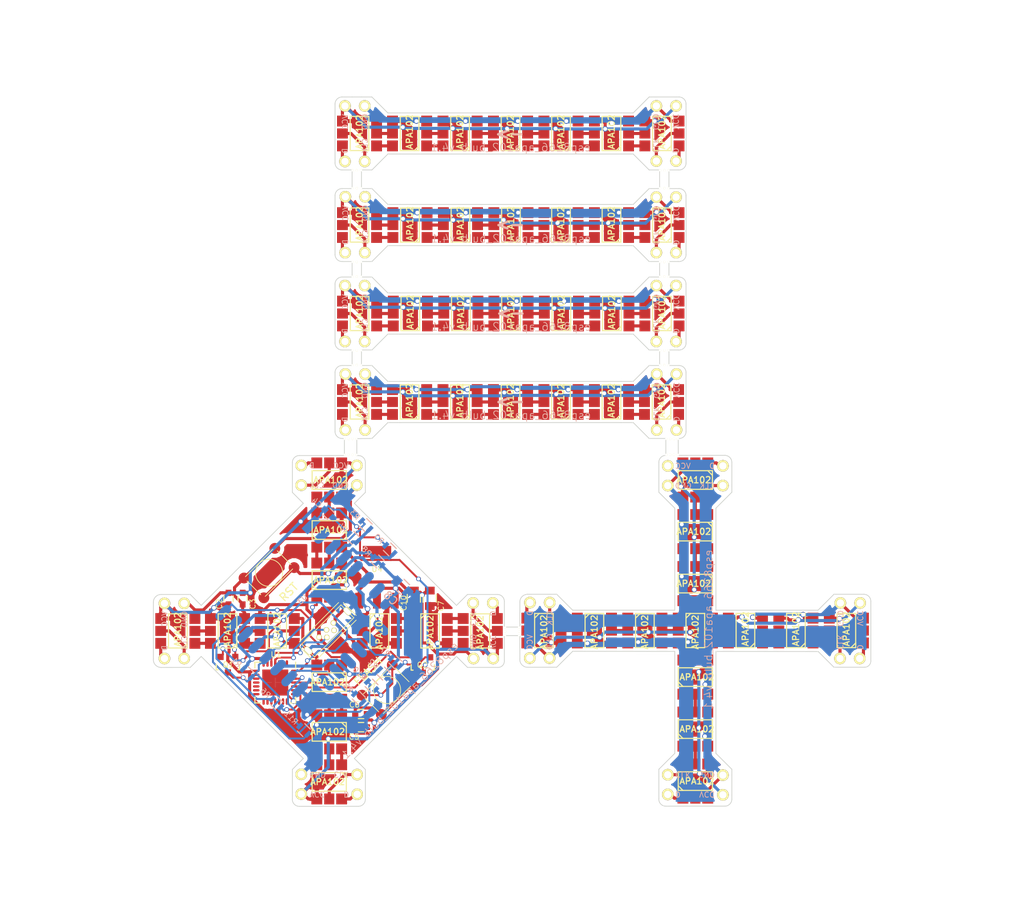
<source format=kicad_pcb>
(kicad_pcb (version 20160815) (host pcbnew 201610091317+7290~55~ubuntu16.04.1-)
  (layers (0 F.Cu signal) (31 B.Cu signal) (34 B.Paste user) (35 F.Paste user) (36 B.SilkS user) (37 F.SilkS user) (38 B.Mask user) (39 F.Mask user) (44 Edge.Cuts user))
  (net 0 "")
  (net 1 GND)
  (net 2 "Net-(LED1-Pad5)")
  (net 3 "Net-(LED1-Pad6)")
  (net 4 "Net-(LED2-Pad5)")
  (net 5 "Net-(LED2-Pad6)")
  (net 6 "Net-(LED3-Pad5)")
  (net 7 "Net-(LED3-Pad6)")
  (net 8 "Net-(LED4-Pad5)")
  (net 9 "Net-(LED4-Pad6)")
  (net 10 "Net-(LED5-Pad5)")
  (net 11 "Net-(LED5-Pad6)")
  (net 12 "Net-(LED10-Pad2)")
  (net 13 "Net-(LED10-Pad1)")
  (net 14 "Net-(LED10-Pad5)")
  (net 15 "Net-(LED10-Pad6)")
  (net 16 "Net-(LED11-Pad5)")
  (net 17 "Net-(LED11-Pad6)")
  (net 18 "Net-(LED12-Pad5)")
  (net 19 "Net-(LED12-Pad6)")
  (net 20 "Net-(LED13-Pad5)")
  (net 21 "Net-(LED13-Pad6)")
  (net 22 "Net-(LED14-Pad5)")
  (net 23 "Net-(LED14-Pad6)")
  (net 24 "Net-(LED15-Pad5)")
  (net 25 "Net-(LED15-Pad6)")
  (net 26 "Net-(LED16-Pad5)")
  (net 27 "Net-(LED16-Pad6)")
  (net 28 "Net-(LED17-Pad5)")
  (net 29 "Net-(LED17-Pad6)")
  (net 30 "Net-(LED18-Pad5)")
  (net 31 "Net-(LED18-Pad6)")
  (net 32 "Net-(LED19-Pad5)")
  (net 33 "Net-(LED19-Pad6)")
  (net 34 "Net-(LED20-Pad5)")
  (net 35 "Net-(LED20-Pad6)")
  (net 36 "Net-(LED21-Pad5)")
  (net 37 "Net-(LED21-Pad6)")
  (net 38 "Net-(LED22-Pad5)")
  (net 39 "Net-(LED22-Pad6)")
  (net 40 "Net-(LED23-Pad5)")
  (net 41 "Net-(LED23-Pad6)")
  (net 42 "Net-(LED24-Pad5)")
  (net 43 "Net-(LED24-Pad6)")
  (net 44 "Net-(LED25-Pad5)")
  (net 45 "Net-(LED25-Pad6)")
  (net 46 nRST)
  (net 47 V_USB)
  (net 48 V_3.3)
  (net 49 GPIO16)
  (net 50 GPIO0)
  (net 51 GPIO2)
  (net 52 GPIO15)
  (net 53 EN)
  (net 54 USB_D-)
  (net 55 USB_D+)
  (net 56 RX)
  (net 57 TX)
  (net 58 "Net-(C4-Pad2)")
  (net 59 "Net-(LED11-Pad2)")
  (net 60 "Net-(LED11-Pad1)")
  (net 61 "Net-(LED12-Pad2)")
  (net 62 "Net-(LED12-Pad1)")
  (net 63 "Net-(LED9-Pad5)")
  (net 64 "Net-(LED9-Pad6)")
  (net 65 "Net-(LED13-Pad2)")
  (net 66 "Net-(LED13-Pad1)")
  (net 67 "Net-(LED14-Pad2)")
  (net 68 "Net-(LED14-Pad1)")
  (net 69 "Net-(LED15-Pad2)")
  (net 70 "Net-(LED15-Pad1)")
  (net 71 "Net-(LED16-Pad2)")
  (net 72 "Net-(LED16-Pad1)")
  (net 73 "Net-(LED26-Pad5)")
  (net 74 "Net-(LED26-Pad6)")
  (net 75 "Net-(LED27-Pad5)")
  (net 76 "Net-(LED27-Pad6)")
  (net 77 "Net-(LED28-Pad5)")
  (net 78 "Net-(LED28-Pad6)")
  (net 79 "Net-(LED29-Pad5)")
  (net 80 "Net-(LED29-Pad6)")
  (net 81 "Net-(LED30-Pad5)")
  (net 82 "Net-(LED30-Pad6)")
  (net 83 "Net-(LED31-Pad5)")
  (net 84 "Net-(LED31-Pad6)")
  (net 85 "Net-(LED32-Pad5)")
  (net 86 "Net-(LED32-Pad6)")
  (net 87 "Net-(LED33-Pad5)")
  (net 88 "Net-(LED33-Pad6)")
  (net 89 "Net-(LED34-Pad5)")
  (net 90 "Net-(LED34-Pad6)")
  (net 91 "Net-(LED35-Pad5)")
  (net 92 "Net-(LED35-Pad6)")
  (net 93 "Net-(LED36-Pad5)")
  (net 94 "Net-(LED36-Pad6)")
  (net 95 "Net-(LED37-Pad5)")
  (net 96 "Net-(LED37-Pad6)")
  (net 97 "Net-(LED38-Pad5)")
  (net 98 "Net-(LED38-Pad6)")
  (net 99 "Net-(LED39-Pad5)")
  (net 100 "Net-(LED39-Pad6)")
  (net 101 "Net-(LED40-Pad5)")
  (net 102 "Net-(LED40-Pad6)")
  (net 103 "Net-(LED41-Pad5)")
  (net 104 "Net-(LED41-Pad2)")
  (net 105 "Net-(LED41-Pad1)")
  (net 106 "Net-(LED41-Pad6)")
  (net 107 "Net-(LED42-Pad5)")
  (net 108 "Net-(LED42-Pad2)")
  (net 109 "Net-(LED42-Pad1)")
  (net 110 "Net-(LED42-Pad6)")
  (net 111 "Net-(LED43-Pad5)")
  (net 112 "Net-(LED43-Pad2)")
  (net 113 "Net-(LED43-Pad1)")
  (net 114 "Net-(LED43-Pad6)")
  (net 115 "Net-(LED44-Pad5)")
  (net 116 "Net-(LED44-Pad2)")
  (net 117 "Net-(LED44-Pad1)")
  (net 118 "Net-(LED44-Pad6)")
  (net 119 "Net-(LED45-Pad5)")
  (net 120 "Net-(LED45-Pad6)")
  (net 121 "Net-(LED46-Pad5)")
  (net 122 "Net-(LED46-Pad6)")
  (net 123 "Net-(LED47-Pad5)")
  (net 124 "Net-(LED47-Pad6)")
  (net 125 "Net-(LED48-Pad5)")
  (net 126 "Net-(LED48-Pad6)")
  (net 127 "Net-(LED49-Pad5)")
  (net 128 "Net-(LED49-Pad6)")
  (net 129 "Net-(LED50-Pad5)")
  (net 130 "Net-(LED50-Pad6)")
  (net 131 "Net-(LED51-Pad5)")
  (net 132 "Net-(LED51-Pad6)")
  (net 133 "Net-(LED52-Pad5)")
  (net 134 "Net-(LED52-Pad6)")
  (net 135 "Net-(LED53-Pad5)")
  (net 136 "Net-(LED53-Pad6)")
  (net 137 "Net-(P1-Pad4)")
  (net 138 "Net-(U1-Pad1)")
  (net 139 "Net-(U1-Pad2)")
  (net 140 "Net-(U1-Pad9)")
  (net 141 "Net-(U1-Pad10)")
  (net 142 "Net-(U1-Pad11)")
  (net 143 "Net-(U1-Pad12)")
  (net 144 "Net-(U1-Pad13)")
  (net 145 "Net-(U1-Pad14)")
  (net 146 "Net-(U1-Pad15)")
  (net 147 "Net-(U1-Pad16)")
  (net 148 "Net-(U1-Pad17)")
  (net 149 "Net-(U1-Pad18)")
  (net 150 "Net-(U1-Pad19)")
  (net 151 "Net-(U1-Pad20)")
  (net 152 "Net-(U1-Pad21)")
  (net 153 "Net-(U1-Pad22)")
  (net 154 "Net-(U1-Pad23)")
  (net 155 "Net-(U1-Pad27)")
  (net 156 "Net-(U3-Pad9)")
  (net 157 "Net-(U3-Pad10)")
  (net 158 "Net-(U3-Pad11)")
  (net 159 "Net-(U3-Pad12)")
  (net 160 ADC)
  (net 161 "Net-(U3-Pad13)")
  (net 162 "Net-(U3-Pad14)")
  (net 163 LED1_CLK)
  (net 164 LED2_DATA)
  (net 165 LED2_CLK)
  (net 166 LED4_CLK)
  (net 167 LED4_DATA)
  (net 168 DTR)
  (net 169 RTS)
  (net 170 "Net-(U1-Pad6)")
  (net 171 "Net-(R10-Pad2)")
  (net 172 "Net-(R11-Pad1)")
  (net 173 "Net-(Q1-Pad1)")
  (net 174 "Net-(Q2-Pad1)")
  (net 175 Vv_USB)
  (module Capacitors_SMD:C_0805 (layer F.Cu) (at 116.6 141.4 90)
    (fp_text reference C10 hide)
    (fp_text value 22uF)
    (pad 1 smd rect (at -1 0 90) (size 1 1.25) (layers F.Cu F.Paste F.Mask) (net 48 V_3.3))
    (pad 2 smd rect (at 1 0 90) (size 1 1.25) (layers F.Cu F.Paste F.Mask) (net 1 GND))
  )
  (module Capacitors_SMD:C_0805 (layer F.Cu) (at 118.65 141.4 90)
    (fp_text reference C7 hide)
    (fp_text value 22uF)
    (pad 1 smd rect (at -1 0 90) (size 1 1.25) (layers F.Cu F.Paste F.Mask) (net 47 V_USB))
    (pad 2 smd rect (at 1 0 90) (size 1 1.25) (layers F.Cu F.Paste F.Mask) (net 1 GND))
  )
  (module Capacitors_SMD:C_0603 (layer F.Cu) (at 109.8 156.3 180)
    (fp_text reference C6 (at 0.85 1.2 180) (layer F.SilkS) (effects (font (size 0.7 0.7) (thickness 0.1))))
    (fp_text value 10uF hide)
    (pad 2 smd rect (at 0.75 0 180) (size 0.8 0.75) (layers F.Cu F.Paste F.Mask) (net 1 GND))
    (pad 1 smd rect (at -0.75 0 180) (size 0.8 0.75) (layers F.Cu F.Paste F.Mask) (net 48 V_3.3))
  )
  (module Capacitors_SMD:C_0603 (layer F.Cu) (at 109.8 158)
    (fp_text reference C5 (at -0.9 1.25) (layer F.SilkS) (effects (font (size 0.7 0.7) (thickness 0.1))))
    (fp_text value 100nF hide)
    (pad 2 smd rect (at 0.75 0) (size 0.8 0.75) (layers F.Cu F.Paste F.Mask) (net 1 GND))
    (pad 1 smd rect (at -0.75 0) (size 0.8 0.75) (layers F.Cu F.Paste F.Mask) (net 48 V_3.3))
  )
  (module Capacitors_SMD:C_0805 (layer B.Cu) (at 115.1 139.9 315)
    (fp_text reference C8 (at 0 2.1 315) (layer B.SilkS) (effects (justify mirror)))
    (fp_text value 100uF)
    (pad 1 smd rect (at -1 0 315) (size 1 1.25) (layers B.Cu B.Paste B.Mask) (net 48 V_3.3))
    (pad 2 smd rect (at 1 0 315) (size 1 1.25) (layers B.Cu B.Paste B.Mask) (net 1 GND))
  )
  (module APA102:APA102 (layer F.Cu) (at 105.7 132.6)
    (fp_text reference LED5 hide)
    (fp_text value APA102 (at 0.2 0) (layer F.SilkS) (effects (font (size 0.8 0.8))))
    (pad 6 smd rect (at -1.6 -2.2 90) (size 1.4 1.4) (layers F.Cu F.Paste F.Mask) (net 11 "Net-(LED5-Pad6)"))
    (pad 1 smd rect (at -1.6 2.2 90) (size 1.4 1.4) (layers F.Cu F.Paste F.Mask) (net 3 "Net-(LED1-Pad6)"))
    (pad 2 smd rect (at 0 2.2 90) (size 1.4 1.3) (layers F.Cu F.Paste F.Mask) (net 2 "Net-(LED1-Pad5)"))
    (pad 5 smd rect (at 0 -2.2 90) (size 1.4 1.3) (layers F.Cu F.Paste F.Mask) (net 10 "Net-(LED5-Pad5)"))
    (pad 4 smd rect (at 1.6 -2.2 90) (size 1.4 1.4) (layers F.Cu F.Paste F.Mask) (net 47 V_USB))
    (pad 3 smd rect (at 1.6 2.2 90) (size 1.4 1.4) (layers F.Cu F.Paste F.Mask) (net 1 GND))
  )
  (module APA102:APA102 (layer F.Cu) (at 105.7 139.05)
    (fp_text reference LED1 hide)
    (fp_text value APA102 (at 0.2 0) (layer F.SilkS) (effects (font (size 0.8 0.8))))
    (pad 6 smd rect (at -1.6 -2.2 90) (size 1.4 1.4) (layers F.Cu F.Paste F.Mask) (net 3 "Net-(LED1-Pad6)"))
    (pad 1 smd rect (at -1.6 2.2 90) (size 1.4 1.4) (layers F.Cu F.Paste F.Mask) (net 50 GPIO0))
    (pad 2 smd rect (at 0 2.2 90) (size 1.4 1.3) (layers F.Cu F.Paste F.Mask) (net 163 LED1_CLK))
    (pad 5 smd rect (at 0 -2.2 90) (size 1.4 1.3) (layers F.Cu F.Paste F.Mask) (net 2 "Net-(LED1-Pad5)"))
    (pad 4 smd rect (at 1.6 -2.2 90) (size 1.4 1.4) (layers F.Cu F.Paste F.Mask) (net 47 V_USB))
    (pad 3 smd rect (at 1.6 2.2 90) (size 1.4 1.4) (layers F.Cu F.Paste F.Mask) (net 1 GND))
  )
  (module APA102:APA102 (layer F.Cu) (at 105.7 126.15)
    (fp_text reference LED9 hide)
    (fp_text value APA102 (at 0.2 0) (layer F.SilkS) (effects (font (size 0.8 0.8))))
    (pad 6 smd rect (at -1.6 -2.2 90) (size 1.4 1.4) (layers F.Cu F.Paste F.Mask) (net 64 "Net-(LED9-Pad6)"))
    (pad 1 smd rect (at -1.6 2.2 90) (size 1.4 1.4) (layers F.Cu F.Paste F.Mask) (net 11 "Net-(LED5-Pad6)"))
    (pad 2 smd rect (at 0 2.2 90) (size 1.4 1.3) (layers F.Cu F.Paste F.Mask) (net 10 "Net-(LED5-Pad5)"))
    (pad 5 smd rect (at 0 -2.2 90) (size 1.4 1.3) (layers F.Cu F.Paste F.Mask) (net 63 "Net-(LED9-Pad5)"))
    (pad 4 smd rect (at 1.6 -2.2 90) (size 1.4 1.4) (layers F.Cu F.Paste F.Mask) (net 47 V_USB))
    (pad 3 smd rect (at 1.6 2.2 90) (size 1.4 1.4) (layers F.Cu F.Paste F.Mask) (net 1 GND))
  )
  (module footprints:switch_spst_smd_5mm_3.5mm (layer F.Cu) (at 97.95 138.11 225)
    (fp_text reference SW1 hide)
    (fp_text value RST (at -0.042426 -3.563818 225) (layer F.SilkS))
    (pad 2 smd circle (at 2.7512 1.80044 225) (size 1.39954 1.39954) (layers F.Cu F.Paste F.Mask) (net 1 GND))
    (pad 2 smd circle (at -2.7512 1.70044 225) (size 1.39954 1.39954) (layers F.Cu F.Paste F.Mask) (net 1 GND))
    (pad 1 smd circle (at 2.7512 -1.8044 225) (size 1.39954 1.39954) (layers F.Cu F.Paste F.Mask) (net 49 GPIO16))
    (pad 1 smd circle (at -2.7512 -1.8044 225) (size 1.39954 1.39954) (layers F.Cu F.Paste F.Mask) (net 49 GPIO16))
  )
  (module footprints:CONN_2.54mm_1x2_no-outline (layer F.Cu) (at 102.1 125.55 270)
    (fp_text reference P2 hide)
    (fp_text value CONN_01X02 hide)
    (pad 1 thru_hole circle (at -1.27 0 270) (size 1.5 1.5) (drill 0.95) (layers *.Cu *.Mask F.SilkS) (net 64 "Net-(LED9-Pad6)"))
    (pad 2 thru_hole circle (at 1.27 0 270) (size 1.5 1.5) (drill 0.95) (layers *.Cu *.Mask F.SilkS) (net 63 "Net-(LED9-Pad5)"))
  )
  (module footprints:CONN_2.54mm_1x2_no-outline (layer F.Cu) (at 109.25 125.55 270)
    (fp_text reference P3 hide)
    (fp_text value CONN_01X02 hide)
    (pad 1 thru_hole circle (at -1.27 0 270) (size 1.5 1.5) (drill 0.95) (layers *.Cu *.Mask F.SilkS) (net 47 V_USB))
    (pad 2 thru_hole circle (at 1.27 0 270) (size 1.5 1.5) (drill 0.95) (layers *.Cu *.Mask F.SilkS) (net 1 GND))
  )
  (module APA102:APA102 (layer F.Cu) (at 105.7 158.6 180)
    (fp_text reference LED7 hide)
    (fp_text value APA102 (at 0.2 0 180) (layer F.SilkS) (effects (font (size 0.8 0.8))))
    (pad 6 smd rect (at -1.6 -2.2 270) (size 1.4 1.4) (layers F.Cu F.Paste F.Mask) (net 60 "Net-(LED11-Pad1)"))
    (pad 1 smd rect (at -1.6 2.2 270) (size 1.4 1.4) (layers F.Cu F.Paste F.Mask) (net 7 "Net-(LED3-Pad6)"))
    (pad 2 smd rect (at 0 2.2 270) (size 1.4 1.3) (layers F.Cu F.Paste F.Mask) (net 6 "Net-(LED3-Pad5)"))
    (pad 5 smd rect (at 0 -2.2 270) (size 1.4 1.3) (layers F.Cu F.Paste F.Mask) (net 59 "Net-(LED11-Pad2)"))
    (pad 4 smd rect (at 1.6 -2.2 270) (size 1.4 1.4) (layers F.Cu F.Paste F.Mask) (net 47 V_USB))
    (pad 3 smd rect (at 1.6 2.2 270) (size 1.4 1.4) (layers F.Cu F.Paste F.Mask) (net 1 GND))
  )
  (module APA102:APA102 (layer F.Cu) (at 105.7 165.05 180)
    (fp_text reference LED11 hide)
    (fp_text value APA102 (at 0.2 0 180) (layer F.SilkS) (effects (font (size 0.8 0.8))))
    (pad 6 smd rect (at -1.6 -2.2 270) (size 1.4 1.4) (layers F.Cu F.Paste F.Mask) (net 17 "Net-(LED11-Pad6)"))
    (pad 1 smd rect (at -1.6 2.2 270) (size 1.4 1.4) (layers F.Cu F.Paste F.Mask) (net 60 "Net-(LED11-Pad1)"))
    (pad 2 smd rect (at 0 2.2 270) (size 1.4 1.3) (layers F.Cu F.Paste F.Mask) (net 59 "Net-(LED11-Pad2)"))
    (pad 5 smd rect (at 0 -2.2 270) (size 1.4 1.3) (layers F.Cu F.Paste F.Mask) (net 16 "Net-(LED11-Pad5)"))
    (pad 4 smd rect (at 1.6 -2.2 270) (size 1.4 1.4) (layers F.Cu F.Paste F.Mask) (net 47 V_USB))
    (pad 3 smd rect (at 1.6 2.2 270) (size 1.4 1.4) (layers F.Cu F.Paste F.Mask) (net 1 GND))
  )
  (module footprints:CONN_2.54mm_1x2_no-outline (layer F.Cu) (at 109.3 165.38 90)
    (fp_text reference P6 hide)
    (fp_text value CONN_01X02 hide)
    (pad 1 thru_hole circle (at -1.27 0 90) (size 1.5 1.5) (drill 0.95) (layers *.Cu *.Mask F.SilkS) (net 17 "Net-(LED11-Pad6)"))
    (pad 2 thru_hole circle (at 1.27 0 90) (size 1.5 1.5) (drill 0.95) (layers *.Cu *.Mask F.SilkS) (net 16 "Net-(LED11-Pad5)"))
  )
  (module footprints:CONN_2.54mm_1x2_no-outline (layer F.Cu) (at 102.1 165.35 90)
    (fp_text reference P5 hide)
    (fp_text value CONN_01X02 hide)
    (pad 1 thru_hole circle (at -1.27 0 90) (size 1.5 1.5) (drill 0.95) (layers *.Cu *.Mask F.SilkS) (net 47 V_USB))
    (pad 2 thru_hole circle (at 1.27 0 90) (size 1.5 1.5) (drill 0.95) (layers *.Cu *.Mask F.SilkS) (net 1 GND))
  )
  (module APA102:APA102 (layer F.Cu) (at 92.6 145.6 90)
    (fp_text reference LED8 hide)
    (fp_text value APA102 (at 0.2 0 90) (layer F.SilkS) (effects (font (size 0.8 0.8))))
    (pad 6 smd rect (at -1.6 -2.2 180) (size 1.4 1.4) (layers F.Cu F.Paste F.Mask) (net 62 "Net-(LED12-Pad1)"))
    (pad 1 smd rect (at -1.6 2.2 180) (size 1.4 1.4) (layers F.Cu F.Paste F.Mask) (net 9 "Net-(LED4-Pad6)"))
    (pad 2 smd rect (at 0 2.2 180) (size 1.4 1.3) (layers F.Cu F.Paste F.Mask) (net 8 "Net-(LED4-Pad5)"))
    (pad 5 smd rect (at 0 -2.2 180) (size 1.4 1.3) (layers F.Cu F.Paste F.Mask) (net 61 "Net-(LED12-Pad2)"))
    (pad 4 smd rect (at 1.6 -2.2 180) (size 1.4 1.4) (layers F.Cu F.Paste F.Mask) (net 47 V_USB))
    (pad 3 smd rect (at 1.6 2.2 180) (size 1.4 1.4) (layers F.Cu F.Paste F.Mask) (net 1 GND))
  )
  (module footprints:CONN_2.54mm_1x2_no-outline (layer F.Cu) (at 85.75 149.15)
    (fp_text reference P8 hide)
    (fp_text value CONN_01X02 hide)
    (pad 1 thru_hole circle (at -1.27 0) (size 1.5 1.5) (drill 0.95) (layers *.Cu *.Mask F.SilkS) (net 19 "Net-(LED12-Pad6)"))
    (pad 2 thru_hole circle (at 1.27 0) (size 1.5 1.5) (drill 0.95) (layers *.Cu *.Mask F.SilkS) (net 18 "Net-(LED12-Pad5)"))
  )
  (module Capacitors_SMD:C_0603 (layer F.Cu) (at 92.73 141.44 270)
    (fp_text reference C2 (at 0.7 1.2 270) (layer F.SilkS) (effects (font (size 0.7 0.7) (thickness 0.1))))
    (fp_text value 100nF hide)
    (pad 2 smd rect (at 0.75 0 270) (size 0.8 0.75) (layers F.Cu F.Paste F.Mask) (net 47 V_USB))
    (pad 1 smd rect (at -0.75 0 270) (size 0.8 0.75) (layers F.Cu F.Paste F.Mask) (net 1 GND))
  )
  (module Housings_DFN_QFN:QFN-28-1EP_5x5mm_Pitch0.5mm (layer F.Cu) (at 98.75 152.25 270)
    (fp_text reference U1 (at -3.6 -0.1) (layer F.SilkS) (effects (font (size 0.7 0.7) (thickness 0.1))))
    (fp_text value CP2102-GM hide)
    (pad 29 smd rect (at -0.8375 -0.8375 270) (size 1.675 1.675) (layers F.Cu F.Paste F.Mask))
    (pad 29 smd rect (at -0.8375 0.8375 270) (size 1.675 1.675) (layers F.Cu F.Paste F.Mask))
    (pad 29 smd rect (at 0.8375 -0.8375 270) (size 1.675 1.675) (layers F.Cu F.Paste F.Mask))
    (pad 29 smd rect (at 0.8375 0.8375 270) (size 1.675 1.675) (layers F.Cu F.Paste F.Mask))
    (pad 28 smd oval (at -1.5 -2.45) (size 0.85 0.3) (layers F.Cu F.Paste F.Mask) (net 168 DTR))
    (pad 27 smd oval (at -1 -2.45) (size 0.85 0.3) (layers F.Cu F.Paste F.Mask) (net 155 "Net-(U1-Pad27)"))
    (pad 26 smd oval (at -0.5 -2.45) (size 0.85 0.3) (layers F.Cu F.Paste F.Mask) (net 172 "Net-(R11-Pad1)"))
    (pad 25 smd oval (at 0 -2.45) (size 0.85 0.3) (layers F.Cu F.Paste F.Mask) (net 57 TX))
    (pad 24 smd oval (at 0.5 -2.45) (size 0.85 0.3) (layers F.Cu F.Paste F.Mask) (net 169 RTS))
    (pad 23 smd oval (at 1 -2.45) (size 0.85 0.3) (layers F.Cu F.Paste F.Mask) (net 154 "Net-(U1-Pad23)"))
    (pad 22 smd oval (at 1.5 -2.45) (size 0.85 0.3) (layers F.Cu F.Paste F.Mask) (net 153 "Net-(U1-Pad22)"))
    (pad 21 smd oval (at 2.45 -1.5 270) (size 0.85 0.3) (layers F.Cu F.Paste F.Mask) (net 152 "Net-(U1-Pad21)"))
    (pad 20 smd oval (at 2.45 -1 270) (size 0.85 0.3) (layers F.Cu F.Paste F.Mask) (net 151 "Net-(U1-Pad20)"))
    (pad 19 smd oval (at 2.45 -0.5 270) (size 0.85 0.3) (layers F.Cu F.Paste F.Mask) (net 150 "Net-(U1-Pad19)"))
    (pad 18 smd oval (at 2.45 0 270) (size 0.85 0.3) (layers F.Cu F.Paste F.Mask) (net 149 "Net-(U1-Pad18)"))
    (pad 17 smd oval (at 2.45 0.5 270) (size 0.85 0.3) (layers F.Cu F.Paste F.Mask) (net 148 "Net-(U1-Pad17)"))
    (pad 16 smd oval (at 2.45 1 270) (size 0.85 0.3) (layers F.Cu F.Paste F.Mask) (net 147 "Net-(U1-Pad16)"))
    (pad 15 smd oval (at 2.45 1.5 270) (size 0.85 0.3) (layers F.Cu F.Paste F.Mask) (net 146 "Net-(U1-Pad15)"))
    (pad 14 smd oval (at 1.5 2.45) (size 0.85 0.3) (layers F.Cu F.Paste F.Mask) (net 145 "Net-(U1-Pad14)"))
    (pad 13 smd oval (at 1 2.45) (size 0.85 0.3) (layers F.Cu F.Paste F.Mask) (net 144 "Net-(U1-Pad13)"))
    (pad 12 smd oval (at 0.5 2.45) (size 0.85 0.3) (layers F.Cu F.Paste F.Mask) (net 143 "Net-(U1-Pad12)"))
    (pad 11 smd oval (at 0 2.45) (size 0.85 0.3) (layers F.Cu F.Paste F.Mask) (net 142 "Net-(U1-Pad11)"))
    (pad 10 smd oval (at -0.5 2.45) (size 0.85 0.3) (layers F.Cu F.Paste F.Mask) (net 141 "Net-(U1-Pad10)"))
    (pad 9 smd oval (at -1 2.45) (size 0.85 0.3) (layers F.Cu F.Paste F.Mask) (net 140 "Net-(U1-Pad9)"))
    (pad 8 smd oval (at -1.5 2.45) (size 0.85 0.3) (layers F.Cu F.Paste F.Mask) (net 47 V_USB))
    (pad 7 smd oval (at -2.45 1.5 270) (size 0.85 0.3) (layers F.Cu F.Paste F.Mask) (net 48 V_3.3))
    (pad 6 smd oval (at -2.45 1 270) (size 0.85 0.3) (layers F.Cu F.Paste F.Mask) (net 170 "Net-(U1-Pad6)"))
    (pad 5 smd oval (at -2.45 0.5 270) (size 0.85 0.3) (layers F.Cu F.Paste F.Mask) (net 54 USB_D-))
    (pad 4 smd oval (at -2.45 0 270) (size 0.85 0.3) (layers F.Cu F.Paste F.Mask) (net 55 USB_D+))
    (pad 3 smd oval (at -2.45 -0.5 270) (size 0.85 0.3) (layers F.Cu F.Paste F.Mask) (net 1 GND))
    (pad 2 smd oval (at -2.45 -1 270) (size 0.85 0.3) (layers F.Cu F.Paste F.Mask) (net 139 "Net-(U1-Pad2)"))
    (pad 1 smd oval (at -2.45 -1.5 270) (size 0.85 0.3) (layers F.Cu F.Paste F.Mask) (net 138 "Net-(U1-Pad1)"))
  )
  (module APA102:APA102 (layer F.Cu) (at 86.2 145.6 90)
    (fp_text reference LED12 hide)
    (fp_text value APA102 (at 0.2 0 90) (layer F.SilkS) (effects (font (size 0.8 0.8))))
    (pad 6 smd rect (at -1.6 -2.2 180) (size 1.4 1.4) (layers F.Cu F.Paste F.Mask) (net 19 "Net-(LED12-Pad6)"))
    (pad 1 smd rect (at -1.6 2.2 180) (size 1.4 1.4) (layers F.Cu F.Paste F.Mask) (net 62 "Net-(LED12-Pad1)"))
    (pad 2 smd rect (at 0 2.2 180) (size 1.4 1.3) (layers F.Cu F.Paste F.Mask) (net 61 "Net-(LED12-Pad2)"))
    (pad 5 smd rect (at 0 -2.2 180) (size 1.4 1.3) (layers F.Cu F.Paste F.Mask) (net 18 "Net-(LED12-Pad5)"))
    (pad 4 smd rect (at 1.6 -2.2 180) (size 1.4 1.4) (layers F.Cu F.Paste F.Mask) (net 47 V_USB))
    (pad 3 smd rect (at 1.6 2.2 180) (size 1.4 1.4) (layers F.Cu F.Paste F.Mask) (net 1 GND))
  )
  (module Capacitors_SMD:C_0603 (layer F.Cu) (at 94.55 141.44 90)
    (fp_text reference C3 (at -0.7 1.3 90) (layer F.SilkS) (effects (font (size 0.7 0.7) (thickness 0.1))))
    (fp_text value 10uF hide)
    (pad 2 smd rect (at 0.75 0 90) (size 0.8 0.75) (layers F.Cu F.Paste F.Mask) (net 47 V_USB))
    (pad 1 smd rect (at -0.75 0 90) (size 0.8 0.75) (layers F.Cu F.Paste F.Mask) (net 1 GND))
  )
  (module APA102:APA102 (layer F.Cu) (at 99 145.6 90)
    (fp_text reference LED4 hide)
    (fp_text value APA102 (at 0.2 0 90) (layer F.SilkS) (effects (font (size 0.8 0.8))))
    (pad 6 smd rect (at -1.6 -2.2 180) (size 1.4 1.4) (layers F.Cu F.Paste F.Mask) (net 9 "Net-(LED4-Pad6)"))
    (pad 1 smd rect (at -1.6 2.2 180) (size 1.4 1.4) (layers F.Cu F.Paste F.Mask) (net 167 LED4_DATA))
    (pad 2 smd rect (at 0 2.2 180) (size 1.4 1.3) (layers F.Cu F.Paste F.Mask) (net 166 LED4_CLK))
    (pad 5 smd rect (at 0 -2.2 180) (size 1.4 1.3) (layers F.Cu F.Paste F.Mask) (net 8 "Net-(LED4-Pad5)"))
    (pad 4 smd rect (at 1.6 -2.2 180) (size 1.4 1.4) (layers F.Cu F.Paste F.Mask) (net 47 V_USB))
    (pad 3 smd rect (at 1.6 2.2 180) (size 1.4 1.4) (layers F.Cu F.Paste F.Mask) (net 1 GND))
  )
  (module footprints:CONN_2.54mm_1x2_no-outline (layer F.Cu) (at 85.75 142.05)
    (fp_text reference P9 hide)
    (fp_text value CONN_01X02 hide)
    (pad 1 thru_hole circle (at -1.27 0) (size 1.5 1.5) (drill 0.95) (layers *.Cu *.Mask F.SilkS) (net 47 V_USB))
    (pad 2 thru_hole circle (at 1.27 0) (size 1.5 1.5) (drill 0.95) (layers *.Cu *.Mask F.SilkS) (net 1 GND))
  )
  (module APA102:APA102 (layer F.Cu) (at 112.15 145.6 270)
    (fp_text reference LED2 hide)
    (fp_text value APA102 (at 0.2 0 270) (layer F.SilkS) (effects (font (size 0.8 0.8))))
    (pad 6 smd rect (at -1.6 -2.2) (size 1.4 1.4) (layers F.Cu F.Paste F.Mask) (net 5 "Net-(LED2-Pad6)"))
    (pad 1 smd rect (at -1.6 2.2) (size 1.4 1.4) (layers F.Cu F.Paste F.Mask) (net 164 LED2_DATA))
    (pad 2 smd rect (at 0 2.2) (size 1.4 1.3) (layers F.Cu F.Paste F.Mask) (net 165 LED2_CLK))
    (pad 5 smd rect (at 0 -2.2) (size 1.4 1.3) (layers F.Cu F.Paste F.Mask) (net 4 "Net-(LED2-Pad5)"))
    (pad 4 smd rect (at 1.6 -2.2) (size 1.4 1.4) (layers F.Cu F.Paste F.Mask) (net 47 V_USB))
    (pad 3 smd rect (at 1.6 2.2) (size 1.4 1.4) (layers F.Cu F.Paste F.Mask) (net 1 GND))
  )
  (module footprints:usb_micro_vertical (layer F.Cu) (at 103.816 148.959 45)
    (fp_text reference P1 hide)
    (fp_text value USB_OTG hide)
    (pad 4 thru_hole circle (at 4.2 -0.65 45) (size 0.7 0.7) (drill 0.45) (layers *.Cu *.Mask F.SilkS) (net 137 "Net-(P1-Pad4)"))
    (pad 2 thru_hole circle (at 2.9 -0.675 45) (size 0.7 0.7) (drill 0.45) (layers *.Cu *.Mask F.SilkS) (net 54 USB_D-))
    (pad 5 thru_hole circle (at 4.826 -1.397 45) (size 0.7 0.7) (drill 0.45) (layers *.Cu *.Mask F.SilkS) (net 1 GND))
    (pad 3 thru_hole circle (at 3.556 -1.397 45) (size 0.7 0.7) (drill 0.45) (layers *.Cu *.Mask F.SilkS) (net 55 USB_D+))
    (pad 1 thru_hole circle (at 2.2225 -1.397 45) (size 0.7 0.7) (drill 0.45) (layers *.Cu *.Mask F.SilkS) (net 47 V_USB))
    (pad 6 thru_hole oval (at 0 -1.174999 45) (size 0.7 1.2) (drill oval 0.55 1) (layers *.Cu *.Mask F.SilkS) (net 1 GND))
    (pad 6 thru_hole oval (at 7.15 -1.175 45) (size 0.7 1.2) (drill oval 0.55 1) (layers *.Cu *.Mask F.SilkS) (net 1 GND))
  )
  (module APA102:APA102 (layer F.Cu) (at 118.7 145.6 270)
    (fp_text reference LED6 hide)
    (fp_text value APA102 (at 0.2 0 270) (layer F.SilkS) (effects (font (size 0.8 0.8))))
    (pad 6 smd rect (at -1.6 -2.2) (size 1.4 1.4) (layers F.Cu F.Paste F.Mask) (net 13 "Net-(LED10-Pad1)"))
    (pad 1 smd rect (at -1.6 2.2) (size 1.4 1.4) (layers F.Cu F.Paste F.Mask) (net 5 "Net-(LED2-Pad6)"))
    (pad 2 smd rect (at 0 2.2) (size 1.4 1.3) (layers F.Cu F.Paste F.Mask) (net 4 "Net-(LED2-Pad5)"))
    (pad 5 smd rect (at 0 -2.2) (size 1.4 1.3) (layers F.Cu F.Paste F.Mask) (net 12 "Net-(LED10-Pad2)"))
    (pad 4 smd rect (at 1.6 -2.2) (size 1.4 1.4) (layers F.Cu F.Paste F.Mask) (net 47 V_USB))
    (pad 3 smd rect (at 1.6 2.2) (size 1.4 1.4) (layers F.Cu F.Paste F.Mask) (net 1 GND))
  )
  (module APA102:APA102 (layer F.Cu) (at 105.7 152.2 180)
    (fp_text reference LED3 hide)
    (fp_text value APA102 (at 0.2 0 180) (layer F.SilkS) (effects (font (size 0.8 0.8))))
    (pad 6 smd rect (at -1.6 -2.2 270) (size 1.4 1.4) (layers F.Cu F.Paste F.Mask) (net 7 "Net-(LED3-Pad6)"))
    (pad 1 smd rect (at -1.6 2.2 270) (size 1.4 1.4) (layers F.Cu F.Paste F.Mask) (net 51 GPIO2))
    (pad 2 smd rect (at 0 2.2 270) (size 1.4 1.3) (layers F.Cu F.Paste F.Mask) (net 52 GPIO15))
    (pad 5 smd rect (at 0 -2.2 270) (size 1.4 1.3) (layers F.Cu F.Paste F.Mask) (net 6 "Net-(LED3-Pad5)"))
    (pad 4 smd rect (at 1.6 -2.2 270) (size 1.4 1.4) (layers F.Cu F.Paste F.Mask) (net 47 V_USB))
    (pad 3 smd rect (at 1.6 2.2 270) (size 1.4 1.4) (layers F.Cu F.Paste F.Mask) (net 1 GND))
  )
  (module footprints:switch_spst_smd_5mm_3.5mm (layer F.Cu) (at 113.15 153.21 45)
    (fp_text reference SW2 hide)
    (fp_text value FLASH (at -0.028284 -3.436539 45) (layer F.SilkS))
    (pad 2 smd circle (at 2.7512 1.80044 45) (size 1.39954 1.39954) (layers F.Cu F.Paste F.Mask) (net 1 GND))
    (pad 2 smd circle (at -2.7512 1.70044 45) (size 1.39954 1.39954) (layers F.Cu F.Paste F.Mask) (net 1 GND))
    (pad 1 smd circle (at 2.7512 -1.8044 45) (size 1.39954 1.39954) (layers F.Cu F.Paste F.Mask) (net 171 "Net-(R10-Pad2)"))
    (pad 1 smd circle (at -2.7512 -1.8044 45) (size 1.39954 1.39954) (layers F.Cu F.Paste F.Mask) (net 171 "Net-(R10-Pad2)"))
  )
  (module footprints:CONN_2.54mm_1x2_no-outline (layer F.Cu) (at 109.05 119.7)
    (fp_text reference P32 hide)
    (fp_text value CONN_01X02 hide)
    (pad 1 thru_hole circle (at -1.27 0) (size 1.5 1.5) (drill 0.95) (layers *.Cu *.Mask F.SilkS) (net 102 "Net-(LED40-Pad6)"))
    (pad 2 thru_hole circle (at 1.27 0) (size 1.5 1.5) (drill 0.95) (layers *.Cu *.Mask F.SilkS) (net 101 "Net-(LED40-Pad5)"))
  )
  (module APA102:APA102 (layer F.Cu) (at 109.61 104.7 90)
    (fp_text reference LED39 hide)
    (fp_text value APA102 (at 0.2 0 90) (layer F.SilkS) (effects (font (size 0.8 0.8))))
    (pad 6 smd rect (at -1.6 -2.2 180) (size 1.4 1.4) (layers F.Cu F.Paste F.Mask) (net 100 "Net-(LED39-Pad6)"))
    (pad 1 smd rect (at -1.6 2.2 180) (size 1.4 1.4) (layers F.Cu F.Paste F.Mask) (net 92 "Net-(LED35-Pad6)"))
    (pad 2 smd rect (at 0 2.2 180) (size 1.4 1.3) (layers F.Cu F.Paste F.Mask) (net 91 "Net-(LED35-Pad5)"))
    (pad 5 smd rect (at 0 -2.2 180) (size 1.4 1.3) (layers F.Cu F.Paste F.Mask) (net 99 "Net-(LED39-Pad5)"))
    (pad 4 smd rect (at 1.6 -2.2 180) (size 1.4 1.4) (layers F.Cu F.Paste F.Mask) (net 47 V_USB))
    (pad 3 smd rect (at 1.6 2.2 180) (size 1.4 1.4) (layers F.Cu F.Paste F.Mask) (net 1 GND))
  )
  (module APA102:APA102 (layer F.Cu) (at 109.6 116.1 90)
    (fp_text reference LED40 hide)
    (fp_text value APA102 (at 0.2 0 90) (layer F.SilkS) (effects (font (size 0.8 0.8))))
    (pad 6 smd rect (at -1.6 -2.2 180) (size 1.4 1.4) (layers F.Cu F.Paste F.Mask) (net 102 "Net-(LED40-Pad6)"))
    (pad 1 smd rect (at -1.6 2.2 180) (size 1.4 1.4) (layers F.Cu F.Paste F.Mask) (net 94 "Net-(LED36-Pad6)"))
    (pad 2 smd rect (at 0 2.2 180) (size 1.4 1.3) (layers F.Cu F.Paste F.Mask) (net 93 "Net-(LED36-Pad5)"))
    (pad 5 smd rect (at 0 -2.2 180) (size 1.4 1.3) (layers F.Cu F.Paste F.Mask) (net 101 "Net-(LED40-Pad5)"))
    (pad 4 smd rect (at 1.6 -2.2 180) (size 1.4 1.4) (layers F.Cu F.Paste F.Mask) (net 47 V_USB))
    (pad 3 smd rect (at 1.6 2.2 180) (size 1.4 1.4) (layers F.Cu F.Paste F.Mask) (net 1 GND))
  )
  (module APA102:APA102 (layer F.Cu) (at 116.05 116.1 90)
    (fp_text reference LED36 hide)
    (fp_text value APA102 (at 0.2 0 90) (layer F.SilkS) (effects (font (size 0.8 0.8))))
    (pad 6 smd rect (at -1.6 -2.2 180) (size 1.4 1.4) (layers F.Cu F.Paste F.Mask) (net 94 "Net-(LED36-Pad6)"))
    (pad 1 smd rect (at -1.6 2.2 180) (size 1.4 1.4) (layers F.Cu F.Paste F.Mask) (net 86 "Net-(LED32-Pad6)"))
    (pad 2 smd rect (at 0 2.2 180) (size 1.4 1.3) (layers F.Cu F.Paste F.Mask) (net 85 "Net-(LED32-Pad5)"))
    (pad 5 smd rect (at 0 -2.2 180) (size 1.4 1.3) (layers F.Cu F.Paste F.Mask) (net 93 "Net-(LED36-Pad5)"))
    (pad 4 smd rect (at 1.6 -2.2 180) (size 1.4 1.4) (layers F.Cu F.Paste F.Mask) (net 47 V_USB))
    (pad 3 smd rect (at 1.6 2.2 180) (size 1.4 1.4) (layers F.Cu F.Paste F.Mask) (net 1 GND))
  )
  (module APA102:APA102 (layer F.Cu) (at 116.15 104.7 90)
    (fp_text reference LED35 hide)
    (fp_text value APA102 (at 0.2 0 90) (layer F.SilkS) (effects (font (size 0.8 0.8))))
    (pad 6 smd rect (at -1.6 -2.2 180) (size 1.4 1.4) (layers F.Cu F.Paste F.Mask) (net 92 "Net-(LED35-Pad6)"))
    (pad 1 smd rect (at -1.6 2.2 180) (size 1.4 1.4) (layers F.Cu F.Paste F.Mask) (net 84 "Net-(LED31-Pad6)"))
    (pad 2 smd rect (at 0 2.2 180) (size 1.4 1.3) (layers F.Cu F.Paste F.Mask) (net 83 "Net-(LED31-Pad5)"))
    (pad 5 smd rect (at 0 -2.2 180) (size 1.4 1.3) (layers F.Cu F.Paste F.Mask) (net 91 "Net-(LED35-Pad5)"))
    (pad 4 smd rect (at 1.6 -2.2 180) (size 1.4 1.4) (layers F.Cu F.Paste F.Mask) (net 47 V_USB))
    (pad 3 smd rect (at 1.6 2.2 180) (size 1.4 1.4) (layers F.Cu F.Paste F.Mask) (net 1 GND))
  )
  (module footprints:CONN_2.54mm_1x2_no-outline (layer F.Cu) (at 109 108.3)
    (fp_text reference P30 hide)
    (fp_text value CONN_01X02 hide)
    (pad 1 thru_hole circle (at -1.27 0) (size 1.5 1.5) (drill 0.95) (layers *.Cu *.Mask F.SilkS) (net 100 "Net-(LED39-Pad6)"))
    (pad 2 thru_hole circle (at 1.27 0) (size 1.5 1.5) (drill 0.95) (layers *.Cu *.Mask F.SilkS) (net 99 "Net-(LED39-Pad5)"))
  )
  (module footprints:CONN_2.54mm_1x2_no-outline (layer F.Cu) (at 109 101.1)
    (fp_text reference P31 hide)
    (fp_text value CONN_01X02 hide)
    (pad 1 thru_hole circle (at -1.27 0) (size 1.5 1.5) (drill 0.95) (layers *.Cu *.Mask F.SilkS) (net 47 V_USB))
    (pad 2 thru_hole circle (at 1.27 0) (size 1.5 1.5) (drill 0.95) (layers *.Cu *.Mask F.SilkS) (net 1 GND))
  )
  (module footprints:CONN_2.54mm_1x2_no-outline (layer F.Cu) (at 109.05 112.5)
    (fp_text reference P33 hide)
    (fp_text value CONN_01X02 hide)
    (pad 1 thru_hole circle (at -1.27 0) (size 1.5 1.5) (drill 0.95) (layers *.Cu *.Mask F.SilkS) (net 47 V_USB))
    (pad 2 thru_hole circle (at 1.27 0) (size 1.5 1.5) (drill 0.95) (layers *.Cu *.Mask F.SilkS) (net 1 GND))
  )
  (module footprints:CONN_2.54mm_1x2_no-outline (layer F.Cu) (at 109.02 96.85)
    (fp_text reference P28 hide)
    (fp_text value CONN_01X02 hide)
    (pad 1 thru_hole circle (at -1.27 0) (size 1.5 1.5) (drill 0.95) (layers *.Cu *.Mask F.SilkS) (net 98 "Net-(LED38-Pad6)"))
    (pad 2 thru_hole circle (at 1.27 0) (size 1.5 1.5) (drill 0.95) (layers *.Cu *.Mask F.SilkS) (net 97 "Net-(LED38-Pad5)"))
  )
  (module APA102:APA102 (layer F.Cu) (at 109.6 93.3 90)
    (fp_text reference LED38 hide)
    (fp_text value APA102 (at 0.2 0 90) (layer F.SilkS) (effects (font (size 0.8 0.8))))
    (pad 6 smd rect (at -1.6 -2.2 180) (size 1.4 1.4) (layers F.Cu F.Paste F.Mask) (net 98 "Net-(LED38-Pad6)"))
    (pad 1 smd rect (at -1.6 2.2 180) (size 1.4 1.4) (layers F.Cu F.Paste F.Mask) (net 90 "Net-(LED34-Pad6)"))
    (pad 2 smd rect (at 0 2.2 180) (size 1.4 1.3) (layers F.Cu F.Paste F.Mask) (net 89 "Net-(LED34-Pad5)"))
    (pad 5 smd rect (at 0 -2.2 180) (size 1.4 1.3) (layers F.Cu F.Paste F.Mask) (net 97 "Net-(LED38-Pad5)"))
    (pad 4 smd rect (at 1.6 -2.2 180) (size 1.4 1.4) (layers F.Cu F.Paste F.Mask) (net 47 V_USB))
    (pad 3 smd rect (at 1.6 2.2 180) (size 1.4 1.4) (layers F.Cu F.Paste F.Mask) (net 1 GND))
  )
  (module APA102:APA102 (layer F.Cu) (at 109.6 81.5 90)
    (fp_text reference LED37 hide)
    (fp_text value APA102 (at 0.2 0 90) (layer F.SilkS) (effects (font (size 0.8 0.8))))
    (pad 6 smd rect (at -1.6 -2.2 180) (size 1.4 1.4) (layers F.Cu F.Paste F.Mask) (net 96 "Net-(LED37-Pad6)"))
    (pad 1 smd rect (at -1.6 2.2 180) (size 1.4 1.4) (layers F.Cu F.Paste F.Mask) (net 88 "Net-(LED33-Pad6)"))
    (pad 2 smd rect (at 0 2.2 180) (size 1.4 1.3) (layers F.Cu F.Paste F.Mask) (net 87 "Net-(LED33-Pad5)"))
    (pad 5 smd rect (at 0 -2.2 180) (size 1.4 1.3) (layers F.Cu F.Paste F.Mask) (net 95 "Net-(LED37-Pad5)"))
    (pad 4 smd rect (at 1.6 -2.2 180) (size 1.4 1.4) (layers F.Cu F.Paste F.Mask) (net 47 V_USB))
    (pad 3 smd rect (at 1.6 2.2 180) (size 1.4 1.4) (layers F.Cu F.Paste F.Mask) (net 1 GND))
  )
  (module footprints:CONN_2.54mm_1x2_no-outline (layer F.Cu) (at 109 85.1)
    (fp_text reference P26 hide)
    (fp_text value CONN_01X02 hide)
    (pad 1 thru_hole circle (at -1.27 0) (size 1.5 1.5) (drill 0.95) (layers *.Cu *.Mask F.SilkS) (net 96 "Net-(LED37-Pad6)"))
    (pad 2 thru_hole circle (at 1.27 0) (size 1.5 1.5) (drill 0.95) (layers *.Cu *.Mask F.SilkS) (net 95 "Net-(LED37-Pad5)"))
  )
  (module footprints:CONN_2.54mm_1x2_no-outline (layer F.Cu) (at 109 77.95)
    (fp_text reference P27 hide)
    (fp_text value CONN_01X02 hide)
    (pad 1 thru_hole circle (at -1.27 0) (size 1.5 1.5) (drill 0.95) (layers *.Cu *.Mask F.SilkS) (net 47 V_USB))
    (pad 2 thru_hole circle (at 1.27 0) (size 1.5 1.5) (drill 0.95) (layers *.Cu *.Mask F.SilkS) (net 1 GND))
  )
  (module footprints:CONN_2.54mm_1x2_no-outline (layer F.Cu) (at 109.05 89.65)
    (fp_text reference P29 hide)
    (fp_text value CONN_01X02 hide)
    (pad 1 thru_hole circle (at -1.27 0) (size 1.5 1.5) (drill 0.95) (layers *.Cu *.Mask F.SilkS) (net 47 V_USB))
    (pad 2 thru_hole circle (at 1.27 0) (size 1.5 1.5) (drill 0.95) (layers *.Cu *.Mask F.SilkS) (net 1 GND))
  )
  (module APA102:APA102 (layer F.Cu) (at 129.05 81.5 90)
    (fp_text reference LED25 hide)
    (fp_text value APA102 (at 0.2 0 90) (layer F.SilkS) (effects (font (size 0.8 0.8))))
    (pad 6 smd rect (at -1.6 -2.2 180) (size 1.4 1.4) (layers F.Cu F.Paste F.Mask) (net 45 "Net-(LED25-Pad6)"))
    (pad 1 smd rect (at -1.6 2.2 180) (size 1.4 1.4) (layers F.Cu F.Paste F.Mask) (net 37 "Net-(LED21-Pad6)"))
    (pad 2 smd rect (at 0 2.2 180) (size 1.4 1.3) (layers F.Cu F.Paste F.Mask) (net 36 "Net-(LED21-Pad5)"))
    (pad 5 smd rect (at 0 -2.2 180) (size 1.4 1.3) (layers F.Cu F.Paste F.Mask) (net 44 "Net-(LED25-Pad5)"))
    (pad 4 smd rect (at 1.6 -2.2 180) (size 1.4 1.4) (layers F.Cu F.Paste F.Mask) (net 47 V_USB))
    (pad 3 smd rect (at 1.6 2.2 180) (size 1.4 1.4) (layers F.Cu F.Paste F.Mask) (net 1 GND))
  )
  (module APA102:APA102 (layer F.Cu) (at 135.55 81.5 90)
    (fp_text reference LED21 hide)
    (fp_text value APA102 (at 0.2 0 90) (layer F.SilkS) (effects (font (size 0.8 0.8))))
    (pad 6 smd rect (at -1.6 -2.2 180) (size 1.4 1.4) (layers F.Cu F.Paste F.Mask) (net 37 "Net-(LED21-Pad6)"))
    (pad 1 smd rect (at -1.6 2.2 180) (size 1.4 1.4) (layers F.Cu F.Paste F.Mask) (net 29 "Net-(LED17-Pad6)"))
    (pad 2 smd rect (at 0 2.2 180) (size 1.4 1.3) (layers F.Cu F.Paste F.Mask) (net 28 "Net-(LED17-Pad5)"))
    (pad 5 smd rect (at 0 -2.2 180) (size 1.4 1.3) (layers F.Cu F.Paste F.Mask) (net 36 "Net-(LED21-Pad5)"))
    (pad 4 smd rect (at 1.6 -2.2 180) (size 1.4 1.4) (layers F.Cu F.Paste F.Mask) (net 47 V_USB))
    (pad 3 smd rect (at 1.6 2.2 180) (size 1.4 1.4) (layers F.Cu F.Paste F.Mask) (net 1 GND))
  )
  (module APA102:APA102 (layer F.Cu) (at 135.55 93.3 90)
    (fp_text reference LED22 hide)
    (fp_text value APA102 (at 0.2 0 90) (layer F.SilkS) (effects (font (size 0.8 0.8))))
    (pad 6 smd rect (at -1.6 -2.2 180) (size 1.4 1.4) (layers F.Cu F.Paste F.Mask) (net 39 "Net-(LED22-Pad6)"))
    (pad 1 smd rect (at -1.6 2.2 180) (size 1.4 1.4) (layers F.Cu F.Paste F.Mask) (net 31 "Net-(LED18-Pad6)"))
    (pad 2 smd rect (at 0 2.2 180) (size 1.4 1.3) (layers F.Cu F.Paste F.Mask) (net 30 "Net-(LED18-Pad5)"))
    (pad 5 smd rect (at 0 -2.2 180) (size 1.4 1.3) (layers F.Cu F.Paste F.Mask) (net 38 "Net-(LED22-Pad5)"))
    (pad 4 smd rect (at 1.6 -2.2 180) (size 1.4 1.4) (layers F.Cu F.Paste F.Mask) (net 47 V_USB))
    (pad 3 smd rect (at 1.6 2.2 180) (size 1.4 1.4) (layers F.Cu F.Paste F.Mask) (net 1 GND))
  )
  (module APA102:APA102 (layer F.Cu) (at 129.1 93.3 90)
    (fp_text reference LED26 hide)
    (fp_text value APA102 (at 0.2 0 90) (layer F.SilkS) (effects (font (size 0.8 0.8))))
    (pad 6 smd rect (at -1.6 -2.2 180) (size 1.4 1.4) (layers F.Cu F.Paste F.Mask) (net 74 "Net-(LED26-Pad6)"))
    (pad 1 smd rect (at -1.6 2.2 180) (size 1.4 1.4) (layers F.Cu F.Paste F.Mask) (net 39 "Net-(LED22-Pad6)"))
    (pad 2 smd rect (at 0 2.2 180) (size 1.4 1.3) (layers F.Cu F.Paste F.Mask) (net 38 "Net-(LED22-Pad5)"))
    (pad 5 smd rect (at 0 -2.2 180) (size 1.4 1.3) (layers F.Cu F.Paste F.Mask) (net 73 "Net-(LED26-Pad5)"))
    (pad 4 smd rect (at 1.6 -2.2 180) (size 1.4 1.4) (layers F.Cu F.Paste F.Mask) (net 47 V_USB))
    (pad 3 smd rect (at 1.6 2.2 180) (size 1.4 1.4) (layers F.Cu F.Paste F.Mask) (net 1 GND))
  )
  (module APA102:APA102 (layer F.Cu) (at 129.05 116.1 90)
    (fp_text reference LED28 hide)
    (fp_text value APA102 (at 0.2 0 90) (layer F.SilkS) (effects (font (size 0.8 0.8))))
    (pad 6 smd rect (at -1.6 -2.2 180) (size 1.4 1.4) (layers F.Cu F.Paste F.Mask) (net 78 "Net-(LED28-Pad6)"))
    (pad 1 smd rect (at -1.6 2.2 180) (size 1.4 1.4) (layers F.Cu F.Paste F.Mask) (net 43 "Net-(LED24-Pad6)"))
    (pad 2 smd rect (at 0 2.2 180) (size 1.4 1.3) (layers F.Cu F.Paste F.Mask) (net 42 "Net-(LED24-Pad5)"))
    (pad 5 smd rect (at 0 -2.2 180) (size 1.4 1.3) (layers F.Cu F.Paste F.Mask) (net 77 "Net-(LED28-Pad5)"))
    (pad 4 smd rect (at 1.6 -2.2 180) (size 1.4 1.4) (layers F.Cu F.Paste F.Mask) (net 47 V_USB))
    (pad 3 smd rect (at 1.6 2.2 180) (size 1.4 1.4) (layers F.Cu F.Paste F.Mask) (net 1 GND))
  )
  (module APA102:APA102 (layer F.Cu) (at 129.11 104.7 90)
    (fp_text reference LED27 hide)
    (fp_text value APA102 (at 0.2 0 90) (layer F.SilkS) (effects (font (size 0.8 0.8))))
    (pad 6 smd rect (at -1.6 -2.2 180) (size 1.4 1.4) (layers F.Cu F.Paste F.Mask) (net 76 "Net-(LED27-Pad6)"))
    (pad 1 smd rect (at -1.6 2.2 180) (size 1.4 1.4) (layers F.Cu F.Paste F.Mask) (net 41 "Net-(LED23-Pad6)"))
    (pad 2 smd rect (at 0 2.2 180) (size 1.4 1.3) (layers F.Cu F.Paste F.Mask) (net 40 "Net-(LED23-Pad5)"))
    (pad 5 smd rect (at 0 -2.2 180) (size 1.4 1.3) (layers F.Cu F.Paste F.Mask) (net 75 "Net-(LED27-Pad5)"))
    (pad 4 smd rect (at 1.6 -2.2 180) (size 1.4 1.4) (layers F.Cu F.Paste F.Mask) (net 47 V_USB))
    (pad 3 smd rect (at 1.6 2.2 180) (size 1.4 1.4) (layers F.Cu F.Paste F.Mask) (net 1 GND))
  )
  (module APA102:APA102 (layer F.Cu) (at 122.65 104.7 90)
    (fp_text reference LED31 hide)
    (fp_text value APA102 (at 0.2 0 90) (layer F.SilkS) (effects (font (size 0.8 0.8))))
    (pad 6 smd rect (at -1.6 -2.2 180) (size 1.4 1.4) (layers F.Cu F.Paste F.Mask) (net 84 "Net-(LED31-Pad6)"))
    (pad 1 smd rect (at -1.6 2.2 180) (size 1.4 1.4) (layers F.Cu F.Paste F.Mask) (net 76 "Net-(LED27-Pad6)"))
    (pad 2 smd rect (at 0 2.2 180) (size 1.4 1.3) (layers F.Cu F.Paste F.Mask) (net 75 "Net-(LED27-Pad5)"))
    (pad 5 smd rect (at 0 -2.2 180) (size 1.4 1.3) (layers F.Cu F.Paste F.Mask) (net 83 "Net-(LED31-Pad5)"))
    (pad 4 smd rect (at 1.6 -2.2 180) (size 1.4 1.4) (layers F.Cu F.Paste F.Mask) (net 47 V_USB))
    (pad 3 smd rect (at 1.6 2.2 180) (size 1.4 1.4) (layers F.Cu F.Paste F.Mask) (net 1 GND))
  )
  (module APA102:APA102 (layer F.Cu) (at 135.55 116.1 90)
    (fp_text reference LED24 hide)
    (fp_text value APA102 (at 0.2 0 90) (layer F.SilkS) (effects (font (size 0.8 0.8))))
    (pad 6 smd rect (at -1.6 -2.2 180) (size 1.4 1.4) (layers F.Cu F.Paste F.Mask) (net 43 "Net-(LED24-Pad6)"))
    (pad 1 smd rect (at -1.6 2.2 180) (size 1.4 1.4) (layers F.Cu F.Paste F.Mask) (net 35 "Net-(LED20-Pad6)"))
    (pad 2 smd rect (at 0 2.2 180) (size 1.4 1.3) (layers F.Cu F.Paste F.Mask) (net 34 "Net-(LED20-Pad5)"))
    (pad 5 smd rect (at 0 -2.2 180) (size 1.4 1.3) (layers F.Cu F.Paste F.Mask) (net 42 "Net-(LED24-Pad5)"))
    (pad 4 smd rect (at 1.6 -2.2 180) (size 1.4 1.4) (layers F.Cu F.Paste F.Mask) (net 47 V_USB))
    (pad 3 smd rect (at 1.6 2.2 180) (size 1.4 1.4) (layers F.Cu F.Paste F.Mask) (net 1 GND))
  )
  (module APA102:APA102 (layer F.Cu) (at 135.6 104.7 90)
    (fp_text reference LED23 hide)
    (fp_text value APA102 (at 0.2 0 90) (layer F.SilkS) (effects (font (size 0.8 0.8))))
    (pad 6 smd rect (at -1.6 -2.2 180) (size 1.4 1.4) (layers F.Cu F.Paste F.Mask) (net 41 "Net-(LED23-Pad6)"))
    (pad 1 smd rect (at -1.6 2.2 180) (size 1.4 1.4) (layers F.Cu F.Paste F.Mask) (net 33 "Net-(LED19-Pad6)"))
    (pad 2 smd rect (at 0 2.2 180) (size 1.4 1.3) (layers F.Cu F.Paste F.Mask) (net 32 "Net-(LED19-Pad5)"))
    (pad 5 smd rect (at 0 -2.2 180) (size 1.4 1.3) (layers F.Cu F.Paste F.Mask) (net 40 "Net-(LED23-Pad5)"))
    (pad 4 smd rect (at 1.6 -2.2 180) (size 1.4 1.4) (layers F.Cu F.Paste F.Mask) (net 47 V_USB))
    (pad 3 smd rect (at 1.6 2.2 180) (size 1.4 1.4) (layers F.Cu F.Paste F.Mask) (net 1 GND))
  )
  (module APA102:APA102 (layer F.Cu) (at 122.55 116.1 90)
    (fp_text reference LED32 hide)
    (fp_text value APA102 (at 0.2 0 90) (layer F.SilkS) (effects (font (size 0.8 0.8))))
    (pad 6 smd rect (at -1.6 -2.2 180) (size 1.4 1.4) (layers F.Cu F.Paste F.Mask) (net 86 "Net-(LED32-Pad6)"))
    (pad 1 smd rect (at -1.6 2.2 180) (size 1.4 1.4) (layers F.Cu F.Paste F.Mask) (net 78 "Net-(LED28-Pad6)"))
    (pad 2 smd rect (at 0 2.2 180) (size 1.4 1.3) (layers F.Cu F.Paste F.Mask) (net 77 "Net-(LED28-Pad5)"))
    (pad 5 smd rect (at 0 -2.2 180) (size 1.4 1.3) (layers F.Cu F.Paste F.Mask) (net 85 "Net-(LED32-Pad5)"))
    (pad 4 smd rect (at 1.6 -2.2 180) (size 1.4 1.4) (layers F.Cu F.Paste F.Mask) (net 47 V_USB))
    (pad 3 smd rect (at 1.6 2.2 180) (size 1.4 1.4) (layers F.Cu F.Paste F.Mask) (net 1 GND))
  )
  (module APA102:APA102 (layer F.Cu) (at 142.05 81.5 90)
    (fp_text reference LED17 hide)
    (fp_text value APA102 (at 0.2 0 90) (layer F.SilkS) (effects (font (size 0.8 0.8))))
    (pad 6 smd rect (at -1.6 -2.2 180) (size 1.4 1.4) (layers F.Cu F.Paste F.Mask) (net 29 "Net-(LED17-Pad6)"))
    (pad 1 smd rect (at -1.6 2.2 180) (size 1.4 1.4) (layers F.Cu F.Paste F.Mask) (net 21 "Net-(LED13-Pad6)"))
    (pad 2 smd rect (at 0 2.2 180) (size 1.4 1.3) (layers F.Cu F.Paste F.Mask) (net 20 "Net-(LED13-Pad5)"))
    (pad 5 smd rect (at 0 -2.2 180) (size 1.4 1.3) (layers F.Cu F.Paste F.Mask) (net 28 "Net-(LED17-Pad5)"))
    (pad 4 smd rect (at 1.6 -2.2 180) (size 1.4 1.4) (layers F.Cu F.Paste F.Mask) (net 47 V_USB))
    (pad 3 smd rect (at 1.6 2.2 180) (size 1.4 1.4) (layers F.Cu F.Paste F.Mask) (net 1 GND))
  )
  (module APA102:APA102 (layer F.Cu) (at 148.55 81.5 90)
    (fp_text reference LED13 hide)
    (fp_text value APA102 (at 0.2 0 90) (layer F.SilkS) (effects (font (size 0.8 0.8))))
    (pad 6 smd rect (at -1.6 -2.2 180) (size 1.4 1.4) (layers F.Cu F.Paste F.Mask) (net 21 "Net-(LED13-Pad6)"))
    (pad 1 smd rect (at -1.6 2.2 180) (size 1.4 1.4) (layers F.Cu F.Paste F.Mask) (net 66 "Net-(LED13-Pad1)"))
    (pad 2 smd rect (at 0 2.2 180) (size 1.4 1.3) (layers F.Cu F.Paste F.Mask) (net 65 "Net-(LED13-Pad2)"))
    (pad 5 smd rect (at 0 -2.2 180) (size 1.4 1.3) (layers F.Cu F.Paste F.Mask) (net 20 "Net-(LED13-Pad5)"))
    (pad 4 smd rect (at 1.6 -2.2 180) (size 1.4 1.4) (layers F.Cu F.Paste F.Mask) (net 47 V_USB))
    (pad 3 smd rect (at 1.6 2.2 180) (size 1.4 1.4) (layers F.Cu F.Paste F.Mask) (net 1 GND))
  )
  (module footprints:CONN_2.54mm_1x2_no-outline (layer F.Cu) (at 149.1 85.05)
    (fp_text reference P10 hide)
    (fp_text value CONN_01X02 hide)
    (pad 1 thru_hole circle (at -1.27 0) (size 1.5 1.5) (drill 0.95) (layers *.Cu *.Mask F.SilkS) (net 65 "Net-(LED13-Pad2)"))
    (pad 2 thru_hole circle (at 1.27 0) (size 1.5 1.5) (drill 0.95) (layers *.Cu *.Mask F.SilkS) (net 66 "Net-(LED13-Pad1)"))
  )
  (module footprints:CONN_2.54mm_1x2_no-outline (layer F.Cu) (at 149.1 77.95)
    (fp_text reference P11 hide)
    (fp_text value CONN_01X02 hide)
    (pad 1 thru_hole circle (at -1.27 0) (size 1.5 1.5) (drill 0.95) (layers *.Cu *.Mask F.SilkS) (net 1 GND))
    (pad 2 thru_hole circle (at 1.27 0) (size 1.5 1.5) (drill 0.95) (layers *.Cu *.Mask F.SilkS) (net 47 V_USB))
  )
  (module footprints:CONN_2.54mm_1x2_no-outline (layer F.Cu) (at 149.1 96.85)
    (fp_text reference P12 hide)
    (fp_text value CONN_01X02 hide)
    (pad 1 thru_hole circle (at -1.27 0) (size 1.5 1.5) (drill 0.95) (layers *.Cu *.Mask F.SilkS) (net 67 "Net-(LED14-Pad2)"))
    (pad 2 thru_hole circle (at 1.27 0) (size 1.5 1.5) (drill 0.95) (layers *.Cu *.Mask F.SilkS) (net 68 "Net-(LED14-Pad1)"))
  )
  (module APA102:APA102 (layer F.Cu) (at 142.05 93.3 90)
    (fp_text reference LED18 hide)
    (fp_text value APA102 (at 0.2 0 90) (layer F.SilkS) (effects (font (size 0.8 0.8))))
    (pad 6 smd rect (at -1.6 -2.2 180) (size 1.4 1.4) (layers F.Cu F.Paste F.Mask) (net 31 "Net-(LED18-Pad6)"))
    (pad 1 smd rect (at -1.6 2.2 180) (size 1.4 1.4) (layers F.Cu F.Paste F.Mask) (net 23 "Net-(LED14-Pad6)"))
    (pad 2 smd rect (at 0 2.2 180) (size 1.4 1.3) (layers F.Cu F.Paste F.Mask) (net 22 "Net-(LED14-Pad5)"))
    (pad 5 smd rect (at 0 -2.2 180) (size 1.4 1.3) (layers F.Cu F.Paste F.Mask) (net 30 "Net-(LED18-Pad5)"))
    (pad 4 smd rect (at 1.6 -2.2 180) (size 1.4 1.4) (layers F.Cu F.Paste F.Mask) (net 47 V_USB))
    (pad 3 smd rect (at 1.6 2.2 180) (size 1.4 1.4) (layers F.Cu F.Paste F.Mask) (net 1 GND))
  )
  (module APA102:APA102 (layer F.Cu) (at 148.55 93.3 90)
    (fp_text reference LED14 hide)
    (fp_text value APA102 (at 0.2 0 90) (layer F.SilkS) (effects (font (size 0.8 0.8))))
    (pad 6 smd rect (at -1.6 -2.2 180) (size 1.4 1.4) (layers F.Cu F.Paste F.Mask) (net 23 "Net-(LED14-Pad6)"))
    (pad 1 smd rect (at -1.6 2.2 180) (size 1.4 1.4) (layers F.Cu F.Paste F.Mask) (net 68 "Net-(LED14-Pad1)"))
    (pad 2 smd rect (at 0 2.2 180) (size 1.4 1.3) (layers F.Cu F.Paste F.Mask) (net 67 "Net-(LED14-Pad2)"))
    (pad 5 smd rect (at 0 -2.2 180) (size 1.4 1.3) (layers F.Cu F.Paste F.Mask) (net 22 "Net-(LED14-Pad5)"))
    (pad 4 smd rect (at 1.6 -2.2 180) (size 1.4 1.4) (layers F.Cu F.Paste F.Mask) (net 47 V_USB))
    (pad 3 smd rect (at 1.6 2.2 180) (size 1.4 1.4) (layers F.Cu F.Paste F.Mask) (net 1 GND))
  )
  (module footprints:CONN_2.54mm_1x2_no-outline (layer F.Cu) (at 149.1 89.7)
    (fp_text reference P13 hide)
    (fp_text value CONN_01X02 hide)
    (pad 1 thru_hole circle (at -1.27 0) (size 1.5 1.5) (drill 0.95) (layers *.Cu *.Mask F.SilkS) (net 1 GND))
    (pad 2 thru_hole circle (at 1.27 0) (size 1.5 1.5) (drill 0.95) (layers *.Cu *.Mask F.SilkS) (net 47 V_USB))
  )
  (module APA102:APA102 (layer F.Cu) (at 122.6 93.3 90)
    (fp_text reference LED30 hide)
    (fp_text value APA102 (at 0.2 0 90) (layer F.SilkS) (effects (font (size 0.8 0.8))))
    (pad 6 smd rect (at -1.6 -2.2 180) (size 1.4 1.4) (layers F.Cu F.Paste F.Mask) (net 82 "Net-(LED30-Pad6)"))
    (pad 1 smd rect (at -1.6 2.2 180) (size 1.4 1.4) (layers F.Cu F.Paste F.Mask) (net 74 "Net-(LED26-Pad6)"))
    (pad 2 smd rect (at 0 2.2 180) (size 1.4 1.3) (layers F.Cu F.Paste F.Mask) (net 73 "Net-(LED26-Pad5)"))
    (pad 5 smd rect (at 0 -2.2 180) (size 1.4 1.3) (layers F.Cu F.Paste F.Mask) (net 81 "Net-(LED30-Pad5)"))
    (pad 4 smd rect (at 1.6 -2.2 180) (size 1.4 1.4) (layers F.Cu F.Paste F.Mask) (net 47 V_USB))
    (pad 3 smd rect (at 1.6 2.2 180) (size 1.4 1.4) (layers F.Cu F.Paste F.Mask) (net 1 GND))
  )
  (module APA102:APA102 (layer F.Cu) (at 116.1 93.3 90)
    (fp_text reference LED34 hide)
    (fp_text value APA102 (at 0.2 0 90) (layer F.SilkS) (effects (font (size 0.8 0.8))))
    (pad 6 smd rect (at -1.6 -2.2 180) (size 1.4 1.4) (layers F.Cu F.Paste F.Mask) (net 90 "Net-(LED34-Pad6)"))
    (pad 1 smd rect (at -1.6 2.2 180) (size 1.4 1.4) (layers F.Cu F.Paste F.Mask) (net 82 "Net-(LED30-Pad6)"))
    (pad 2 smd rect (at 0 2.2 180) (size 1.4 1.3) (layers F.Cu F.Paste F.Mask) (net 81 "Net-(LED30-Pad5)"))
    (pad 5 smd rect (at 0 -2.2 180) (size 1.4 1.3) (layers F.Cu F.Paste F.Mask) (net 89 "Net-(LED34-Pad5)"))
    (pad 4 smd rect (at 1.6 -2.2 180) (size 1.4 1.4) (layers F.Cu F.Paste F.Mask) (net 47 V_USB))
    (pad 3 smd rect (at 1.6 2.2 180) (size 1.4 1.4) (layers F.Cu F.Paste F.Mask) (net 1 GND))
  )
  (module APA102:APA102 (layer F.Cu) (at 116.05 81.5 90)
    (fp_text reference LED33 hide)
    (fp_text value APA102 (at 0.2 0 90) (layer F.SilkS) (effects (font (size 0.8 0.8))))
    (pad 6 smd rect (at -1.6 -2.2 180) (size 1.4 1.4) (layers F.Cu F.Paste F.Mask) (net 88 "Net-(LED33-Pad6)"))
    (pad 1 smd rect (at -1.6 2.2 180) (size 1.4 1.4) (layers F.Cu F.Paste F.Mask) (net 80 "Net-(LED29-Pad6)"))
    (pad 2 smd rect (at 0 2.2 180) (size 1.4 1.3) (layers F.Cu F.Paste F.Mask) (net 79 "Net-(LED29-Pad5)"))
    (pad 5 smd rect (at 0 -2.2 180) (size 1.4 1.3) (layers F.Cu F.Paste F.Mask) (net 87 "Net-(LED33-Pad5)"))
    (pad 4 smd rect (at 1.6 -2.2 180) (size 1.4 1.4) (layers F.Cu F.Paste F.Mask) (net 47 V_USB))
    (pad 3 smd rect (at 1.6 2.2 180) (size 1.4 1.4) (layers F.Cu F.Paste F.Mask) (net 1 GND))
  )
  (module APA102:APA102 (layer F.Cu) (at 122.55 81.5 90)
    (fp_text reference LED29 hide)
    (fp_text value APA102 (at 0.2 0 90) (layer F.SilkS) (effects (font (size 0.8 0.8))))
    (pad 6 smd rect (at -1.6 -2.2 180) (size 1.4 1.4) (layers F.Cu F.Paste F.Mask) (net 80 "Net-(LED29-Pad6)"))
    (pad 1 smd rect (at -1.6 2.2 180) (size 1.4 1.4) (layers F.Cu F.Paste F.Mask) (net 45 "Net-(LED25-Pad6)"))
    (pad 2 smd rect (at 0 2.2 180) (size 1.4 1.3) (layers F.Cu F.Paste F.Mask) (net 44 "Net-(LED25-Pad5)"))
    (pad 5 smd rect (at 0 -2.2 180) (size 1.4 1.3) (layers F.Cu F.Paste F.Mask) (net 79 "Net-(LED29-Pad5)"))
    (pad 4 smd rect (at 1.6 -2.2 180) (size 1.4 1.4) (layers F.Cu F.Paste F.Mask) (net 47 V_USB))
    (pad 3 smd rect (at 1.6 2.2 180) (size 1.4 1.4) (layers F.Cu F.Paste F.Mask) (net 1 GND))
  )
  (module APA102:APA102 (layer F.Cu) (at 142.1 104.7 90)
    (fp_text reference LED19 hide)
    (fp_text value APA102 (at 0.2 0 90) (layer F.SilkS) (effects (font (size 0.8 0.8))))
    (pad 6 smd rect (at -1.6 -2.2 180) (size 1.4 1.4) (layers F.Cu F.Paste F.Mask) (net 33 "Net-(LED19-Pad6)"))
    (pad 1 smd rect (at -1.6 2.2 180) (size 1.4 1.4) (layers F.Cu F.Paste F.Mask) (net 25 "Net-(LED15-Pad6)"))
    (pad 2 smd rect (at 0 2.2 180) (size 1.4 1.3) (layers F.Cu F.Paste F.Mask) (net 24 "Net-(LED15-Pad5)"))
    (pad 5 smd rect (at 0 -2.2 180) (size 1.4 1.3) (layers F.Cu F.Paste F.Mask) (net 32 "Net-(LED19-Pad5)"))
    (pad 4 smd rect (at 1.6 -2.2 180) (size 1.4 1.4) (layers F.Cu F.Paste F.Mask) (net 47 V_USB))
    (pad 3 smd rect (at 1.6 2.2 180) (size 1.4 1.4) (layers F.Cu F.Paste F.Mask) (net 1 GND))
  )
  (module APA102:APA102 (layer F.Cu) (at 148.55 104.7 90)
    (fp_text reference LED15 hide)
    (fp_text value APA102 (at 0.2 0 90) (layer F.SilkS) (effects (font (size 0.8 0.8))))
    (pad 6 smd rect (at -1.6 -2.2 180) (size 1.4 1.4) (layers F.Cu F.Paste F.Mask) (net 25 "Net-(LED15-Pad6)"))
    (pad 1 smd rect (at -1.6 2.2 180) (size 1.4 1.4) (layers F.Cu F.Paste F.Mask) (net 70 "Net-(LED15-Pad1)"))
    (pad 2 smd rect (at 0 2.2 180) (size 1.4 1.3) (layers F.Cu F.Paste F.Mask) (net 69 "Net-(LED15-Pad2)"))
    (pad 5 smd rect (at 0 -2.2 180) (size 1.4 1.3) (layers F.Cu F.Paste F.Mask) (net 24 "Net-(LED15-Pad5)"))
    (pad 4 smd rect (at 1.6 -2.2 180) (size 1.4 1.4) (layers F.Cu F.Paste F.Mask) (net 47 V_USB))
    (pad 3 smd rect (at 1.6 2.2 180) (size 1.4 1.4) (layers F.Cu F.Paste F.Mask) (net 1 GND))
  )
  (module footprints:CONN_2.54mm_1x2_no-outline (layer F.Cu) (at 149.1 101.1)
    (fp_text reference P15 hide)
    (fp_text value CONN_01X02 hide)
    (pad 1 thru_hole circle (at -1.27 0) (size 1.5 1.5) (drill 0.95) (layers *.Cu *.Mask F.SilkS) (net 1 GND))
    (pad 2 thru_hole circle (at 1.27 0) (size 1.5 1.5) (drill 0.95) (layers *.Cu *.Mask F.SilkS) (net 47 V_USB))
  )
  (module APA102:APA102 (layer F.Cu) (at 148.5 116.1 90)
    (fp_text reference LED16 hide)
    (fp_text value APA102 (at 0.2 0 90) (layer F.SilkS) (effects (font (size 0.8 0.8))))
    (pad 6 smd rect (at -1.6 -2.2 180) (size 1.4 1.4) (layers F.Cu F.Paste F.Mask) (net 27 "Net-(LED16-Pad6)"))
    (pad 1 smd rect (at -1.6 2.2 180) (size 1.4 1.4) (layers F.Cu F.Paste F.Mask) (net 72 "Net-(LED16-Pad1)"))
    (pad 2 smd rect (at 0 2.2 180) (size 1.4 1.3) (layers F.Cu F.Paste F.Mask) (net 71 "Net-(LED16-Pad2)"))
    (pad 5 smd rect (at 0 -2.2 180) (size 1.4 1.3) (layers F.Cu F.Paste F.Mask) (net 26 "Net-(LED16-Pad5)"))
    (pad 4 smd rect (at 1.6 -2.2 180) (size 1.4 1.4) (layers F.Cu F.Paste F.Mask) (net 47 V_USB))
    (pad 3 smd rect (at 1.6 2.2 180) (size 1.4 1.4) (layers F.Cu F.Paste F.Mask) (net 1 GND))
  )
  (module footprints:CONN_2.54mm_1x2_no-outline (layer F.Cu) (at 149.1 108.3)
    (fp_text reference P14 hide)
    (fp_text value CONN_01X02 hide)
    (pad 1 thru_hole circle (at -1.27 0) (size 1.5 1.5) (drill 0.95) (layers *.Cu *.Mask F.SilkS) (net 69 "Net-(LED15-Pad2)"))
    (pad 2 thru_hole circle (at 1.27 0) (size 1.5 1.5) (drill 0.95) (layers *.Cu *.Mask F.SilkS) (net 70 "Net-(LED15-Pad1)"))
  )
  (module APA102:APA102 (layer F.Cu) (at 142.05 116.1 90)
    (fp_text reference LED20 hide)
    (fp_text value APA102 (at 0.2 0 90) (layer F.SilkS) (effects (font (size 0.8 0.8))))
    (pad 6 smd rect (at -1.6 -2.2 180) (size 1.4 1.4) (layers F.Cu F.Paste F.Mask) (net 35 "Net-(LED20-Pad6)"))
    (pad 1 smd rect (at -1.6 2.2 180) (size 1.4 1.4) (layers F.Cu F.Paste F.Mask) (net 27 "Net-(LED16-Pad6)"))
    (pad 2 smd rect (at 0 2.2 180) (size 1.4 1.3) (layers F.Cu F.Paste F.Mask) (net 26 "Net-(LED16-Pad5)"))
    (pad 5 smd rect (at 0 -2.2 180) (size 1.4 1.3) (layers F.Cu F.Paste F.Mask) (net 34 "Net-(LED20-Pad5)"))
    (pad 4 smd rect (at 1.6 -2.2 180) (size 1.4 1.4) (layers F.Cu F.Paste F.Mask) (net 47 V_USB))
    (pad 3 smd rect (at 1.6 2.2 180) (size 1.4 1.4) (layers F.Cu F.Paste F.Mask) (net 1 GND))
  )
  (module footprints:CONN_2.54mm_1x2_no-outline (layer F.Cu) (at 149.15 119.7)
    (fp_text reference P16 hide)
    (fp_text value CONN_01X02 hide)
    (pad 1 thru_hole circle (at -1.27 0) (size 1.5 1.5) (drill 0.95) (layers *.Cu *.Mask F.SilkS) (net 71 "Net-(LED16-Pad2)"))
    (pad 2 thru_hole circle (at 1.27 0) (size 1.5 1.5) (drill 0.95) (layers *.Cu *.Mask F.SilkS) (net 72 "Net-(LED16-Pad1)"))
  )
  (module footprints:CONN_2.54mm_1x2_no-outline (layer F.Cu) (at 149.15 112.5)
    (fp_text reference P17 hide)
    (fp_text value CONN_01X02 hide)
    (pad 1 thru_hole circle (at -1.27 0) (size 1.5 1.5) (drill 0.95) (layers *.Cu *.Mask F.SilkS) (net 1 GND))
    (pad 2 thru_hole circle (at 1.27 0) (size 1.5 1.5) (drill 0.95) (layers *.Cu *.Mask F.SilkS) (net 47 V_USB))
  )
  (module footprints:CONN_2.54mm_1x2_no-outline (layer F.Cu) (at 125.55 149.15 180)
    (fp_text reference P7 hide)
    (fp_text value CONN_01X02 hide)
    (pad 1 thru_hole circle (at -1.27 0 180) (size 1.5 1.5) (drill 0.95) (layers *.Cu *.Mask F.SilkS) (net 47 V_USB))
    (pad 2 thru_hole circle (at 1.27 0 180) (size 1.5 1.5) (drill 0.95) (layers *.Cu *.Mask F.SilkS) (net 1 GND))
  )
  (module APA102:APA102 (layer F.Cu) (at 152.85 151.55)
    (fp_text reference LED52 hide)
    (fp_text value APA102 (at 0.2 0) (layer F.SilkS) (effects (font (size 0.8 0.8))))
    (pad 6 smd rect (at -1.6 -2.2 90) (size 1.4 1.4) (layers F.Cu F.Paste F.Mask) (net 134 "Net-(LED52-Pad6)"))
    (pad 1 smd rect (at -1.6 2.2 90) (size 1.4 1.4) (layers F.Cu F.Paste F.Mask) (net 126 "Net-(LED48-Pad6)"))
    (pad 2 smd rect (at 0 2.2 90) (size 1.4 1.3) (layers F.Cu F.Paste F.Mask) (net 125 "Net-(LED48-Pad5)"))
    (pad 5 smd rect (at 0 -2.2 90) (size 1.4 1.3) (layers F.Cu F.Paste F.Mask) (net 133 "Net-(LED52-Pad5)"))
    (pad 4 smd rect (at 1.6 -2.2 90) (size 1.4 1.4) (layers F.Cu F.Paste F.Mask) (net 47 V_USB))
    (pad 3 smd rect (at 1.6 2.2 90) (size 1.4 1.4) (layers F.Cu F.Paste F.Mask) (net 1 GND))
  )
  (module APA102:APA102 (layer F.Cu) (at 125.15 145.6 270)
    (fp_text reference LED10 hide)
    (fp_text value APA102 (at 0.2 0 270) (layer F.SilkS) (effects (font (size 0.8 0.8))))
    (pad 6 smd rect (at -1.6 -2.2) (size 1.4 1.4) (layers F.Cu F.Paste F.Mask) (net 15 "Net-(LED10-Pad6)"))
    (pad 1 smd rect (at -1.6 2.2) (size 1.4 1.4) (layers F.Cu F.Paste F.Mask) (net 13 "Net-(LED10-Pad1)"))
    (pad 2 smd rect (at 0 2.2) (size 1.4 1.3) (layers F.Cu F.Paste F.Mask) (net 12 "Net-(LED10-Pad2)"))
    (pad 5 smd rect (at 0 -2.2) (size 1.4 1.3) (layers F.Cu F.Paste F.Mask) (net 14 "Net-(LED10-Pad5)"))
    (pad 4 smd rect (at 1.6 -2.2) (size 1.4 1.4) (layers F.Cu F.Paste F.Mask) (net 47 V_USB))
    (pad 3 smd rect (at 1.6 2.2) (size 1.4 1.4) (layers F.Cu F.Paste F.Mask) (net 1 GND))
  )
  (module footprints:CONN_2.54mm_1x2_no-outline (layer F.Cu) (at 149.3 165.4 270)
    (fp_text reference P24 hide)
    (fp_text value CONN_01X02 hide)
    (pad 1 thru_hole circle (at -1.27 0 270) (size 1.5 1.5) (drill 0.95) (layers *.Cu *.Mask F.SilkS) (net 116 "Net-(LED44-Pad2)"))
    (pad 2 thru_hole circle (at 1.27 0 270) (size 1.5 1.5) (drill 0.95) (layers *.Cu *.Mask F.SilkS) (net 117 "Net-(LED44-Pad1)"))
  )
  (module footprints:CONN_2.54mm_1x2_no-outline (layer F.Cu) (at 156.4 165.45 270)
    (fp_text reference P25 hide)
    (fp_text value CONN_01X02 hide)
    (pad 1 thru_hole circle (at -1.27 0 270) (size 1.5 1.5) (drill 0.95) (layers *.Cu *.Mask F.SilkS) (net 1 GND))
    (pad 2 thru_hole circle (at 1.27 0 270) (size 1.5 1.5) (drill 0.95) (layers *.Cu *.Mask F.SilkS) (net 47 V_USB))
  )
  (module APA102:APA102 (layer F.Cu) (at 152.85 164.95)
    (fp_text reference LED44 hide)
    (fp_text value APA102 (at 0.2 0) (layer F.SilkS) (effects (font (size 0.8 0.8))))
    (pad 6 smd rect (at -1.6 -2.2 90) (size 1.4 1.4) (layers F.Cu F.Paste F.Mask) (net 118 "Net-(LED44-Pad6)"))
    (pad 1 smd rect (at -1.6 2.2 90) (size 1.4 1.4) (layers F.Cu F.Paste F.Mask) (net 117 "Net-(LED44-Pad1)"))
    (pad 2 smd rect (at 0 2.2 90) (size 1.4 1.3) (layers F.Cu F.Paste F.Mask) (net 116 "Net-(LED44-Pad2)"))
    (pad 5 smd rect (at 0 -2.2 90) (size 1.4 1.3) (layers F.Cu F.Paste F.Mask) (net 115 "Net-(LED44-Pad5)"))
    (pad 4 smd rect (at 1.6 -2.2 90) (size 1.4 1.4) (layers F.Cu F.Paste F.Mask) (net 47 V_USB))
    (pad 3 smd rect (at 1.6 2.2 90) (size 1.4 1.4) (layers F.Cu F.Paste F.Mask) (net 1 GND))
  )
  (module APA102:APA102 (layer F.Cu) (at 152.85 158.25)
    (fp_text reference LED48 hide)
    (fp_text value APA102 (at 0.2 0) (layer F.SilkS) (effects (font (size 0.8 0.8))))
    (pad 6 smd rect (at -1.6 -2.2 90) (size 1.4 1.4) (layers F.Cu F.Paste F.Mask) (net 126 "Net-(LED48-Pad6)"))
    (pad 1 smd rect (at -1.6 2.2 90) (size 1.4 1.4) (layers F.Cu F.Paste F.Mask) (net 118 "Net-(LED44-Pad6)"))
    (pad 2 smd rect (at 0 2.2 90) (size 1.4 1.3) (layers F.Cu F.Paste F.Mask) (net 115 "Net-(LED44-Pad5)"))
    (pad 5 smd rect (at 0 -2.2 90) (size 1.4 1.3) (layers F.Cu F.Paste F.Mask) (net 125 "Net-(LED48-Pad5)"))
    (pad 4 smd rect (at 1.6 -2.2 90) (size 1.4 1.4) (layers F.Cu F.Paste F.Mask) (net 47 V_USB))
    (pad 3 smd rect (at 1.6 2.2 90) (size 1.4 1.4) (layers F.Cu F.Paste F.Mask) (net 1 GND))
  )
  (module footprints:CONN_2.54mm_1x2_no-outline (layer F.Cu) (at 125.5 142 180)
    (fp_text reference P4 hide)
    (fp_text value CONN_01X02 hide)
    (pad 1 thru_hole circle (at -1.27 0 180) (size 1.5 1.5) (drill 0.95) (layers *.Cu *.Mask F.SilkS) (net 15 "Net-(LED10-Pad6)"))
    (pad 2 thru_hole circle (at 1.27 0 180) (size 1.5 1.5) (drill 0.95) (layers *.Cu *.Mask F.SilkS) (net 14 "Net-(LED10-Pad5)"))
  )
  (module APA102:APA102 (layer F.Cu) (at 146.35 145.55 270)
    (fp_text reference LED50 hide)
    (fp_text value APA102 (at 0.2 0 270) (layer F.SilkS) (effects (font (size 0.8 0.8))))
    (pad 6 smd rect (at -1.6 -2.2) (size 1.4 1.4) (layers F.Cu F.Paste F.Mask) (net 130 "Net-(LED50-Pad6)"))
    (pad 1 smd rect (at -1.6 2.2) (size 1.4 1.4) (layers F.Cu F.Paste F.Mask) (net 122 "Net-(LED46-Pad6)"))
    (pad 2 smd rect (at 0 2.2) (size 1.4 1.3) (layers F.Cu F.Paste F.Mask) (net 121 "Net-(LED46-Pad5)"))
    (pad 5 smd rect (at 0 -2.2) (size 1.4 1.3) (layers F.Cu F.Paste F.Mask) (net 129 "Net-(LED50-Pad5)"))
    (pad 4 smd rect (at 1.6 -2.2) (size 1.4 1.4) (layers F.Cu F.Paste F.Mask) (net 47 V_USB))
    (pad 3 smd rect (at 1.6 2.2) (size 1.4 1.4) (layers F.Cu F.Paste F.Mask) (net 1 GND))
  )
  (module APA102:APA102 (layer F.Cu) (at 152.85 139.5 180)
    (fp_text reference LED49 hide)
    (fp_text value APA102 (at 0.2 0 180) (layer F.SilkS) (effects (font (size 0.8 0.8))))
    (pad 6 smd rect (at -1.6 -2.2 270) (size 1.4 1.4) (layers F.Cu F.Paste F.Mask) (net 128 "Net-(LED49-Pad6)"))
    (pad 1 smd rect (at -1.6 2.2 270) (size 1.4 1.4) (layers F.Cu F.Paste F.Mask) (net 120 "Net-(LED45-Pad6)"))
    (pad 2 smd rect (at 0 2.2 270) (size 1.4 1.3) (layers F.Cu F.Paste F.Mask) (net 119 "Net-(LED45-Pad5)"))
    (pad 5 smd rect (at 0 -2.2 270) (size 1.4 1.3) (layers F.Cu F.Paste F.Mask) (net 127 "Net-(LED49-Pad5)"))
    (pad 4 smd rect (at 1.6 -2.2 270) (size 1.4 1.4) (layers F.Cu F.Paste F.Mask) (net 47 V_USB))
    (pad 3 smd rect (at 1.6 2.2 270) (size 1.4 1.4) (layers F.Cu F.Paste F.Mask) (net 1 GND))
  )
  (module APA102:APA102 (layer F.Cu) (at 152.85 145.55 270)
    (fp_text reference LED53 hide)
    (fp_text value APA102 (at 0.2 0 270) (layer F.SilkS) (effects (font (size 0.8 0.8))))
    (pad 6 smd rect (at -1.6 -2.2) (size 1.4 1.4) (layers F.Cu F.Paste F.Mask) (net 136 "Net-(LED53-Pad6)"))
    (pad 1 smd rect (at -1.6 2.2) (size 1.4 1.4) (layers F.Cu F.Paste F.Mask) (net 130 "Net-(LED50-Pad6)"))
    (pad 2 smd rect (at 0 2.2) (size 1.4 1.3) (layers F.Cu F.Paste F.Mask) (net 129 "Net-(LED50-Pad5)"))
    (pad 5 smd rect (at 0 -2.2) (size 1.4 1.3) (layers F.Cu F.Paste F.Mask) (net 135 "Net-(LED53-Pad5)"))
    (pad 4 smd rect (at 1.6 -2.2) (size 1.4 1.4) (layers F.Cu F.Paste F.Mask) (net 47 V_USB))
    (pad 3 smd rect (at 1.6 2.2) (size 1.4 1.4) (layers F.Cu F.Paste F.Mask) (net 1 GND))
  )
  (module footprints:CONN_2.54mm_1x2_no-outline (layer F.Cu) (at 132.8 149.1 180)
    (fp_text reference P19 hide)
    (fp_text value CONN_01X02 hide)
    (pad 1 thru_hole circle (at -1.27 0 180) (size 1.5 1.5) (drill 0.95) (layers *.Cu *.Mask F.SilkS) (net 1 GND))
    (pad 2 thru_hole circle (at 1.27 0 180) (size 1.5 1.5) (drill 0.95) (layers *.Cu *.Mask F.SilkS) (net 47 V_USB))
  )
  (module footprints:CONN_2.54mm_1x2_no-outline (layer F.Cu) (at 132.82 141.95 180)
    (fp_text reference P18 hide)
    (fp_text value CONN_01X02 hide)
    (pad 1 thru_hole circle (at -1.27 0 180) (size 1.5 1.5) (drill 0.95) (layers *.Cu *.Mask F.SilkS) (net 104 "Net-(LED41-Pad2)"))
    (pad 2 thru_hole circle (at 1.27 0 180) (size 1.5 1.5) (drill 0.95) (layers *.Cu *.Mask F.SilkS) (net 105 "Net-(LED41-Pad1)"))
  )
  (module APA102:APA102 (layer F.Cu) (at 133.35 145.55 270)
    (fp_text reference LED41 hide)
    (fp_text value APA102 (at 0.2 0 270) (layer F.SilkS) (effects (font (size 0.8 0.8))))
    (pad 6 smd rect (at -1.6 -2.2) (size 1.4 1.4) (layers F.Cu F.Paste F.Mask) (net 106 "Net-(LED41-Pad6)"))
    (pad 1 smd rect (at -1.6 2.2) (size 1.4 1.4) (layers F.Cu F.Paste F.Mask) (net 105 "Net-(LED41-Pad1)"))
    (pad 2 smd rect (at 0 2.2) (size 1.4 1.3) (layers F.Cu F.Paste F.Mask) (net 104 "Net-(LED41-Pad2)"))
    (pad 5 smd rect (at 0 -2.2) (size 1.4 1.3) (layers F.Cu F.Paste F.Mask) (net 103 "Net-(LED41-Pad5)"))
    (pad 4 smd rect (at 1.6 -2.2) (size 1.4 1.4) (layers F.Cu F.Paste F.Mask) (net 47 V_USB))
    (pad 3 smd rect (at 1.6 2.2) (size 1.4 1.4) (layers F.Cu F.Paste F.Mask) (net 1 GND))
  )
  (module APA102:APA102 (layer F.Cu) (at 139.85 145.55 270)
    (fp_text reference LED46 hide)
    (fp_text value APA102 (at 0.2 0 270) (layer F.SilkS) (effects (font (size 0.8 0.8))))
    (pad 6 smd rect (at -1.6 -2.2) (size 1.4 1.4) (layers F.Cu F.Paste F.Mask) (net 122 "Net-(LED46-Pad6)"))
    (pad 1 smd rect (at -1.6 2.2) (size 1.4 1.4) (layers F.Cu F.Paste F.Mask) (net 106 "Net-(LED41-Pad6)"))
    (pad 2 smd rect (at 0 2.2) (size 1.4 1.3) (layers F.Cu F.Paste F.Mask) (net 103 "Net-(LED41-Pad5)"))
    (pad 5 smd rect (at 0 -2.2) (size 1.4 1.3) (layers F.Cu F.Paste F.Mask) (net 121 "Net-(LED46-Pad5)"))
    (pad 4 smd rect (at 1.6 -2.2) (size 1.4 1.4) (layers F.Cu F.Paste F.Mask) (net 47 V_USB))
    (pad 3 smd rect (at 1.6 2.2) (size 1.4 1.4) (layers F.Cu F.Paste F.Mask) (net 1 GND))
  )
  (module footprints:CONN_2.54mm_1x2_no-outline (layer F.Cu) (at 172.75 149.15)
    (fp_text reference P22 hide)
    (fp_text value CONN_01X02 hide)
    (pad 1 thru_hole circle (at -1.27 0) (size 1.5 1.5) (drill 0.95) (layers *.Cu *.Mask F.SilkS) (net 112 "Net-(LED43-Pad2)"))
    (pad 2 thru_hole circle (at 1.27 0) (size 1.5 1.5) (drill 0.95) (layers *.Cu *.Mask F.SilkS) (net 113 "Net-(LED43-Pad1)"))
  )
  (module APA102:APA102 (layer F.Cu) (at 165.8 145.55 90)
    (fp_text reference LED47 hide)
    (fp_text value APA102 (at 0.2 0 90) (layer F.SilkS) (effects (font (size 0.8 0.8))))
    (pad 6 smd rect (at -1.6 -2.2 180) (size 1.4 1.4) (layers F.Cu F.Paste F.Mask) (net 124 "Net-(LED47-Pad6)"))
    (pad 1 smd rect (at -1.6 2.2 180) (size 1.4 1.4) (layers F.Cu F.Paste F.Mask) (net 114 "Net-(LED43-Pad6)"))
    (pad 2 smd rect (at 0 2.2 180) (size 1.4 1.3) (layers F.Cu F.Paste F.Mask) (net 111 "Net-(LED43-Pad5)"))
    (pad 5 smd rect (at 0 -2.2 180) (size 1.4 1.3) (layers F.Cu F.Paste F.Mask) (net 123 "Net-(LED47-Pad5)"))
    (pad 4 smd rect (at 1.6 -2.2 180) (size 1.4 1.4) (layers F.Cu F.Paste F.Mask) (net 175 Vv_USB))
    (pad 3 smd rect (at 1.6 2.2 180) (size 1.4 1.4) (layers F.Cu F.Paste F.Mask) (net 1 GND))
  )
  (module APA102:APA102 (layer F.Cu) (at 172.3 145.55 90)
    (fp_text reference LED43 hide)
    (fp_text value APA102 (at 0.2 0 90) (layer F.SilkS) (effects (font (size 0.8 0.8))))
    (pad 6 smd rect (at -1.6 -2.2 180) (size 1.4 1.4) (layers F.Cu F.Paste F.Mask) (net 114 "Net-(LED43-Pad6)"))
    (pad 1 smd rect (at -1.6 2.2 180) (size 1.4 1.4) (layers F.Cu F.Paste F.Mask) (net 113 "Net-(LED43-Pad1)"))
    (pad 2 smd rect (at 0 2.2 180) (size 1.4 1.3) (layers F.Cu F.Paste F.Mask) (net 112 "Net-(LED43-Pad2)"))
    (pad 5 smd rect (at 0 -2.2 180) (size 1.4 1.3) (layers F.Cu F.Paste F.Mask) (net 111 "Net-(LED43-Pad5)"))
    (pad 4 smd rect (at 1.6 -2.2 180) (size 1.4 1.4) (layers F.Cu F.Paste F.Mask) (net 175 Vv_USB))
    (pad 3 smd rect (at 1.6 2.2 180) (size 1.4 1.4) (layers F.Cu F.Paste F.Mask) (net 1 GND))
  )
  (module APA102:APA102 (layer F.Cu) (at 159.3 145.55 90)
    (fp_text reference LED51 hide)
    (fp_text value APA102 (at 0.2 0 90) (layer F.SilkS) (effects (font (size 0.8 0.8))))
    (pad 6 smd rect (at -1.6 -2.2 180) (size 1.4 1.4) (layers F.Cu F.Paste F.Mask) (net 132 "Net-(LED51-Pad6)"))
    (pad 1 smd rect (at -1.6 2.2 180) (size 1.4 1.4) (layers F.Cu F.Paste F.Mask) (net 124 "Net-(LED47-Pad6)"))
    (pad 2 smd rect (at 0 2.2 180) (size 1.4 1.3) (layers F.Cu F.Paste F.Mask) (net 123 "Net-(LED47-Pad5)"))
    (pad 5 smd rect (at 0 -2.2 180) (size 1.4 1.3) (layers F.Cu F.Paste F.Mask) (net 131 "Net-(LED51-Pad5)"))
    (pad 4 smd rect (at 1.6 -2.2 180) (size 1.4 1.4) (layers F.Cu F.Paste F.Mask) (net 175 Vv_USB))
    (pad 3 smd rect (at 1.6 2.2 180) (size 1.4 1.4) (layers F.Cu F.Paste F.Mask) (net 1 GND))
  )
  (module footprints:CONN_2.54mm_1x2_no-outline (layer F.Cu) (at 172.8 142)
    (fp_text reference P23 hide)
    (fp_text value CONN_01X02 hide)
    (pad 1 thru_hole circle (at -1.27 0) (size 1.5 1.5) (drill 0.95) (layers *.Cu *.Mask F.SilkS) (net 1 GND))
    (pad 2 thru_hole circle (at 1.27 0) (size 1.5 1.5) (drill 0.95) (layers *.Cu *.Mask F.SilkS) (net 175 Vv_USB))
  )
  (module Capacitors_SMD:C_0603 (layer B.Cu) (at 105.65 130.5 315)
    (fp_text reference C4 (at -2.12132 0.070711 315) (layer B.SilkS) (effects (font (size 0.7 0.7) (thickness 0.1)) (justify mirror)))
    (fp_text value 100nF hide)
    (pad 2 smd rect (at 0.75 0 315) (size 0.8 0.75) (layers B.Cu B.Paste B.Mask) (net 58 "Net-(C4-Pad2)"))
    (pad 1 smd rect (at -0.75 0 315) (size 0.8 0.75) (layers B.Cu B.Paste B.Mask) (net 46 nRST))
  )
  (module Resistors_SMD:R_0603 (layer B.Cu) (at 98.9 154.9 135)
    (fp_text reference R6 (at 1.909188 -0.070711 315) (layer B.SilkS) (effects (font (size 0.7 0.7) (thickness 0.1)) (justify mirror)))
    (fp_text value 12k hide)
    (pad 2 smd rect (at 0.75 0 135) (size 0.5 0.9) (layers B.Cu B.Paste B.Mask) (net 173 "Net-(Q1-Pad1)"))
    (pad 1 smd rect (at -0.75 0 135) (size 0.5 0.9) (layers B.Cu B.Paste B.Mask) (net 169 RTS))
  )
  (module Resistors_SMD:R_0603 (layer B.Cu) (at 108.75 133.6 315)
    (fp_text reference R4 (at -1.909188 0.070711 315) (layer B.SilkS) (effects (font (size 0.7 0.7) (thickness 0.1)) (justify mirror)))
    (fp_text value 12k hide)
    (pad 2 smd rect (at 0.75 0 315) (size 0.5 0.9) (layers B.Cu B.Paste B.Mask) (net 48 V_3.3))
    (pad 1 smd rect (at -0.75 0 315) (size 0.5 0.9) (layers B.Cu B.Paste B.Mask) (net 58 "Net-(C4-Pad2)"))
  )
  (module Resistors_SMD:R_0603 (layer B.Cu) (at 110.4 131.95 315)
    (fp_text reference R3 (at -1.909188 0.070711 315) (layer B.SilkS) (effects (font (size 0.7 0.7) (thickness 0.1)) (justify mirror)))
    (fp_text value 12k hide)
    (pad 2 smd rect (at 0.75 0 315) (size 0.5 0.9) (layers B.Cu B.Paste B.Mask) (net 48 V_3.3))
    (pad 1 smd rect (at -0.75 0 315) (size 0.5 0.9) (layers B.Cu B.Paste B.Mask) (net 53 EN))
  )
  (module ESP8266:ESP-12E (layer B.Cu) (at 103.364 131.936 225)
    (fp_text reference U3 (at 7.575801 -5.991881 225) (layer B.SilkS) (effects (font (size 0.7 0.7) (thickness 0.1)) (justify mirror)))
    (fp_text value ESP-12E)
    (pad 22 smd oval (at 15.999999 0 225) (size 2.4 1.1) (layers B.Cu B.Paste B.Mask) (net 57 TX))
    (pad 21 smd oval (at 16 -2 225) (size 2.4 1.1) (layers B.Cu B.Paste B.Mask) (net 56 RX))
    (pad 20 smd oval (at 16 -4.000001 225) (size 2.4 1.1) (layers B.Cu B.Paste B.Mask) (net 167 LED4_DATA))
    (pad 19 smd oval (at 16 -6 225) (size 2.4 1.1) (layers B.Cu B.Paste B.Mask) (net 166 LED4_CLK))
    (pad 18 smd oval (at 16 -8 225) (size 2.4 1.1) (layers B.Cu B.Paste B.Mask) (net 50 GPIO0))
    (pad 17 smd oval (at 16 -10 225) (size 2.4 1.1) (layers B.Cu B.Paste B.Mask) (net 51 GPIO2))
    (pad 16 smd oval (at 16 -12 225) (size 2.4 1.1) (layers B.Cu B.Paste B.Mask) (net 52 GPIO15))
    (pad 15 smd oval (at 16 -13.999999 225) (size 2.4 1.1) (layers B.Cu B.Paste B.Mask) (net 1 GND))
    (pad 8 smd oval (at 0 -14 225) (size 2.4 1.1) (layers B.Cu B.Paste B.Mask) (net 48 V_3.3))
    (pad 7 smd oval (at 0 -11.999999 225) (size 2.4 1.1) (layers B.Cu B.Paste B.Mask) (net 165 LED2_CLK))
    (pad 6 smd oval (at 0 -10 225) (size 2.4 1.1) (layers B.Cu B.Paste B.Mask) (net 164 LED2_DATA))
    (pad 5 smd oval (at 0 -8 225) (size 2.4 1.1) (layers B.Cu B.Paste B.Mask) (net 163 LED1_CLK))
    (pad 4 smd oval (at 0 -6 225) (size 2.4 1.1) (layers B.Cu B.Paste B.Mask) (net 49 GPIO16))
    (pad 3 smd oval (at 0 -4 225) (size 2.4 1.1) (layers B.Cu B.Paste B.Mask) (net 53 EN))
    (pad 2 smd oval (at 0 -2.000001 225) (size 2.4 1.1) (layers B.Cu B.Paste B.Mask) (net 160 ADC))
    (pad 1 smd rect (at 0 0 225) (size 2.4 1.1) (layers B.Cu B.Paste B.Mask) (net 46 nRST))
    (pad 14 smd oval (at 12.99 -15.75 135) (size 2.4 1.1) (layers B.Cu B.Paste B.Mask) (net 162 "Net-(U3-Pad14)"))
    (pad 13 smd oval (at 10.99 -15.75 135) (size 2.4 1.1) (layers B.Cu B.Paste B.Mask) (net 161 "Net-(U3-Pad13)"))
    (pad 12 smd oval (at 8.99 -15.75 135) (size 2.4 1.1) (layers B.Cu B.Paste B.Mask) (net 159 "Net-(U3-Pad12)"))
    (pad 11 smd oval (at 6.99 -15.75 135) (size 2.4 1.1) (layers B.Cu B.Paste B.Mask) (net 158 "Net-(U3-Pad11)"))
    (pad 10 smd oval (at 4.99 -15.75 135) (size 2.4 1.1) (layers B.Cu B.Paste B.Mask) (net 157 "Net-(U3-Pad10)"))
    (pad 9 smd oval (at 2.99 -15.75 135) (size 2.4 1.1) (layers B.Cu B.Paste B.Mask) (net 156 "Net-(U3-Pad9)"))
  )
  (module Resistors_SMD:R_0603 (layer B.Cu) (at 111.95 136.65 135)
    (fp_text reference R8 (at 1.944544 -0.106066 135) (layer B.SilkS) (effects (font (size 0.7 0.7) (thickness 0.1)) (justify mirror)))
    (fp_text value 12k hide)
    (pad 2 smd rect (at 0.75 0 135) (size 0.5 0.9) (layers B.Cu B.Paste B.Mask) (net 49 GPIO16))
    (pad 1 smd rect (at -0.75 0 135) (size 0.5 0.9) (layers B.Cu B.Paste B.Mask) (net 48 V_3.3))
  )
  (module Resistors_SMD:R_0603 (layer B.Cu) (at 95.15 151.05 135)
    (fp_text reference R1 (at 1.979899 0 135) (layer B.SilkS) (effects (font (size 0.7 0.7) (thickness 0.1)) (justify mirror)))
    (fp_text value 12k hide)
    (pad 2 smd rect (at 0.75 0 135) (size 0.5 0.9) (layers B.Cu B.Paste B.Mask) (net 48 V_3.3))
    (pad 1 smd rect (at -0.75 0 135) (size 0.5 0.9) (layers B.Cu B.Paste B.Mask) (net 50 GPIO0))
  )
  (module Resistors_SMD:R_0603 (layer B.Cu) (at 114.23 149.63 315)
    (fp_text reference R7 (at -1.881371 0 315) (layer B.SilkS) (effects (font (size 0.7 0.7) (thickness 0.1)) (justify mirror)))
    (fp_text value 12k hide)
    (pad 2 smd rect (at 0.75 0 315) (size 0.5 0.9) (layers B.Cu B.Paste B.Mask) (net 174 "Net-(Q2-Pad1)"))
    (pad 1 smd rect (at -0.75 0 315) (size 0.5 0.9) (layers B.Cu B.Paste B.Mask) (net 168 DTR))
  )
  (module Resistors_SMD:R_0603 (layer B.Cu) (at 109.5 154.25 315)
    (fp_text reference R5 (at -1.873833 0.035355 315) (layer B.SilkS) (effects (font (size 0.7 0.7) (thickness 0.1)) (justify mirror)))
    (fp_text value 12k hide)
    (pad 2 smd rect (at 0.75 0 315) (size 0.5 0.9) (layers B.Cu B.Paste B.Mask) (net 1 GND))
    (pad 1 smd rect (at -0.75 0 315) (size 0.5 0.9) (layers B.Cu B.Paste B.Mask) (net 52 GPIO15))
  )
  (module Resistors_SMD:R_0603 (layer B.Cu) (at 112.7 151.1 315)
    (fp_text reference R2 (at -1.838478 0.070711 315) (layer B.SilkS) (effects (font (size 0.7 0.7) (thickness 0.1)) (justify mirror)))
    (fp_text value 12k hide)
    (pad 2 smd rect (at 0.75 0 315) (size 0.5 0.9) (layers B.Cu B.Paste B.Mask) (net 48 V_3.3))
    (pad 1 smd rect (at -0.75 0 315) (size 0.5 0.9) (layers B.Cu B.Paste B.Mask) (net 51 GPIO2))
  )
  (module Resistors_SMD:R_0603 (layer B.Cu) (at 113.5 135.1 315)
    (fp_text reference R9 (at -1.944544 0.035355 315) (layer B.SilkS) (effects (font (size 0.7 0.7) (thickness 0.1)) (justify mirror)))
    (fp_text value 470 hide)
    (pad 2 smd rect (at 0.75 0 315) (size 0.5 0.9) (layers B.Cu B.Paste B.Mask) (net 49 GPIO16))
    (pad 1 smd rect (at -0.75 0 315) (size 0.5 0.9) (layers B.Cu B.Paste B.Mask) (net 46 nRST))
  )
  (module APA102:APA102 (layer F.Cu) (at 152.85 126.15 180)
    (fp_text reference LED42 hide)
    (fp_text value APA102 (at 0.2 0 180) (layer F.SilkS) (effects (font (size 0.8 0.8))))
    (pad 6 smd rect (at -1.6 -2.2 270) (size 1.4 1.4) (layers F.Cu F.Paste F.Mask) (net 110 "Net-(LED42-Pad6)"))
    (pad 1 smd rect (at -1.6 2.2 270) (size 1.4 1.4) (layers F.Cu F.Paste F.Mask) (net 109 "Net-(LED42-Pad1)"))
    (pad 2 smd rect (at 0 2.2 270) (size 1.4 1.3) (layers F.Cu F.Paste F.Mask) (net 108 "Net-(LED42-Pad2)"))
    (pad 5 smd rect (at 0 -2.2 270) (size 1.4 1.3) (layers F.Cu F.Paste F.Mask) (net 107 "Net-(LED42-Pad5)"))
    (pad 4 smd rect (at 1.6 -2.2 270) (size 1.4 1.4) (layers F.Cu F.Paste F.Mask) (net 47 V_USB))
    (pad 3 smd rect (at 1.6 2.2 270) (size 1.4 1.4) (layers F.Cu F.Paste F.Mask) (net 1 GND))
  )
  (module APA102:APA102 (layer F.Cu) (at 152.85 132.8 180)
    (fp_text reference LED45 hide)
    (fp_text value APA102 (at 0.2 0 180) (layer F.SilkS) (effects (font (size 0.8 0.8))))
    (pad 6 smd rect (at -1.6 -2.2 270) (size 1.4 1.4) (layers F.Cu F.Paste F.Mask) (net 120 "Net-(LED45-Pad6)"))
    (pad 1 smd rect (at -1.6 2.2 270) (size 1.4 1.4) (layers F.Cu F.Paste F.Mask) (net 110 "Net-(LED42-Pad6)"))
    (pad 2 smd rect (at 0 2.2 270) (size 1.4 1.3) (layers F.Cu F.Paste F.Mask) (net 107 "Net-(LED42-Pad5)"))
    (pad 5 smd rect (at 0 -2.2 270) (size 1.4 1.3) (layers F.Cu F.Paste F.Mask) (net 119 "Net-(LED45-Pad5)"))
    (pad 4 smd rect (at 1.6 -2.2 270) (size 1.4 1.4) (layers F.Cu F.Paste F.Mask) (net 47 V_USB))
    (pad 3 smd rect (at 1.6 2.2 270) (size 1.4 1.4) (layers F.Cu F.Paste F.Mask) (net 1 GND))
  )
  (module footprints:CONN_2.54mm_1x2_no-outline (layer F.Cu) (at 156.4 125.6 90)
    (fp_text reference P20 hide)
    (fp_text value CONN_01X02 hide)
    (pad 1 thru_hole circle (at -1.27 0 90) (size 1.5 1.5) (drill 0.95) (layers *.Cu *.Mask F.SilkS) (net 108 "Net-(LED42-Pad2)"))
    (pad 2 thru_hole circle (at 1.27 0 90) (size 1.5 1.5) (drill 0.95) (layers *.Cu *.Mask F.SilkS) (net 109 "Net-(LED42-Pad1)"))
  )
  (module footprints:CONN_2.54mm_1x2_no-outline (layer F.Cu) (at 149.3 125.6 90)
    (fp_text reference P21 hide)
    (fp_text value CONN_01X02 hide)
    (pad 1 thru_hole circle (at -1.27 0 90) (size 1.5 1.5) (drill 0.95) (layers *.Cu *.Mask F.SilkS) (net 1 GND))
    (pad 2 thru_hole circle (at 1.27 0 90) (size 1.5 1.5) (drill 0.95) (layers *.Cu *.Mask F.SilkS) (net 47 V_USB))
  )
  (module footprints:ams-1117-3.3_no-outline (layer F.Cu) (at 111.85 138.4)
    (fp_text reference U4 (at 0 -0.762) (layer F.SilkS) (effects (font (size 0.7 0.7) (thickness 0.1))))
    (fp_text value AP1117D33 hide)
    (pad 1 smd rect (at -2.286 3.302) (size 1.016 2.032) (layers F.Cu F.Paste F.Mask) (net 1 GND))
    (pad 3 smd rect (at 2.286 3.302) (size 1.016 2.032) (layers F.Cu F.Paste F.Mask) (net 47 V_USB))
    (pad 2 smd rect (at 0 3.302) (size 1.016 2.032) (layers F.Cu F.Paste F.Mask) (net 48 V_3.3))
    (pad 4 smd rect (at 0 -3.002) (size 3.6576 1.5) (layers F.Cu F.Paste F.Mask))
  )
  (module TO_SOT_Packages_SMD:SOT-23 (layer F.Cu) (at 92.65 149.95 180)
    (fp_text reference Q1 (at -0.05 0) (layer F.SilkS) (effects (font (size 0.7 0.7) (thickness 0.1))))
    (fp_text value S8050)
    (pad 3 smd rect (at 0 -0.99822 180) (size 0.8001 0.8001) (layers F.Cu F.Paste F.Mask) (net 50 GPIO0))
    (pad 2 smd rect (at 0.95 1.00076 180) (size 0.8001 0.8001) (layers F.Cu F.Paste F.Mask) (net 168 DTR))
    (pad 1 smd rect (at -0.95 1.00076 180) (size 0.8001 0.8001) (layers F.Cu F.Paste F.Mask) (net 173 "Net-(Q1-Pad1)"))
  )
  (module TO_SOT_Packages_SMD:SOT-23 (layer F.Cu) (at 117.75 150.001 180)
    (fp_text reference Q2 (at 0.05 0.00076) (layer F.SilkS) (effects (font (size 0.7 0.7) (thickness 0.1))))
    (fp_text value S8050)
    (pad 3 smd rect (at 0 -0.99822 180) (size 0.8001 0.8001) (layers F.Cu F.Paste F.Mask) (net 46 nRST))
    (pad 2 smd rect (at 0.95 1.00076 180) (size 0.8001 0.8001) (layers F.Cu F.Paste F.Mask) (net 169 RTS))
    (pad 1 smd rect (at -0.95 1.00076 180) (size 0.8001 0.8001) (layers F.Cu F.Paste F.Mask) (net 174 "Net-(Q2-Pad1)"))
  )
  (module Resistors_SMD:R_0603 (layer B.Cu) (at 111.15 152.65 315)
    (fp_text reference R10 (at -2.192031 0 315) (layer B.SilkS) (effects (font (size 0.7 0.7) (thickness 0.1)) (justify mirror)))
    (fp_text value 470)
    (pad 2 smd rect (at 0.75 0 315) (size 0.5 0.9) (layers B.Cu B.Paste B.Mask) (net 171 "Net-(R10-Pad2)"))
    (pad 1 smd rect (at -0.75 0 315) (size 0.5 0.9) (layers B.Cu B.Paste B.Mask) (net 50 GPIO0))
  )
  (module Resistors_SMD:R_0603 (layer B.Cu) (at 102.43 158.38 315)
    (fp_text reference R11 (at -2.270279 0.035355 315) (layer B.SilkS) (effects (font (size 0.7 0.7) (thickness 0.1)) (justify mirror)))
    (fp_text value 470)
    (pad 2 smd rect (at 0.75 0 315) (size 0.5 0.9) (layers B.Cu B.Paste B.Mask) (net 56 RX))
    (pad 1 smd rect (at -0.75 0 315) (size 0.5 0.9) (layers B.Cu B.Paste B.Mask) (net 172 "Net-(R11-Pad1)"))
  )
  (module footprints:hole_0.3mm (layer F.Cu) (at 108.7 120.85)
    (fp_text reference HOLE0 hide)
    (fp_text value 0.3mm hide)
    (pad "" np_thru_hole circle (at 0 0) (size 0.3 0.3) (drill 0.3) (layers *.Cu *.Mask F.SilkS))
  )
  (module footprints:hole_0.3mm (layer F.Cu) (at 109.2 120.85)
    (fp_text reference HOLE0 hide)
    (fp_text value 0.3mm hide)
    (pad "" np_thru_hole circle (at 0 0) (size 0.3 0.3) (drill 0.3) (layers *.Cu *.Mask F.SilkS))
  )
  (module footprints:hole_0.3mm (layer F.Cu) (at 108.2 120.85)
    (fp_text reference HOLE0 hide)
    (fp_text value 0.3mm hide)
    (pad "" np_thru_hole circle (at 0 0) (size 0.3 0.3) (drill 0.3) (layers *.Cu *.Mask F.SilkS))
  )
  (module footprints:hole_0.3mm (layer F.Cu) (at 107.7 120.85)
    (fp_text reference HOLE0 hide)
    (fp_text value 0.3mm hide)
    (pad "" np_thru_hole circle (at 0 0) (size 0.3 0.3) (drill 0.3) (layers *.Cu *.Mask F.SilkS))
  )
  (module footprints:hole_0.3mm (layer F.Cu) (at 149.1 120.85)
    (fp_text reference HOLE0 hide)
    (fp_text value 0.3mm hide)
    (pad "" np_thru_hole circle (at 0 0) (size 0.3 0.3) (drill 0.3) (layers *.Cu *.Mask F.SilkS))
  )
  (module footprints:hole_0.3mm (layer F.Cu) (at 149.6 120.85)
    (fp_text reference HOLE0 hide)
    (fp_text value 0.3mm hide)
    (pad "" np_thru_hole circle (at 0 0) (size 0.3 0.3) (drill 0.3) (layers *.Cu *.Mask F.SilkS))
  )
  (module footprints:hole_0.3mm (layer F.Cu) (at 150.1 120.85)
    (fp_text reference HOLE0 hide)
    (fp_text value 0.3mm hide)
    (pad "" np_thru_hole circle (at 0 0) (size 0.3 0.3) (drill 0.3) (layers *.Cu *.Mask F.SilkS))
  )
  (module footprints:hole_0.3mm (layer F.Cu) (at 150.6 120.85)
    (fp_text reference HOLE0 hide)
    (fp_text value 0.3mm hide)
    (pad "" np_thru_hole circle (at 0 0) (size 0.3 0.3) (drill 0.3) (layers *.Cu *.Mask F.SilkS))
  )
  (module footprints:hole_0.3mm (layer F.Cu) (at 149.1 122.9)
    (fp_text reference HOLE0 hide)
    (fp_text value 0.3mm hide)
    (pad "" np_thru_hole circle (at 0 0) (size 0.3 0.3) (drill 0.3) (layers *.Cu *.Mask F.SilkS))
  )
  (module footprints:hole_0.3mm (layer F.Cu) (at 149.6 122.9)
    (fp_text reference HOLE0 hide)
    (fp_text value 0.3mm hide)
    (pad "" np_thru_hole circle (at 0 0) (size 0.3 0.3) (drill 0.3) (layers *.Cu *.Mask F.SilkS))
  )
  (module footprints:hole_0.3mm (layer F.Cu) (at 150.1 122.9)
    (fp_text reference HOLE0 hide)
    (fp_text value 0.3mm hide)
    (pad "" np_thru_hole circle (at 0 0) (size 0.3 0.3) (drill 0.3) (layers *.Cu *.Mask F.SilkS))
  )
  (module footprints:hole_0.3mm (layer F.Cu) (at 150.6 122.9)
    (fp_text reference HOLE0 hide)
    (fp_text value 0.3mm hide)
    (pad "" np_thru_hole circle (at 0 0) (size 0.3 0.3) (drill 0.3) (layers *.Cu *.Mask F.SilkS))
  )
  (module footprints:hole_0.3mm (layer F.Cu) (at 107.7 122.9)
    (fp_text reference HOLE0 hide)
    (fp_text value 0.3mm hide)
    (pad "" np_thru_hole circle (at 0 0) (size 0.3 0.3) (drill 0.3) (layers *.Cu *.Mask F.SilkS))
  )
  (module footprints:hole_0.3mm (layer F.Cu) (at 108.2 122.9)
    (fp_text reference HOLE0 hide)
    (fp_text value 0.3mm hide)
    (pad "" np_thru_hole circle (at 0 0) (size 0.3 0.3) (drill 0.3) (layers *.Cu *.Mask F.SilkS))
  )
  (module footprints:hole_0.3mm (layer F.Cu) (at 108.7 122.9)
    (fp_text reference HOLE0 hide)
    (fp_text value 0.3mm hide)
    (pad "" np_thru_hole circle (at 0 0) (size 0.3 0.3) (drill 0.3) (layers *.Cu *.Mask F.SilkS))
  )
  (module footprints:hole_0.3mm (layer F.Cu) (at 109.2 122.9)
    (fp_text reference HOLE0 hide)
    (fp_text value 0.3mm hide)
    (pad "" np_thru_hole circle (at 0 0) (size 0.3 0.3) (drill 0.3) (layers *.Cu *.Mask F.SilkS))
  )
  (module footprints:hole_0.3mm (layer F.Cu) (at 108.7 111.35)
    (fp_text reference HOLE0 hide)
    (fp_text value 0.3mm hide)
    (pad "" np_thru_hole circle (at 0 0) (size 0.3 0.3) (drill 0.3) (layers *.Cu *.Mask F.SilkS))
  )
  (module footprints:hole_0.3mm (layer F.Cu) (at 109.25 111.35)
    (fp_text reference HOLE0 hide)
    (fp_text value 0.3mm hide)
    (pad "" np_thru_hole circle (at 0 0) (size 0.3 0.3) (drill 0.3) (layers *.Cu *.Mask F.SilkS))
  )
  (module footprints:hole_0.3mm (layer F.Cu) (at 109.8 111.35)
    (fp_text reference HOLE0 hide)
    (fp_text value 0.3mm hide)
    (pad "" np_thru_hole circle (at 0 0) (size 0.3 0.3) (drill 0.3) (layers *.Cu *.Mask F.SilkS))
  )
  (module footprints:hole_0.3mm (layer F.Cu) (at 108.7 109.45)
    (fp_text reference HOLE0 hide)
    (fp_text value 0.3mm hide)
    (pad "" np_thru_hole circle (at 0 0) (size 0.3 0.3) (drill 0.3) (layers *.Cu *.Mask F.SilkS))
  )
  (module footprints:hole_0.3mm (layer F.Cu) (at 109.25 109.45)
    (fp_text reference HOLE0 hide)
    (fp_text value 0.3mm hide)
    (pad "" np_thru_hole circle (at 0 0) (size 0.3 0.3) (drill 0.3) (layers *.Cu *.Mask F.SilkS))
  )
  (module footprints:hole_0.3mm (layer F.Cu) (at 109.8 109.45)
    (fp_text reference HOLE0 hide)
    (fp_text value 0.3mm hide)
    (pad "" np_thru_hole circle (at 0 0) (size 0.3 0.3) (drill 0.3) (layers *.Cu *.Mask F.SilkS))
  )
  (module footprints:hole_0.3mm (layer F.Cu) (at 108.7 99.95)
    (fp_text reference HOLE0 hide)
    (fp_text value 0.3mm hide)
    (pad "" np_thru_hole circle (at 0 0) (size 0.3 0.3) (drill 0.3) (layers *.Cu *.Mask F.SilkS))
  )
  (module footprints:hole_0.3mm (layer F.Cu) (at 109.25 99.95)
    (fp_text reference HOLE0 hide)
    (fp_text value 0.3mm hide)
    (pad "" np_thru_hole circle (at 0 0) (size 0.3 0.3) (drill 0.3) (layers *.Cu *.Mask F.SilkS))
  )
  (module footprints:hole_0.3mm (layer F.Cu) (at 109.8 99.95)
    (fp_text reference HOLE0 hide)
    (fp_text value 0.3mm hide)
    (pad "" np_thru_hole circle (at 0 0) (size 0.3 0.3) (drill 0.3) (layers *.Cu *.Mask F.SilkS))
  )
  (module footprints:hole_0.3mm (layer F.Cu) (at 108.7 98.05)
    (fp_text reference HOLE0 hide)
    (fp_text value 0.3mm hide)
    (pad "" np_thru_hole circle (at 0 0) (size 0.3 0.3) (drill 0.3) (layers *.Cu *.Mask F.SilkS))
  )
  (module footprints:hole_0.3mm (layer F.Cu) (at 109.25 98.05)
    (fp_text reference HOLE0 hide)
    (fp_text value 0.3mm hide)
    (pad "" np_thru_hole circle (at 0 0) (size 0.3 0.3) (drill 0.3) (layers *.Cu *.Mask F.SilkS))
  )
  (module footprints:hole_0.3mm (layer F.Cu) (at 109.8 98.05)
    (fp_text reference HOLE0 hide)
    (fp_text value 0.3mm hide)
    (pad "" np_thru_hole circle (at 0 0) (size 0.3 0.3) (drill 0.3) (layers *.Cu *.Mask F.SilkS))
  )
  (module footprints:hole_0.3mm (layer F.Cu) (at 109.8 88.55)
    (fp_text reference HOLE0 hide)
    (fp_text value 0.3mm hide)
    (pad "" np_thru_hole circle (at 0 0) (size 0.3 0.3) (drill 0.3) (layers *.Cu *.Mask F.SilkS))
  )
  (module footprints:hole_0.3mm (layer F.Cu) (at 109.25 88.55)
    (fp_text reference HOLE0 hide)
    (fp_text value 0.3mm hide)
    (pad "" np_thru_hole circle (at 0 0) (size 0.3 0.3) (drill 0.3) (layers *.Cu *.Mask F.SilkS))
  )
  (module footprints:hole_0.3mm (layer F.Cu) (at 108.7 88.55)
    (fp_text reference HOLE0 hide)
    (fp_text value 0.3mm hide)
    (pad "" np_thru_hole circle (at 0 0) (size 0.3 0.3) (drill 0.3) (layers *.Cu *.Mask F.SilkS))
  )
  (module footprints:hole_0.3mm (layer F.Cu) (at 109.8 86.25)
    (fp_text reference HOLE0 hide)
    (fp_text value 0.3mm hide)
    (pad "" np_thru_hole circle (at 0 0) (size 0.3 0.3) (drill 0.3) (layers *.Cu *.Mask F.SilkS))
  )
  (module footprints:hole_0.3mm (layer F.Cu) (at 109.25 86.25)
    (fp_text reference HOLE0 hide)
    (fp_text value 0.3mm hide)
    (pad "" np_thru_hole circle (at 0 0) (size 0.3 0.3) (drill 0.3) (layers *.Cu *.Mask F.SilkS))
  )
  (module footprints:hole_0.3mm (layer F.Cu) (at 108.7 86.25)
    (fp_text reference HOLE0 hide)
    (fp_text value 0.3mm hide)
    (pad "" np_thru_hole circle (at 0 0) (size 0.3 0.3) (drill 0.3) (layers *.Cu *.Mask F.SilkS))
  )
  (module footprints:hole_0.3mm (layer F.Cu) (at 149.4 86.25)
    (fp_text reference HOLE0 hide)
    (fp_text value 0.3mm hide)
    (pad "" np_thru_hole circle (at 0 0) (size 0.3 0.3) (drill 0.3) (layers *.Cu *.Mask F.SilkS))
  )
  (module footprints:hole_0.3mm (layer F.Cu) (at 148.85 86.25)
    (fp_text reference HOLE0 hide)
    (fp_text value 0.3mm hide)
    (pad "" np_thru_hole circle (at 0 0) (size 0.3 0.3) (drill 0.3) (layers *.Cu *.Mask F.SilkS))
  )
  (module footprints:hole_0.3mm (layer F.Cu) (at 148.3 86.25)
    (fp_text reference HOLE0 hide)
    (fp_text value 0.3mm hide)
    (pad "" np_thru_hole circle (at 0 0) (size 0.3 0.3) (drill 0.3) (layers *.Cu *.Mask F.SilkS))
  )
  (module footprints:hole_0.3mm (layer F.Cu) (at 149.4 88.55)
    (fp_text reference HOLE0 hide)
    (fp_text value 0.3mm hide)
    (pad "" np_thru_hole circle (at 0 0) (size 0.3 0.3) (drill 0.3) (layers *.Cu *.Mask F.SilkS))
  )
  (module footprints:hole_0.3mm (layer F.Cu) (at 148.85 88.55)
    (fp_text reference HOLE0 hide)
    (fp_text value 0.3mm hide)
    (pad "" np_thru_hole circle (at 0 0) (size 0.3 0.3) (drill 0.3) (layers *.Cu *.Mask F.SilkS))
  )
  (module footprints:hole_0.3mm (layer F.Cu) (at 148.3 88.55)
    (fp_text reference HOLE0 hide)
    (fp_text value 0.3mm hide)
    (pad "" np_thru_hole circle (at 0 0) (size 0.3 0.3) (drill 0.3) (layers *.Cu *.Mask F.SilkS))
  )
  (module footprints:hole_0.3mm (layer F.Cu) (at 149.4 98.05)
    (fp_text reference HOLE0 hide)
    (fp_text value 0.3mm hide)
    (pad "" np_thru_hole circle (at 0 0) (size 0.3 0.3) (drill 0.3) (layers *.Cu *.Mask F.SilkS))
  )
  (module footprints:hole_0.3mm (layer F.Cu) (at 148.85 98.05)
    (fp_text reference HOLE0 hide)
    (fp_text value 0.3mm hide)
    (pad "" np_thru_hole circle (at 0 0) (size 0.3 0.3) (drill 0.3) (layers *.Cu *.Mask F.SilkS))
  )
  (module footprints:hole_0.3mm (layer F.Cu) (at 148.3 98.05)
    (fp_text reference HOLE0 hide)
    (fp_text value 0.3mm hide)
    (pad "" np_thru_hole circle (at 0 0) (size 0.3 0.3) (drill 0.3) (layers *.Cu *.Mask F.SilkS))
  )
  (module footprints:hole_0.3mm (layer F.Cu) (at 149.4 99.95)
    (fp_text reference HOLE0 hide)
    (fp_text value 0.3mm hide)
    (pad "" np_thru_hole circle (at 0 0) (size 0.3 0.3) (drill 0.3) (layers *.Cu *.Mask F.SilkS))
  )
  (module footprints:hole_0.3mm (layer F.Cu) (at 148.85 99.95)
    (fp_text reference HOLE0 hide)
    (fp_text value 0.3mm hide)
    (pad "" np_thru_hole circle (at 0 0) (size 0.3 0.3) (drill 0.3) (layers *.Cu *.Mask F.SilkS))
  )
  (module footprints:hole_0.3mm (layer F.Cu) (at 148.3 99.95)
    (fp_text reference HOLE0 hide)
    (fp_text value 0.3mm hide)
    (pad "" np_thru_hole circle (at 0 0) (size 0.3 0.3) (drill 0.3) (layers *.Cu *.Mask F.SilkS))
  )
  (module footprints:hole_0.3mm (layer F.Cu) (at 149.4 109.45)
    (fp_text reference HOLE0 hide)
    (fp_text value 0.3mm hide)
    (pad "" np_thru_hole circle (at 0 0) (size 0.3 0.3) (drill 0.3) (layers *.Cu *.Mask F.SilkS))
  )
  (module footprints:hole_0.3mm (layer F.Cu) (at 148.85 109.45)
    (fp_text reference HOLE0 hide)
    (fp_text value 0.3mm hide)
    (pad "" np_thru_hole circle (at 0 0) (size 0.3 0.3) (drill 0.3) (layers *.Cu *.Mask F.SilkS))
  )
  (module footprints:hole_0.3mm (layer F.Cu) (at 148.3 109.45)
    (fp_text reference HOLE0 hide)
    (fp_text value 0.3mm hide)
    (pad "" np_thru_hole circle (at 0 0) (size 0.3 0.3) (drill 0.3) (layers *.Cu *.Mask F.SilkS))
  )
  (module footprints:hole_0.3mm (layer F.Cu) (at 149.4 111.35)
    (fp_text reference HOLE0 hide)
    (fp_text value 0.3mm hide)
    (pad "" np_thru_hole circle (at 0 0) (size 0.3 0.3) (drill 0.3) (layers *.Cu *.Mask F.SilkS))
  )
  (module footprints:hole_0.3mm (layer F.Cu) (at 148.85 111.35)
    (fp_text reference HOLE0 hide)
    (fp_text value 0.3mm hide)
    (pad "" np_thru_hole circle (at 0 0) (size 0.3 0.3) (drill 0.3) (layers *.Cu *.Mask F.SilkS))
  )
  (module footprints:hole_0.3mm (layer F.Cu) (at 148.3 111.35)
    (fp_text reference HOLE0 hide)
    (fp_text value 0.3mm hide)
    (pad "" np_thru_hole circle (at 0 0) (size 0.3 0.3) (drill 0.3) (layers *.Cu *.Mask F.SilkS))
  )
  (module footprints:hole_0.3mm (layer F.Cu) (at 130.15 145.15 90)
    (fp_text reference HOLE0 hide)
    (fp_text value 0.3mm hide)
    (pad "" np_thru_hole circle (at 0 0 90) (size 0.3 0.3) (drill 0.3) (layers *.Cu *.Mask F.SilkS))
  )
  (module footprints:hole_0.3mm (layer F.Cu) (at 130.15 145.65 90)
    (fp_text reference HOLE0 hide)
    (fp_text value 0.3mm hide)
    (pad "" np_thru_hole circle (at 0 0 90) (size 0.3 0.3) (drill 0.3) (layers *.Cu *.Mask F.SilkS))
  )
  (module footprints:hole_0.3mm (layer F.Cu) (at 130.15 146.15 90)
    (fp_text reference HOLE0 hide)
    (fp_text value 0.3mm hide)
    (pad "" np_thru_hole circle (at 0 0 90) (size 0.3 0.3) (drill 0.3) (layers *.Cu *.Mask F.SilkS))
  )
  (module footprints:hole_0.3mm (layer F.Cu) (at 128.35 145.15 90)
    (fp_text reference HOLE0 hide)
    (fp_text value 0.3mm hide)
    (pad "" np_thru_hole circle (at 0 0 90) (size 0.3 0.3) (drill 0.3) (layers *.Cu *.Mask F.SilkS))
  )
  (module footprints:hole_0.3mm (layer F.Cu) (at 128.35 145.65 90)
    (fp_text reference HOLE0 hide)
    (fp_text value 0.3mm hide)
    (pad "" np_thru_hole circle (at 0 0 90) (size 0.3 0.3) (drill 0.3) (layers *.Cu *.Mask F.SilkS))
  )
  (module footprints:hole_0.3mm (layer F.Cu) (at 128.35 146.15 90)
    (fp_text reference HOLE0 hide)
    (fp_text value 0.3mm hide)
    (pad "" np_thru_hole circle (at 0 0 90) (size 0.3 0.3) (drill 0.3) (layers *.Cu *.Mask F.SilkS))
  )
  (gr_text C7 (at 120.1 142.4 90) (layer F.SilkS) (effects (font (size 0.7 0.7) (thickness 0.1))))
  (gr_text C10 (at 115.3 142 90) (layer F.SilkS) (effects (font (size 0.7 0.7) (thickness 0.1))))
  (gr_text D (at 150.35 95.55 270) (layer B.SilkS) (effects (font (size 0.7 0.7) (thickness 0.1)) (justify mirror)))
  (gr_text VCC (at 150.35 91.8 270) (layer B.SilkS) (effects (font (size 0.7 0.7) (thickness 0.1)) (justify mirror)))
  (gr_text CLK (at 147.8 94.9 270) (layer B.SilkS) (effects (font (size 0.7 0.7) (thickness 0.1)) (justify mirror)))
  (gr_text GND (at 147.8 91.85 270) (layer B.SilkS) (effects (font (size 0.7 0.7) (thickness 0.1)) (justify mirror)))
  (gr_text GND (at 107.15 126.85) (layer B.SilkS) (effects (font (size 0.7 0.7) (thickness 0.1)) (justify mirror)))
  (gr_text D (at 103.45 124.3) (layer B.SilkS) (effects (font (size 0.7 0.7) (thickness 0.1)) (justify mirror)))
  (gr_text CLK (at 104.1 126.85) (layer B.SilkS) (effects (font (size 0.7 0.7) (thickness 0.1)) (justify mirror)))
  (gr_text VCC (at 107.2 124.3) (layer B.SilkS) (effects (font (size 0.7 0.7) (thickness 0.1)) (justify mirror)))
  (gr_text D (at 84.5 147.8 90) (layer B.SilkS) (effects (font (size 0.7 0.7) (thickness 0.1)) (justify mirror)))
  (gr_text CLK (at 87.05 147.15 90) (layer B.SilkS) (effects (font (size 0.7 0.7) (thickness 0.1)) (justify mirror)))
  (gr_text VCC (at 84.5 144.05 90) (layer B.SilkS) (effects (font (size 0.7 0.7) (thickness 0.1)) (justify mirror)))
  (gr_text GND (at 87.05 144.1 90) (layer B.SilkS) (effects (font (size 0.7 0.7) (thickness 0.1)) (justify mirror)))
  (gr_text D (at 107.9 166.65 180) (layer B.SilkS) (effects (font (size 0.7 0.7) (thickness 0.1)) (justify mirror)))
  (gr_text CLK (at 107.25 164.1 180) (layer B.SilkS) (effects (font (size 0.7 0.7) (thickness 0.1)) (justify mirror)))
  (gr_text VCC (at 104.15 166.65 180) (layer B.SilkS) (effects (font (size 0.7 0.7) (thickness 0.1)) (justify mirror)))
  (gr_text GND (at 104.2 164.1 180) (layer B.SilkS) (effects (font (size 0.7 0.7) (thickness 0.1)) (justify mirror)))
  (gr_text D (at 126.75 143.35 270) (layer B.SilkS) (effects (font (size 0.7 0.7) (thickness 0.1)) (justify mirror)))
  (gr_text CLK (at 124.2 144 270) (layer B.SilkS) (effects (font (size 0.7 0.7) (thickness 0.1)) (justify mirror)))
  (gr_text GND (at 124.2 147.05 270) (layer B.SilkS) (effects (font (size 0.7 0.7) (thickness 0.1)) (justify mirror)))
  (gr_text VCC (at 126.75 147.1 270) (layer B.SilkS) (effects (font (size 0.7 0.7) (thickness 0.1)) (justify mirror)))
  (gr_text CLK (at 151.25 164.1 180) (layer B.SilkS) (effects (font (size 0.7 0.7) (thickness 0.1)) (justify mirror)))
  (gr_text GND (at 154.3 164.1 180) (layer B.SilkS) (effects (font (size 0.7 0.7) (thickness 0.1)) (justify mirror)))
  (gr_text D (at 150.6 166.65 180) (layer B.SilkS) (effects (font (size 0.7 0.7) (thickness 0.1)) (justify mirror)))
  (gr_text VCC (at 154.35 166.65 180) (layer B.SilkS) (effects (font (size 0.7 0.7) (thickness 0.1)) (justify mirror)))
  (gr_text VCC (at 174.05 143.95 270) (layer B.SilkS) (effects (font (size 0.7 0.7) (thickness 0.1)) (justify mirror)))
  (gr_text GND (at 171.5 144 270) (layer B.SilkS) (effects (font (size 0.7 0.7) (thickness 0.1)) (justify mirror)))
  (gr_text CLK (at 171.5 147.05 270) (layer B.SilkS) (effects (font (size 0.7 0.7) (thickness 0.1)) (justify mirror)))
  (gr_text D (at 174.05 147.7 270) (layer B.SilkS) (effects (font (size 0.7 0.7) (thickness 0.1)) (justify mirror)))
  (gr_text GND (at 151.3 126.9) (layer B.SilkS) (effects (font (size 0.7 0.7) (thickness 0.1)) (justify mirror)))
  (gr_text VCC (at 151.25 124.35) (layer B.SilkS) (effects (font (size 0.7 0.7) (thickness 0.1)) (justify mirror)))
  (gr_text D (at 155 124.35) (layer B.SilkS) (effects (font (size 0.7 0.7) (thickness 0.1)) (justify mirror)))
  (gr_text CLK (at 154.35 126.9) (layer B.SilkS) (effects (font (size 0.7 0.7) (thickness 0.1)) (justify mirror)))
  (gr_text GND (at 134.1 147 90) (layer B.SilkS) (effects (font (size 0.7 0.7) (thickness 0.1)) (justify mirror)))
  (gr_text VCC (at 131.55 147.05 90) (layer B.SilkS) (effects (font (size 0.7 0.7) (thickness 0.1)) (justify mirror)))
  (gr_text D (at 131.55 143.3 90) (layer B.SilkS) (effects (font (size 0.7 0.7) (thickness 0.1)) (justify mirror)))
  (gr_text CLK (at 134.1 143.95 90) (layer B.SilkS) (effects (font (size 0.7 0.7) (thickness 0.1)) (justify mirror)))
  (gr_text D (at 150.4 118.3 270) (layer B.SilkS) (effects (font (size 0.7 0.7) (thickness 0.1)) (justify mirror)))
  (gr_text VCC (at 150.4 114.55 270) (layer B.SilkS) (effects (font (size 0.7 0.7) (thickness 0.1)) (justify mirror)))
  (gr_text GND (at 147.85 114.6 270) (layer B.SilkS) (effects (font (size 0.7 0.7) (thickness 0.1)) (justify mirror)))
  (gr_text CLK (at 147.85 117.65 270) (layer B.SilkS) (effects (font (size 0.7 0.7) (thickness 0.1)) (justify mirror)))
  (gr_text D (at 150.35 106.95 270) (layer B.SilkS) (effects (font (size 0.7 0.7) (thickness 0.1)) (justify mirror)))
  (gr_text VCC (at 150.35 103.2 270) (layer B.SilkS) (effects (font (size 0.7 0.7) (thickness 0.1)) (justify mirror)))
  (gr_text GND (at 147.8 103.25 270) (layer B.SilkS) (effects (font (size 0.7 0.7) (thickness 0.1)) (justify mirror)))
  (gr_text CLK (at 147.8 106.3 270) (layer B.SilkS) (effects (font (size 0.7 0.7) (thickness 0.1)) (justify mirror)))
  (gr_text VCC (at 150.3 79.95 270) (layer B.SilkS) (effects (font (size 0.7 0.7) (thickness 0.1)) (justify mirror)))
  (gr_text GND (at 147.75 80 270) (layer B.SilkS) (effects (font (size 0.7 0.7) (thickness 0.1)) (justify mirror)))
  (gr_text D (at 150.3 83.7 270) (layer B.SilkS) (effects (font (size 0.7 0.7) (thickness 0.1)) (justify mirror)))
  (gr_text CLK (at 147.75 83.05 270) (layer B.SilkS) (effects (font (size 0.7 0.7) (thickness 0.1)) (justify mirror)))
  (gr_text VCC (at 107.75 114.6 90) (layer B.SilkS) (effects (font (size 0.7 0.7) (thickness 0.1)) (justify mirror)))
  (gr_text GND (at 110.3 114.6 90) (layer B.SilkS) (effects (font (size 0.7 0.7) (thickness 0.1)) (justify mirror)))
  (gr_text D (at 107.75 118.35 90) (layer B.SilkS) (effects (font (size 0.7 0.7) (thickness 0.1)) (justify mirror)))
  (gr_text CLK (at 110.3 117.7 90) (layer B.SilkS) (effects (font (size 0.7 0.7) (thickness 0.1)) (justify mirror)))
  (gr_text CLK (at 110.3 106.3 90) (layer B.SilkS) (effects (font (size 0.7 0.7) (thickness 0.1)) (justify mirror)))
  (gr_text D (at 107.75 106.95 90) (layer B.SilkS) (effects (font (size 0.7 0.7) (thickness 0.1)) (justify mirror)))
  (gr_text VCC (at 107.75 103.2 90) (layer B.SilkS) (effects (font (size 0.7 0.7) (thickness 0.1)) (justify mirror)))
  (gr_text GND (at 110.3 103.2 90) (layer B.SilkS) (effects (font (size 0.7 0.7) (thickness 0.1)) (justify mirror)))
  (gr_text CLK (at 110.35 94.85 90) (layer B.SilkS) (effects (font (size 0.7 0.7) (thickness 0.1)) (justify mirror)))
  (gr_text D (at 107.8 95.5 90) (layer B.SilkS) (effects (font (size 0.7 0.7) (thickness 0.1)) (justify mirror)))
  (gr_text VCC (at 107.8 91.75 90) (layer B.SilkS) (effects (font (size 0.7 0.7) (thickness 0.1)) (justify mirror)))
  (gr_text GND (at 110.35 91.75 90) (layer B.SilkS) (effects (font (size 0.7 0.7) (thickness 0.1)) (justify mirror)))
  (gr_text GND (at 110.3 80 90) (layer B.SilkS) (effects (font (size 0.7 0.7) (thickness 0.1)) (justify mirror)))
  (gr_text CLK (at 110.3 83.1 90) (layer B.SilkS) (effects (font (size 0.7 0.7) (thickness 0.1)) (justify mirror)))
  (gr_text VCC (at 107.75 80 90) (layer B.SilkS) (effects (font (size 0.7 0.7) (thickness 0.1)) (justify mirror)))
  (gr_text D (at 107.75 83.75 90) (layer B.SilkS) (effects (font (size 0.7 0.7) (thickness 0.1)) (justify mirror)))
  (gr_text -> (at 129 93.2) (layer B.SilkS) (effects (font (size 1.5 1.5) (thickness 0.3)) (justify mirror)))
  (gr_text -> (at 128.95 81.5) (layer B.SilkS) (effects (font (size 1.5 1.5) (thickness 0.3)) (justify mirror)))
  (gr_text -> (at 129 116) (layer B.SilkS) (effects (font (size 1.5 1.5) (thickness 0.3)) (justify mirror)))
  (gr_text -> (at 129.1 104.6) (layer B.SilkS) (effects (font (size 1.5 1.5) (thickness 0.3)) (justify mirror)))
  (gr_text "esp8266_apa102_bulb v4.1" (at 129.05 83.3) (layer B.SilkS) (effects (font (size 1 1) (thickness 0.1)) (justify mirror)))
  (gr_text "esp8266_apa102_bulb v4.1" (at 129.1 106.4) (layer B.SilkS) (effects (font (size 1 1) (thickness 0.1)) (justify mirror)))
  (gr_text "esp8266_apa102_bulb v4.1" (at 129.1 117.8) (layer B.SilkS) (effects (font (size 1 1) (thickness 0.1)) (justify mirror)))
  (gr_text "esp8266_apa102_bulb v4.1" (at 129.1 95.05) (layer B.SilkS) (effects (font (size 1 1) (thickness 0.1)) (justify mirror)))
  (gr_text "esp8266_apa102_bulb v4.1" (at 154.55 145.45 90) (layer B.SilkS) (effects (font (size 1 1) (thickness 0.1)) (justify mirror)))
  (gr_line (start 108.941194 129.16036) (end 121.316508 141.535969) (layer Edge.Cuts) (width 0.1))
  (gr_line (start 121.316508 141.535969) (end 122.091047 142.310507) (layer Edge.Cuts) (width 0.1))
  (gr_line (start 168.673703 148.253231) (end 167.098857 148.250261) (layer Edge.Cuts) (width 0.1))
  (gr_arc (start 150.75 108.5) (end 150.65 109.4) (angle -96.34019175) (layer Edge.Cuts) (width 0.1))
  (gr_arc (start 150.75 97.1) (end 150.65 98) (angle -96.34019175) (layer Edge.Cuts) (width 0.1))
  (gr_line (start 123.501981 150.299573) (end 127.451981 150.299573) (layer Edge.Cuts) (width 0.1))
  (gr_line (start 123.501981 140.899573) (end 127.351981 140.899573) (layer Edge.Cuts) (width 0.1))
  (gr_arc (start 127.451981 149.499573) (end 127.451981 150.299573) (angle -90) (layer Edge.Cuts) (width 0.1))
  (gr_arc (start 127.351981 141.799573) (end 128.251981 141.799573) (angle -90) (layer Edge.Cuts) (width 0.1))
  (gr_line (start 110.351981 123.899573) (end 110.351981 127.749573) (layer Edge.Cuts) (width 0.1))
  (gr_line (start 106.45 85.3) (end 106.45 77.7) (layer Edge.Cuts) (width 0.1))
  (gr_line (start 107.35 86.2) (end 108.65 86.2) (layer Edge.Cuts) (width 0.1))
  (gr_line (start 108.65 88.6) (end 107.35 88.6) (layer Edge.Cuts) (width 0.1))
  (gr_line (start 111.2 88.6) (end 109.85 88.6) (layer Edge.Cuts) (width 0.1))
  (gr_line (start 109.85 98) (end 111.2 98) (layer Edge.Cuts) (width 0.1))
  (gr_line (start 107.35 98) (end 108.65 98) (layer Edge.Cuts) (width 0.1))
  (gr_line (start 108.65 100) (end 107.35 100) (layer Edge.Cuts) (width 0.1))
  (gr_line (start 111.2 100) (end 109.85 100) (layer Edge.Cuts) (width 0.1))
  (gr_line (start 111.2 109.4) (end 109.85 109.4) (layer Edge.Cuts) (width 0.1))
  (gr_arc (start 107.35 89.5) (end 107.35 88.6) (angle -90) (layer Edge.Cuts) (width 0.1))
  (gr_arc (start 101.851981 123.899573) (end 101.851981 122.999573) (angle -90) (layer Edge.Cuts) (width 0.1))
  (gr_arc (start 107.35 85.3) (end 106.45 85.3) (angle -90) (layer Edge.Cuts) (width 0.1))
  (gr_arc (start 107.35 119.9) (end 106.45 119.9) (angle -90) (layer Edge.Cuts) (width 0.1))
  (gr_arc (start 107.35 108.5) (end 106.45 108.5) (angle -90) (layer Edge.Cuts) (width 0.1))
  (gr_arc (start 107.35 97.1) (end 106.45 97.1) (angle -90) (layer Edge.Cuts) (width 0.1))
  (gr_line (start 84.051981 140.899573) (end 87.801981 140.899573) (layer Edge.Cuts) (width 0.1))
  (gr_line (start 83.051981 149.199573) (end 83.051981 141.899573) (layer Edge.Cuts) (width 0.1))
  (gr_line (start 157.548857 123.878386) (end 157.548857 127.728386) (layer Edge.Cuts) (width 0.1))
  (gr_arc (start 174.548857 141.778386) (end 175.448857 141.778386) (angle -90) (layer Edge.Cuts) (width 0.1))
  (gr_arc (start 174.648857 149.478386) (end 174.648857 150.278386) (angle -90) (layer Edge.Cuts) (width 0.1))
  (gr_line (start 170.698857 140.878386) (end 174.548857 140.878386) (layer Edge.Cuts) (width 0.1))
  (gr_line (start 175.448857 141.778386) (end 175.448857 149.478386) (layer Edge.Cuts) (width 0.1))
  (gr_line (start 170.698857 150.278386) (end 174.648857 150.278386) (layer Edge.Cuts) (width 0.1))
  (gr_line (start 114.8 95.95) (end 143.3 95.95) (layer Edge.Cuts) (width 0.1))
  (gr_line (start 110.351981 167.299573) (end 110.351981 163.449573) (layer Edge.Cuts) (width 0.1))
  (gr_line (start 101.851981 168.205112) (end 109.451981 168.199573) (layer Edge.Cuts) (width 0.1))
  (gr_line (start 151.655539 85.3) (end 151.65 77.7) (layer Edge.Cuts) (width 0.1))
  (gr_line (start 151.655539 119.9) (end 151.65 112.3) (layer Edge.Cuts) (width 0.1))
  (gr_line (start 151.655539 108.5) (end 151.65 100.9) (layer Edge.Cuts) (width 0.1))
  (gr_line (start 151.655539 97.1) (end 151.65 89.5) (layer Edge.Cuts) (width 0.1))
  (gr_line (start 100.951981 163.449573) (end 100.951981 167.199573) (layer Edge.Cuts) (width 0.1))
  (gr_line (start 106.45 119.9) (end 106.45 112.3) (layer Edge.Cuts) (width 0.1))
  (gr_line (start 106.45 108.5) (end 106.45 100.9) (layer Edge.Cuts) (width 0.1))
  (gr_line (start 106.45 97.1) (end 106.45 89.5) (layer Edge.Cuts) (width 0.1))
  (gr_line (start 100.951981 127.749573) (end 100.951981 123.899573) (layer Edge.Cuts) (width 0.1))
  (gr_arc (start 109.451981 123.899573) (end 110.351981 123.899573) (angle -90) (layer Edge.Cuts) (width 0.1))
  (gr_arc (start 107.35 77.7) (end 107.35 76.8) (angle -90) (layer Edge.Cuts) (width 0.1))
  (gr_arc (start 107.35 112.3) (end 107.35 111.4) (angle -90) (layer Edge.Cuts) (width 0.1))
  (gr_arc (start 107.35 100.9) (end 107.35 100) (angle -90) (layer Edge.Cuts) (width 0.1))
  (gr_line (start 144.85 95.95) (end 143.3 95.95) (layer Edge.Cuts) (width 0.1))
  (gr_line (start 144.85 78.85) (end 143.3 78.85) (layer Edge.Cuts) (width 0.1))
  (gr_line (start 144.85 113.45) (end 143.3 113.45) (layer Edge.Cuts) (width 0.1))
  (gr_line (start 144.85 102.05) (end 143.3 102.05) (layer Edge.Cuts) (width 0.1))
  (gr_line (start 144.85 90.65) (end 143.3 90.65) (layer Edge.Cuts) (width 0.1))
  (gr_line (start 111.2 76.8) (end 113.25 78.85) (layer Edge.Cuts) (width 0.1))
  (gr_line (start 111.2 111.4) (end 113.25 113.45) (layer Edge.Cuts) (width 0.1))
  (gr_line (start 150.651967 122.983785) (end 150.65 120.8) (layer Edge.Cuts) (width 0.1))
  (gr_line (start 149.048857 120.8) (end 149.048857 122.978386) (layer Edge.Cuts) (width 0.1))
  (gr_line (start 107.648871 122.994173) (end 101.851981 122.999573) (layer Edge.Cuts) (width 0.1))
  (gr_line (start 109.451981 122.999573) (end 109.251981 122.999573) (layer Edge.Cuts) (width 0.1))
  (gr_arc (start 109.451981 167.299573) (end 109.451981 168.199573) (angle -90) (layer Edge.Cuts) (width 0.1))
  (gr_arc (start 150.75 77.7) (end 151.65 77.7) (angle -90) (layer Edge.Cuts) (width 0.1))
  (gr_arc (start 150.75 112.3) (end 151.65 112.3) (angle -90) (layer Edge.Cuts) (width 0.1))
  (gr_arc (start 150.75 100.9) (end 151.65 100.9) (angle -90) (layer Edge.Cuts) (width 0.1))
  (gr_arc (start 150.75 89.5) (end 151.65 89.5) (angle -90) (layer Edge.Cuts) (width 0.1))
  (gr_arc (start 101.851981 167.299573) (end 100.951981 167.199573) (angle -96.34019175) (layer Edge.Cuts) (width 0.1))
  (gr_arc (start 150.75 85.3) (end 150.65 86.2) (angle -96.34019175) (layer Edge.Cuts) (width 0.1))
  (gr_arc (start 150.75 119.9) (end 150.65 120.8) (angle -96.34019175) (layer Edge.Cuts) (width 0.1))
  (gr_line (start 148.25 100) (end 148.25 98) (layer Edge.Cuts) (width 0.1))
  (gr_line (start 109.85 111.4) (end 109.85 109.4) (layer Edge.Cuts) (width 0.1))
  (gr_line (start 149.45 111.4) (end 149.45 109.4) (layer Edge.Cuts) (width 0.1))
  (gr_line (start 108.65 111.4) (end 108.65 109.4) (layer Edge.Cuts) (width 0.1))
  (gr_line (start 148.25 111.4) (end 148.25 109.4) (layer Edge.Cuts) (width 0.1))
  (gr_line (start 111.2 76.8) (end 109.85 76.8) (layer Edge.Cuts) (width 0.1))
  (gr_line (start 108.65 76.8) (end 107.35 76.8) (layer Edge.Cuts) (width 0.1))
  (gr_line (start 111.2 86.2) (end 109.85 86.2) (layer Edge.Cuts) (width 0.1))
  (gr_line (start 87.801981 150.299573) (end 84.051981 150.304561) (layer Edge.Cuts) (width 0.1))
  (gr_arc (start 84.051981 141.899573) (end 84.051981 140.899573) (angle -90) (layer Edge.Cuts) (width 0.1))
  (gr_arc (start 84.051981 149.299573) (end 83.051981 149.199573) (angle -95.71059314) (layer Edge.Cuts) (width 0.1))
  (gr_line (start 113.25 78.85) (end 114.8 78.85) (layer Edge.Cuts) (width 0.1))
  (gr_line (start 113.25 113.45) (end 114.8 113.45) (layer Edge.Cuts) (width 0.1))
  (gr_line (start 113.25 102.05) (end 114.8 102.05) (layer Edge.Cuts) (width 0.1))
  (gr_line (start 113.25 90.65) (end 114.8 90.65) (layer Edge.Cuts) (width 0.1))
  (gr_line (start 111.2 120.8) (end 109.250015 120.815788) (layer Edge.Cuts) (width 0.1))
  (gr_line (start 107.648871 120.815788) (end 107.35 120.8) (layer Edge.Cuts) (width 0.1))
  (gr_line (start 146.9 120.8) (end 149.048857 120.8) (layer Edge.Cuts) (width 0.1))
  (gr_line (start 107.648871 122.994173) (end 107.648871 120.815788) (layer Edge.Cuts) (width 0.1))
  (gr_line (start 109.251981 122.999573) (end 109.250015 120.815788) (layer Edge.Cuts) (width 0.1))
  (gr_line (start 156.648857 122.978386) (end 150.651967 122.983785) (layer Edge.Cuts) (width 0.1))
  (gr_line (start 130.251981 146.199573) (end 130.248857 149.178386) (layer Edge.Cuts) (width 0.1))
  (gr_line (start 130.248857 141.878386) (end 130.248857 145.099573) (layer Edge.Cuts) (width 0.1))
  (gr_line (start 113.25 84.15) (end 114.8 84.15) (layer Edge.Cuts) (width 0.1))
  (gr_line (start 113.25 118.75) (end 114.8 118.75) (layer Edge.Cuts) (width 0.1))
  (gr_line (start 113.25 107.35) (end 114.8 107.35) (layer Edge.Cuts) (width 0.1))
  (gr_line (start 113.25 95.95) (end 114.8 95.95) (layer Edge.Cuts) (width 0.1))
  (gr_line (start 144.85 84.15) (end 143.3 84.15) (layer Edge.Cuts) (width 0.1))
  (gr_line (start 144.85 118.75) (end 143.3 118.75) (layer Edge.Cuts) (width 0.1))
  (gr_line (start 144.85 107.35) (end 143.3 107.35) (layer Edge.Cuts) (width 0.1))
  (gr_line (start 138.598857 148.228386) (end 137.048857 148.228386) (layer Edge.Cuts) (width 0.1))
  (gr_line (start 137.048857 142.928386) (end 138.598857 142.928386) (layer Edge.Cuts) (width 0.1))
  (gr_line (start 150.198857 129.778386) (end 150.198857 131.328386) (layer Edge.Cuts) (width 0.1))
  (gr_line (start 155.498857 129.778386) (end 155.498857 131.328386) (layer Edge.Cuts) (width 0.1))
  (gr_line (start 110.351981 163.449573) (end 108.941194 162.038786) (layer Edge.Cuts) (width 0.1))
  (gr_line (start 102.362767 162.038787) (end 100.951981 163.449573) (layer Edge.Cuts) (width 0.1))
  (gr_line (start 89.212915 148.888639) (end 87.801981 150.299573) (layer Edge.Cuts) (width 0.1))
  (gr_line (start 87.801981 140.899573) (end 89.212768 142.31036) (layer Edge.Cuts) (width 0.1))
  (gr_line (start 89.987768 141.53536) (end 89.212768 142.31036) (layer Edge.Cuts) (width 0.1))
  (gr_line (start 101.588682 129.934445) (end 102.362768 129.16036) (layer Edge.Cuts) (width 0.1))
  (gr_line (start 89.987768 141.53536) (end 101.588682 129.934445) (layer Edge.Cuts) (width 0.1))
  (gr_line (start 121.304197 149.67548) (end 122.091043 148.888635) (layer Edge.Cuts) (width 0.1))
  (gr_line (start 107.35 109.4) (end 108.65 109.4) (layer Edge.Cuts) (width 0.1))
  (gr_line (start 108.65 111.4) (end 107.35 111.4) (layer Edge.Cuts) (width 0.1))
  (gr_line (start 111.2 111.4) (end 109.85 111.4) (layer Edge.Cuts) (width 0.1))
  (gr_line (start 150.75 76.8) (end 146.9 76.8) (layer Edge.Cuts) (width 0.1))
  (gr_line (start 100.951981 127.749573) (end 102.362768 129.16036) (layer Edge.Cuts) (width 0.1))
  (gr_line (start 108.941194 129.16036) (end 110.351981 127.749573) (layer Edge.Cuts) (width 0.1))
  (gr_line (start 123.501981 140.899573) (end 122.091047 142.310507) (layer Edge.Cuts) (width 0.1))
  (gr_line (start 123.501981 150.299573) (end 122.091043 148.888635) (layer Edge.Cuts) (width 0.1))
  (gr_line (start 128.251981 145.099573) (end 128.251981 141.799573) (layer Edge.Cuts) (width 0.1))
  (gr_line (start 128.251981 149.499573) (end 128.251981 146.199573) (layer Edge.Cuts) (width 0.1))
  (gr_line (start 128.251981 145.099573) (end 130.248857 145.099573) (layer Edge.Cuts) (width 0.1))
  (gr_line (start 130.251981 146.199573) (end 128.251981 146.199573) (layer Edge.Cuts) (width 0.1))
  (gr_line (start 149.45 86.2) (end 150.65 86.2) (layer Edge.Cuts) (width 0.1))
  (gr_line (start 148.25 86.2) (end 146.9 86.2) (layer Edge.Cuts) (width 0.1))
  (gr_line (start 149.45 88.6) (end 150.75 88.6) (layer Edge.Cuts) (width 0.1))
  (gr_line (start 148.25 88.6) (end 146.9 88.6) (layer Edge.Cuts) (width 0.1))
  (gr_arc (start 131.248857 149.278386) (end 130.248857 149.178386) (angle -95.71059314) (layer Edge.Cuts) (width 0.1))
  (gr_arc (start 131.248857 141.878386) (end 131.248857 140.878386) (angle -90) (layer Edge.Cuts) (width 0.1))
  (gr_line (start 134.998857 150.278386) (end 131.248857 150.283373) (layer Edge.Cuts) (width 0.1))
  (gr_line (start 131.248857 140.878386) (end 134.998857 140.878386) (layer Edge.Cuts) (width 0.1))
  (gr_arc (start 149.048857 123.878386) (end 149.048857 122.978386) (angle -90) (layer Edge.Cuts) (width 0.1))
  (gr_arc (start 156.648857 123.878386) (end 157.548857 123.878386) (angle -90) (layer Edge.Cuts) (width 0.1))
  (gr_line (start 148.148857 127.728386) (end 148.148857 123.878386) (layer Edge.Cuts) (width 0.1))
  (gr_line (start 146.9 88.6) (end 144.85 90.65) (layer Edge.Cuts) (width 0.1))
  (gr_line (start 146.9 76.8) (end 144.85 78.85) (layer Edge.Cuts) (width 0.1))
  (gr_line (start 146.9 120.8) (end 144.85 118.75) (layer Edge.Cuts) (width 0.1))
  (gr_line (start 146.9 109.4) (end 144.85 107.35) (layer Edge.Cuts) (width 0.1))
  (gr_line (start 146.9 98) (end 144.85 95.95) (layer Edge.Cuts) (width 0.1))
  (gr_line (start 146.9 86.2) (end 144.85 84.15) (layer Edge.Cuts) (width 0.1))
  (gr_line (start 148.148857 163.428386) (end 150.198857 161.378386) (layer Edge.Cuts) (width 0.1))
  (gr_line (start 111.2 100) (end 113.25 102.05) (layer Edge.Cuts) (width 0.1))
  (gr_line (start 111.2 88.6) (end 113.25 90.65) (layer Edge.Cuts) (width 0.1))
  (gr_line (start 111.2 86.2) (end 113.25 84.15) (layer Edge.Cuts) (width 0.1))
  (gr_line (start 111.2 120.8) (end 113.25 118.75) (layer Edge.Cuts) (width 0.1))
  (gr_line (start 111.2 109.4) (end 113.25 107.35) (layer Edge.Cuts) (width 0.1))
  (gr_line (start 111.2 98) (end 113.25 95.95) (layer Edge.Cuts) (width 0.1))
  (gr_line (start 146.9 111.4) (end 144.85 113.45) (layer Edge.Cuts) (width 0.1))
  (gr_line (start 146.9 100) (end 144.85 102.05) (layer Edge.Cuts) (width 0.1))
  (gr_line (start 155.498857 148.241357) (end 155.498857 161.378386) (layer Edge.Cuts) (width 0.1))
  (gr_line (start 150.198857 161.378386) (end 150.198857 148.237289) (layer Edge.Cuts) (width 0.1))
  (gr_line (start 150.198857 148.237289) (end 138.598857 148.228386) (layer Edge.Cuts) (width 0.1))
  (gr_line (start 138.598857 142.928386) (end 150.198857 142.928732) (layer Edge.Cuts) (width 0.1))
  (gr_line (start 150.198857 142.928732) (end 150.198857 131.328386) (layer Edge.Cuts) (width 0.1))
  (gr_line (start 155.498857 131.328386) (end 155.498857 142.92889) (layer Edge.Cuts) (width 0.1))
  (gr_line (start 155.498857 142.92889) (end 168.647892 142.929351) (layer Edge.Cuts) (width 0.1))
  (gr_line (start 108.65 76.8) (end 109.85 76.8) (layer Edge.Cuts) (width 0.1))
  (gr_line (start 109.85 88.6) (end 109.85 86.2) (layer Edge.Cuts) (width 0.1))
  (gr_line (start 149.45 88.6) (end 149.45 86.2) (layer Edge.Cuts) (width 0.1))
  (gr_line (start 108.65 88.6) (end 108.65 86.2) (layer Edge.Cuts) (width 0.1))
  (gr_line (start 148.25 88.6) (end 148.25 86.2) (layer Edge.Cuts) (width 0.1))
  (gr_line (start 109.85 100) (end 109.85 98) (layer Edge.Cuts) (width 0.1))
  (gr_line (start 149.45 100) (end 149.45 98) (layer Edge.Cuts) (width 0.1))
  (gr_line (start 108.65 100) (end 108.65 98) (layer Edge.Cuts) (width 0.1))
  (gr_arc (start 149.048857 167.278386) (end 148.148857 167.178386) (angle -96.34019175) (layer Edge.Cuts) (width 0.1))
  (gr_arc (start 156.648857 167.278386) (end 156.648857 168.178386) (angle -90) (layer Edge.Cuts) (width 0.1))
  (gr_line (start 148.148857 163.428386) (end 148.148857 167.178386) (layer Edge.Cuts) (width 0.1))
  (gr_line (start 149.048857 168.183924) (end 156.648857 168.178386) (layer Edge.Cuts) (width 0.1))
  (gr_line (start 157.548857 167.278386) (end 157.548857 163.428386) (layer Edge.Cuts) (width 0.1))
  (gr_line (start 167.098857 148.250261) (end 155.498857 148.241357) (layer Edge.Cuts) (width 0.1))
  (gr_line (start 157.548857 163.428386) (end 155.498857 161.378386) (layer Edge.Cuts) (width 0.1))
  (gr_line (start 170.698857 150.278386) (end 168.673703 148.253231) (layer Edge.Cuts) (width 0.1))
  (gr_line (start 170.698857 140.878386) (end 168.647892 142.929351) (layer Edge.Cuts) (width 0.1))
  (gr_line (start 148.148857 127.728386) (end 150.198857 129.778386) (layer Edge.Cuts) (width 0.1))
  (gr_line (start 157.548857 127.728386) (end 155.498857 129.778386) (layer Edge.Cuts) (width 0.1))
  (gr_line (start 134.998857 140.878386) (end 137.048857 142.928386) (layer Edge.Cuts) (width 0.1))
  (gr_line (start 134.998857 150.278386) (end 137.048857 148.228386) (layer Edge.Cuts) (width 0.1))
  (gr_line (start 109.716194 161.263786) (end 108.941194 162.038786) (layer Edge.Cuts) (width 0.1))
  (gr_line (start 121.304197 149.67548) (end 109.716194 161.263786) (layer Edge.Cuts) (width 0.1))
  (gr_line (start 89.987915 149.663639) (end 89.212915 148.888639) (layer Edge.Cuts) (width 0.1))
  (gr_line (start 101.587732 161.263751) (end 102.362767 162.038787) (layer Edge.Cuts) (width 0.1))
  (gr_line (start 149.45 98) (end 150.65 98) (layer Edge.Cuts) (width 0.1))
  (gr_line (start 148.25 98) (end 146.9 98) (layer Edge.Cuts) (width 0.1))
  (gr_line (start 148.25 100) (end 146.9 100) (layer Edge.Cuts) (width 0.1))
  (gr_line (start 150.75 100) (end 149.45 100) (layer Edge.Cuts) (width 0.1))
  (gr_line (start 149.45 109.4) (end 150.65 109.4) (layer Edge.Cuts) (width 0.1))
  (gr_line (start 146.9 109.4) (end 148.25 109.4) (layer Edge.Cuts) (width 0.1))
  (gr_line (start 148.25 111.4) (end 146.9 111.4) (layer Edge.Cuts) (width 0.1))
  (gr_line (start 150.75 111.4) (end 149.45 111.4) (layer Edge.Cuts) (width 0.1))
  (gr_line (start 89.987915 149.663639) (end 101.587732 161.263751) (layer Edge.Cuts) (width 0.1))
  (gr_line (start 143.3 78.85) (end 114.8 78.85) (layer Edge.Cuts) (width 0.1))
  (gr_line (start 143.3 113.45) (end 114.8 113.45) (layer Edge.Cuts) (width 0.1))
  (gr_line (start 143.3 102.05) (end 114.8 102.05) (layer Edge.Cuts) (width 0.1))
  (gr_line (start 143.3 90.65) (end 114.8 90.65) (layer Edge.Cuts) (width 0.1))
  (gr_line (start 114.8 84.15) (end 143.3 84.15) (layer Edge.Cuts) (width 0.1))
  (gr_line (start 114.8 118.75) (end 143.3 118.75) (layer Edge.Cuts) (width 0.1))
  (gr_line (start 114.8 107.35) (end 143.3 107.35) (layer Edge.Cuts) (width 0.1))
  (gr_text "esp8266_apa102_bulb v4.1" (at 114.8 154.55 45) (layer B.SilkS) (effects (font (size 1 1) (thickness 0.1)) (justify mirror)))
  (segment (start 115.8747 140.4542) (end 116.5458 140.4542) (width 0.4) (layer F.Cu) (net 1))
  (segment (start 116.5458 140.4542) (end 116.6 140.4) (width 0.4) (layer F.Cu) (net 1))
  (via (at 101.1 154.65) (size 0.7) (drill 0.5) (layers F.Cu B.Cu) (net 1))
  (via (at 117.65 140.98) (size 0.7) (drill 0.5) (layers F.Cu B.Cu) (net 1))
  (via (at 102.845 156.4) (size 0.7) (drill 0.5) (layers F.Cu B.Cu) (net 1))
  (via (at 104.0938 157.7067) (size 0.7) (drill 0.5) (layers F.Cu B.Cu) (net 1))
  (segment (start 107.3 141.25) (end 107.3 142.3503) (width 0.4) (layer F.Cu) (net 1))
  (segment (start 99.5875 151.4125) (end 99.5875 151.412) (width 0.4) (layer F.Cu) (net 1))
  (segment (start 99.1503 151.1747) (end 99.25 151.075) (width 0.4) (layer F.Cu) (net 1))
  (segment (start 99.1503 151.4125) (end 99.1503 151.1747) (width 0.4) (layer F.Cu) (net 1))
  (segment (start 99.25 149.8) (end 99.25 151.075) (width 0.25) (layer F.Cu) (net 1))
  (segment (start 99.25 151.075) (end 99.5875 151.412) (width 0.25) (layer F.Cu) (net 1))
  (segment (start 118.65 140.65) (end 118.0248 140.65) (width 0.4) (layer F.Cu) (net 1))
  (segment (start 101.1 153.999) (end 101.9498 153.1492) (width 0.25) (layer B.Cu) (net 1))
  (segment (start 101.1 154.65) (end 101.1 153.999) (width 0.25) (layer B.Cu) (net 1))
  (segment (start 89.491 142.8997) (end 88.4 142.8997) (width 0.4) (layer F.Cu) (net 1))
  (segment (start 91.7007 140.69) (end 89.491 142.8997) (width 0.4) (layer F.Cu) (net 1))
  (segment (start 91.9547 140.69) (end 91.7007 140.69) (width 0.4) (layer F.Cu) (net 1))
  (segment (start 92.73 140.69) (end 91.9547 140.69) (width 0.4) (layer F.Cu) (net 1))
  (segment (start 88.4 144) (end 88.4 142.8997) (width 0.4) (layer F.Cu) (net 1))
  (segment (start 87.5503 142.05) (end 88.4 142.8997) (width 0.4) (layer F.Cu) (net 1))
  (segment (start 87.02 142.05) (end 87.5503 142.05) (width 0.4) (layer F.Cu) (net 1))
  (segment (start 99.5875 153.0875) (end 99.5875 153.088) (width 0.4) (layer F.Cu) (net 1))
  (segment (start 99.5875 153.0875) (end 99.1503 153.0875) (width 0.4) (layer F.Cu) (net 1))
  (segment (start 98.5314 151.4125) (end 98.5314 153.0875) (width 0.4) (layer F.Cu) (net 1))
  (segment (start 97.9125 153.0875) (end 98.5314 153.0875) (width 0.4) (layer F.Cu) (net 1))
  (segment (start 98.5314 153.0875) (end 99.1503 153.0875) (width 0.4) (layer F.Cu) (net 1))
  (segment (start 97.9125 151.4125) (end 98.5314 151.4125) (width 0.4) (layer F.Cu) (net 1))
  (segment (start 98.5314 151.4125) (end 99.1503 151.4125) (width 0.4) (layer F.Cu) (net 1))
  (segment (start 101.9498 153.1492) (end 101.9499 153.1491) (width 0.25) (layer B.Cu) (net 1))
  (segment (start 101.9499 153.1491) (end 101.95 153.149) (width 0.25) (layer B.Cu) (net 1))
  (segment (start 110.0303 154.7803) (end 109.4291 155.3815) (width 0.4) (layer B.Cu) (net 1))
  (segment (start 109.6253 157.0753) (end 110.55 158) (width 0.4) (layer F.Cu) (net 1))
  (segment (start 109.05 157.0753) (end 109.6253 157.0753) (width 0.4) (layer F.Cu) (net 1))
  (segment (start 109.05 156.6624) (end 109.05 157.0753) (width 0.4) (layer F.Cu) (net 1))
  (segment (start 108.1817 157.5003) (end 104.1 157.5003) (width 0.4) (layer F.Cu) (net 1))
  (segment (start 109.0196 156.6624) (end 108.1817 157.5003) (width 0.4) (layer F.Cu) (net 1))
  (segment (start 109.05 156.6624) (end 109.0196 156.6624) (width 0.4) (layer F.Cu) (net 1))
  (segment (start 109.05 156.4812) (end 109.05 156.6624) (width 0.4) (layer F.Cu) (net 1))
  (segment (start 109.564 140.2857) (end 110.5567 139.293) (width 0.4) (layer F.Cu) (net 1))
  (segment (start 114.7135 139.293) (end 115.8747 140.4542) (width 0.4) (layer F.Cu) (net 1))
  (segment (start 110.5567 139.293) (end 114.7135 139.293) (width 0.4) (layer F.Cu) (net 1))
  (segment (start 109.564 141.702) (end 109.564 140.9938) (width 0.4) (layer F.Cu) (net 1))
  (segment (start 109.564 140.9938) (end 109.564 140.2857) (width 0.4) (layer F.Cu) (net 1))
  (segment (start 108.6565 140.9938) (end 108.4003 141.25) (width 0.4) (layer F.Cu) (net 1))
  (segment (start 109.564 140.9938) (end 108.6565 140.9938) (width 0.4) (layer F.Cu) (net 1))
  (segment (start 107.3 141.25) (end 108.4003 141.25) (width 0.4) (layer F.Cu) (net 1))
  (segment (start 116.65 140.63) (end 117.4253 140.63) (width 0.4) (layer F.Cu) (net 1))
  (segment (start 116.43 140.98) (end 115.7803 140.3303) (width 0.4) (layer B.Cu) (net 1))
  (segment (start 117.65 140.98) (end 116.43 140.98) (width 0.4) (layer B.Cu) (net 1))
  (segment (start 117.8201 140.8547) (end 118.0248 140.65) (width 0.4) (layer F.Cu) (net 1))
  (segment (start 117.65 140.8547) (end 117.8201 140.8547) (width 0.4) (layer F.Cu) (net 1))
  (segment (start 117.4253 140.63) (end 117.65 140.8547) (width 0.4) (layer F.Cu) (net 1))
  (segment (start 122.95 147.2) (end 122.95 148.2627) (width 0.4) (layer F.Cu) (net 1))
  (segment (start 117.65 140.8547) (end 117.65 140.98) (width 0.4) (layer F.Cu) (net 1))
  (segment (start 116.5 147.2) (end 117.6003 147.2) (width 0.4) (layer F.Cu) (net 1))
  (segment (start 117.65 140.98) (end 117.65 147.1503) (width 0.4) (layer F.Cu) (net 1))
  (segment (start 117.65 147.1503) (end 117.6003 147.2) (width 0.4) (layer F.Cu) (net 1))
  (segment (start 118.2242 147.1503) (end 117.65 147.1503) (width 0.4) (layer F.Cu) (net 1))
  (segment (start 119.65 148.5761) (end 118.2242 147.1503) (width 0.4) (layer F.Cu) (net 1))
  (segment (start 122.0451 148.2627) (end 122.95 148.2627) (width 0.4) (layer F.Cu) (net 1))
  (segment (start 121.7317 148.5761) (end 122.0451 148.2627) (width 0.4) (layer F.Cu) (net 1))
  (segment (start 119.65 148.5761) (end 121.7317 148.5761) (width 0.4) (layer F.Cu) (net 1))
  (segment (start 123.3927 148.2627) (end 124.28 149.15) (width 0.4) (layer F.Cu) (net 1))
  (segment (start 122.95 148.2627) (end 123.3927 148.2627) (width 0.4) (layer F.Cu) (net 1))
  (segment (start 110.5567 138.0567) (end 110.5567 139.293) (width 0.4) (layer F.Cu) (net 1))
  (segment (start 107.3 134.8) (end 110.5567 138.0567) (width 0.4) (layer F.Cu) (net 1))
  (segment (start 99.9555 133.6997) (end 107.3 133.6997) (width 0.4) (layer F.Cu) (net 1))
  (segment (start 98.693 134.9622) (end 99.9555 133.6997) (width 0.4) (layer F.Cu) (net 1))
  (segment (start 107.3 134.8) (end 107.3 133.6997) (width 0.4) (layer F.Cu) (net 1))
  (segment (start 107.3 128.35) (end 107.8502 128.35) (width 0.4) (layer F.Cu) (net 1))
  (segment (start 108.4188 132.5809) (end 107.3 133.6997) (width 0.4) (layer F.Cu) (net 1))
  (segment (start 108.4188 128.9186) (end 108.4188 132.5809) (width 0.4) (layer F.Cu) (net 1))
  (segment (start 107.8502 128.35) (end 108.4188 128.9186) (width 0.4) (layer F.Cu) (net 1))
  (segment (start 109.25 126.9502) (end 109.25 126.82) (width 0.4) (layer F.Cu) (net 1))
  (segment (start 107.8502 128.35) (end 109.25 126.9502) (width 0.4) (layer F.Cu) (net 1))
  (segment (start 98.5516 134.9622) (end 94.7315 138.7823) (width 0.4) (layer F.Cu) (net 1))
  (segment (start 98.693 134.9622) (end 98.5516 134.9622) (width 0.4) (layer F.Cu) (net 1))
  (segment (start 93.5053 140.0085) (end 93.5053 140.69) (width 0.4) (layer F.Cu) (net 1))
  (segment (start 94.7315 138.7823) (end 93.5053 140.0085) (width 0.4) (layer F.Cu) (net 1))
  (segment (start 101.1 154.6) (end 101.1 154.65) (width 0.25) (layer F.Cu) (net 1))
  (segment (start 99.5875 153.088) (end 101.1 154.6) (width 0.25) (layer F.Cu) (net 1))
  (segment (start 109.05 156.4812) (end 109.05 156.3) (width 0.4) (layer F.Cu) (net 1))
  (segment (start 111.5739 155.5247) (end 112.407 156.3578) (width 0.4) (layer F.Cu) (net 1))
  (segment (start 109.05 155.5247) (end 111.5739 155.5247) (width 0.4) (layer F.Cu) (net 1))
  (segment (start 109.05 156.3) (end 109.05 155.5247) (width 0.4) (layer F.Cu) (net 1))
  (segment (start 119.65 150.4826) (end 119.65 148.5761) (width 0.4) (layer F.Cu) (net 1))
  (segment (start 117.5949 152.5377) (end 119.65 150.4826) (width 0.4) (layer F.Cu) (net 1))
  (segment (start 116.3685 152.5377) (end 117.5949 152.5377) (width 0.4) (layer F.Cu) (net 1))
  (segment (start 112.5484 156.3578) (end 112.407 156.3578) (width 0.4) (layer F.Cu) (net 1))
  (segment (start 116.3685 152.5377) (end 112.5484 156.3578) (width 0.4) (layer F.Cu) (net 1))
  (segment (start 92.73 140.69) (end 93.1177 140.69) (width 0.4) (layer F.Cu) (net 1))
  (segment (start 93.1177 140.69) (end 93.5053 140.69) (width 0.4) (layer F.Cu) (net 1))
  (segment (start 94.55 142.1223) (end 94.55 142.19) (width 0.4) (layer F.Cu) (net 1))
  (segment (start 93.1177 140.69) (end 94.55 142.1223) (width 0.4) (layer F.Cu) (net 1))
  (segment (start 94.8 143.2403) (end 94.8 144) (width 0.4) (layer F.Cu) (net 1))
  (segment (start 94.55 142.9903) (end 94.8 143.2403) (width 0.4) (layer F.Cu) (net 1))
  (segment (start 94.55 142.19) (end 94.55 142.9903) (width 0.4) (layer F.Cu) (net 1))
  (segment (start 104.1 156.4) (end 102.9997 156.4) (width 0.4) (layer F.Cu) (net 1))
  (segment (start 102.9997 156.4) (end 102.845 156.4) (width 0.4) (layer F.Cu) (net 1))
  (segment (start 103.8635 155.0627) (end 103.8635 155.3815) (width 0.4) (layer B.Cu) (net 1))
  (segment (start 101.9499 153.1491) (end 103.8635 155.0627) (width 0.4) (layer B.Cu) (net 1))
  (segment (start 109.429 155.3815) (end 103.8635 155.3815) (width 0.4) (layer B.Cu) (net 1))
  (segment (start 109.4291 155.3815) (end 109.429 155.3815) (width 0.4) (layer B.Cu) (net 1))
  (segment (start 103.8635 155.3815) (end 102.845 156.4) (width 0.4) (layer B.Cu) (net 1))
  (segment (start 104.1 156.4) (end 104.1 156.9501) (width 0.4) (layer F.Cu) (net 1))
  (segment (start 104.1 156.9501) (end 104.1 157.5003) (width 0.4) (layer F.Cu) (net 1))
  (segment (start 104.0938 162.0862) (end 104.0938 157.7067) (width 0.4) (layer B.Cu) (net 1))
  (segment (start 102.1 164.08) (end 104.0938 162.0862) (width 0.4) (layer B.Cu) (net 1))
  (segment (start 104.0938 156.9563) (end 104.0938 157.7067) (width 0.4) (layer F.Cu) (net 1))
  (segment (start 104.1 156.9501) (end 104.0938 156.9563) (width 0.4) (layer F.Cu) (net 1))
  (segment (start 104.1 150) (end 104.1 148.8997) (width 0.4) (layer F.Cu) (net 1))
  (segment (start 107.319 142.3503) (end 107.3 142.3503) (width 0.4) (layer F.Cu) (net 1))
  (segment (start 107.3336 142.3649) (end 107.319 142.3503) (width 0.4) (layer F.Cu) (net 1))
  (segment (start 103.5128 147.6004) (end 102.9851 148.1281) (width 0.4) (layer B.Cu) (net 1))
  (segment (start 105.3231 147.6004) (end 103.5128 147.6004) (width 0.4) (layer B.Cu) (net 1))
  (segment (start 107.1085 145.815) (end 105.3231 147.6004) (width 0.4) (layer B.Cu) (net 1))
  (segment (start 107.1085 145.2321) (end 107.1085 145.815) (width 0.4) (layer B.Cu) (net 1))
  (segment (start 106.4351 144.5587) (end 107.1085 145.2321) (width 0.4) (layer B.Cu) (net 1))
  (segment (start 106.2407 144.5587) (end 106.4351 144.5587) (width 0.4) (layer B.Cu) (net 1))
  (segment (start 103.7567 148.8997) (end 102.9851 148.1281) (width 0.4) (layer F.Cu) (net 1))
  (segment (start 104.1 148.8997) (end 103.7567 148.8997) (width 0.4) (layer F.Cu) (net 1))
  (segment (start 102.3003 147.4433) (end 102.3003 144) (width 0.4) (layer F.Cu) (net 1))
  (segment (start 102.9851 148.1281) (end 102.3003 147.4433) (width 0.4) (layer F.Cu) (net 1))
  (segment (start 101.2 144) (end 102.3003 144) (width 0.4) (layer F.Cu) (net 1))
  (segment (start 102.9997 163.1803) (end 102.9997 162.85) (width 0.4) (layer F.Cu) (net 1))
  (segment (start 102.1 164.08) (end 102.9997 163.1803) (width 0.4) (layer F.Cu) (net 1))
  (segment (start 104.1 162.85) (end 102.9997 162.85) (width 0.4) (layer F.Cu) (net 1))
  (segment (start 109.95 147.2) (end 108.8497 147.2) (width 0.4) (layer F.Cu) (net 1))
  (segment (start 108.041 143.0723) (end 107.6873 142.7186) (width 0.4) (layer F.Cu) (net 1))
  (segment (start 107.6873 142.7186) (end 107.3336 142.3649) (width 0.4) (layer F.Cu) (net 1))
  (segment (start 106.4646 143.9413) (end 106.4646 144.5587) (width 0.4) (layer F.Cu) (net 1))
  (segment (start 107.6873 142.7186) (end 106.4646 143.9413) (width 0.4) (layer F.Cu) (net 1))
  (segment (start 108.8497 146.9438) (end 106.4646 144.5587) (width 0.4) (layer F.Cu) (net 1))
  (segment (start 108.8497 147.2) (end 108.8497 146.9438) (width 0.4) (layer F.Cu) (net 1))
  (segment (start 106.4646 144.5587) (end 106.2407 144.5587) (width 0.4) (layer F.Cu) (net 1))
  (via (at 129.9948 79.9) (size 0.7) (drill 0.5) (layers F.Cu B.Cu) (net 1))
  (via (at 142.0847 80.1638) (size 0.7) (drill 0.5) (layers F.Cu B.Cu) (net 1))
  (via (at 116.9302 79.9) (size 0.7) (drill 0.5) (layers F.Cu B.Cu) (net 1))
  (via (at 123.2557 79.9) (size 0.7) (drill 0.5) (layers F.Cu B.Cu) (net 1))
  (via (at 136.2351 79.9) (size 0.7) (drill 0.5) (layers F.Cu B.Cu) (net 1))
  (segment (start 111.1197 78.7997) (end 111.8 78.7997) (width 0.4) (layer F.Cu) (net 1))
  (segment (start 110.27 77.95) (end 111.1197 78.7997) (width 0.4) (layer F.Cu) (net 1))
  (segment (start 111.8 79.9) (end 111.8 78.7997) (width 0.4) (layer F.Cu) (net 1))
  (segment (start 131.25 79.9) (end 130.1497 79.9) (width 0.4) (layer F.Cu) (net 1))
  (segment (start 130.1497 79.9) (end 129.9948 79.9) (width 0.4) (layer F.Cu) (net 1))
  (segment (start 142.8859 80.1638) (end 143.1497 79.9) (width 0.4) (layer F.Cu) (net 1))
  (segment (start 142.0847 80.1638) (end 142.8859 80.1638) (width 0.4) (layer F.Cu) (net 1))
  (segment (start 144.25 79.9) (end 143.1497 79.9) (width 0.4) (layer F.Cu) (net 1))
  (segment (start 149.6497 79.7697) (end 149.6497 79.9) (width 0.4) (layer F.Cu) (net 1))
  (segment (start 147.83 77.95) (end 149.6497 79.7697) (width 0.4) (layer F.Cu) (net 1))
  (segment (start 150.75 79.9) (end 149.6497 79.9) (width 0.4) (layer F.Cu) (net 1))
  (segment (start 112.22 79.9) (end 110.27 77.95) (width 0.4) (layer B.Cu) (net 1))
  (segment (start 116.9302 79.9) (end 112.22 79.9) (width 0.4) (layer B.Cu) (net 1))
  (segment (start 118.25 79.9) (end 117.1497 79.9) (width 0.4) (layer F.Cu) (net 1))
  (segment (start 117.1497 79.9) (end 116.9302 79.9) (width 0.4) (layer F.Cu) (net 1))
  (segment (start 129.9948 79.9) (end 123.2557 79.9) (width 0.4) (layer B.Cu) (net 1))
  (segment (start 123.2557 79.9) (end 116.9302 79.9) (width 0.4) (layer B.Cu) (net 1))
  (segment (start 124.75 79.9) (end 123.6497 79.9) (width 0.4) (layer F.Cu) (net 1))
  (segment (start 123.6497 79.9) (end 123.2557 79.9) (width 0.4) (layer F.Cu) (net 1))
  (segment (start 145.6162 80.1638) (end 147.83 77.95) (width 0.4) (layer B.Cu) (net 1))
  (segment (start 142.0847 80.1638) (end 145.6162 80.1638) (width 0.4) (layer B.Cu) (net 1))
  (segment (start 141.8209 79.9) (end 136.2351 79.9) (width 0.4) (layer B.Cu) (net 1))
  (segment (start 142.0847 80.1638) (end 141.8209 79.9) (width 0.4) (layer B.Cu) (net 1))
  (segment (start 136.2351 79.9) (end 129.9948 79.9) (width 0.4) (layer B.Cu) (net 1))
  (segment (start 137.75 79.9) (end 136.6497 79.9) (width 0.4) (layer F.Cu) (net 1))
  (segment (start 136.6497 79.9) (end 136.2351 79.9) (width 0.4) (layer F.Cu) (net 1))
  (via (at 117.0397 91.7) (size 0.7) (drill 0.5) (layers F.Cu B.Cu) (net 1))
  (via (at 123.2871 91.7) (size 0.7) (drill 0.5) (layers F.Cu B.Cu) (net 1))
  (via (at 136.4971 91.7) (size 0.7) (drill 0.5) (layers F.Cu B.Cu) (net 1))
  (via (at 130.021 91.7) (size 0.7) (drill 0.5) (layers F.Cu B.Cu) (net 1))
  (via (at 142.993 91.7) (size 0.7) (drill 0.5) (layers F.Cu B.Cu) (net 1))
  (segment (start 111.2697 90.5997) (end 111.8 90.5997) (width 0.4) (layer F.Cu) (net 1))
  (segment (start 110.32 89.65) (end 111.2697 90.5997) (width 0.4) (layer F.Cu) (net 1))
  (segment (start 111.8 91.7) (end 111.8 90.5997) (width 0.4) (layer F.Cu) (net 1))
  (segment (start 150.75 91.7) (end 149.6497 91.7) (width 0.4) (layer F.Cu) (net 1))
  (segment (start 149.6497 91.5197) (end 147.83 89.7) (width 0.4) (layer F.Cu) (net 1))
  (segment (start 149.6497 91.7) (end 149.6497 91.5197) (width 0.4) (layer F.Cu) (net 1))
  (segment (start 112.37 91.7) (end 110.32 89.65) (width 0.4) (layer B.Cu) (net 1))
  (segment (start 117.0397 91.7) (end 112.37 91.7) (width 0.4) (layer B.Cu) (net 1))
  (segment (start 118.3 91.7) (end 117.1997 91.7) (width 0.4) (layer F.Cu) (net 1))
  (segment (start 117.1997 91.7) (end 117.0397 91.7) (width 0.4) (layer F.Cu) (net 1))
  (segment (start 123.2871 91.7) (end 117.0397 91.7) (width 0.4) (layer B.Cu) (net 1))
  (segment (start 124.8 91.7) (end 123.6997 91.7) (width 0.4) (layer F.Cu) (net 1))
  (segment (start 123.6997 91.7) (end 123.2871 91.7) (width 0.4) (layer F.Cu) (net 1))
  (segment (start 137.75 91.7) (end 136.6497 91.7) (width 0.4) (layer F.Cu) (net 1))
  (segment (start 136.6497 91.7) (end 136.4971 91.7) (width 0.4) (layer F.Cu) (net 1))
  (segment (start 131.3 91.7) (end 130.1997 91.7) (width 0.4) (layer F.Cu) (net 1))
  (segment (start 130.021 91.7) (end 123.2871 91.7) (width 0.4) (layer B.Cu) (net 1))
  (segment (start 130.1997 91.7) (end 130.021 91.7) (width 0.4) (layer F.Cu) (net 1))
  (segment (start 130.021 91.7) (end 136.4971 91.7) (width 0.4) (layer B.Cu) (net 1))
  (segment (start 144.25 91.7) (end 143.1497 91.7) (width 0.4) (layer F.Cu) (net 1))
  (segment (start 136.4971 91.7) (end 142.993 91.7) (width 0.4) (layer B.Cu) (net 1))
  (segment (start 145.83 91.7) (end 147.83 89.7) (width 0.4) (layer B.Cu) (net 1))
  (segment (start 142.993 91.7) (end 145.83 91.7) (width 0.4) (layer B.Cu) (net 1))
  (segment (start 143.1497 91.7) (end 142.993 91.7) (width 0.4) (layer F.Cu) (net 1))
  (via (at 143.0055 103.1) (size 0.7) (drill 0.5) (layers F.Cu B.Cu) (net 1))
  (via (at 123.5884 103.1) (size 0.7) (drill 0.5) (layers F.Cu B.Cu) (net 1))
  (via (at 117.0546 103.1) (size 0.7) (drill 0.5) (layers F.Cu B.Cu) (net 1))
  (via (at 129.83 103.1) (size 0.7) (drill 0.5) (layers F.Cu B.Cu) (net 1))
  (via (at 135.9567 103.1) (size 0.7) (drill 0.5) (layers F.Cu B.Cu) (net 1))
  (segment (start 144.3 103.1) (end 143.1997 103.1) (width 0.4) (layer F.Cu) (net 1))
  (segment (start 143.1997 103.1) (end 143.0055 103.1) (width 0.4) (layer F.Cu) (net 1))
  (segment (start 124.85 103.1) (end 123.7497 103.1) (width 0.4) (layer F.Cu) (net 1))
  (segment (start 123.7497 103.1) (end 123.5884 103.1) (width 0.4) (layer F.Cu) (net 1))
  (segment (start 118.35 103.1) (end 117.2497 103.1) (width 0.4) (layer F.Cu) (net 1))
  (segment (start 117.2497 103.1) (end 117.0546 103.1) (width 0.4) (layer F.Cu) (net 1))
  (segment (start 123.5884 103.1) (end 117.0546 103.1) (width 0.4) (layer B.Cu) (net 1))
  (segment (start 112.27 103.1) (end 110.27 101.1) (width 0.4) (layer B.Cu) (net 1))
  (segment (start 117.0546 103.1) (end 112.27 103.1) (width 0.4) (layer B.Cu) (net 1))
  (segment (start 131.31 103.1) (end 130.2097 103.1) (width 0.4) (layer F.Cu) (net 1))
  (segment (start 123.5884 103.1) (end 129.83 103.1) (width 0.4) (layer B.Cu) (net 1))
  (segment (start 130.2097 103.1) (end 129.83 103.1) (width 0.4) (layer F.Cu) (net 1))
  (segment (start 145.83 103.1) (end 143.0055 103.1) (width 0.4) (layer B.Cu) (net 1))
  (segment (start 147.83 101.1) (end 145.83 103.1) (width 0.4) (layer B.Cu) (net 1))
  (segment (start 143.0055 103.1) (end 135.9567 103.1) (width 0.4) (layer B.Cu) (net 1))
  (segment (start 135.9567 103.1) (end 129.83 103.1) (width 0.4) (layer B.Cu) (net 1))
  (segment (start 137.8 103.1) (end 136.6997 103.1) (width 0.4) (layer F.Cu) (net 1))
  (segment (start 136.6997 103.1) (end 135.9567 103.1) (width 0.4) (layer F.Cu) (net 1))
  (segment (start 149.6497 102.9197) (end 149.6497 103.1) (width 0.4) (layer F.Cu) (net 1))
  (segment (start 147.83 101.1) (end 149.6497 102.9197) (width 0.4) (layer F.Cu) (net 1))
  (segment (start 150.75 103.1) (end 149.6497 103.1) (width 0.4) (layer F.Cu) (net 1))
  (segment (start 111.1697 101.9997) (end 111.81 101.9997) (width 0.4) (layer F.Cu) (net 1))
  (segment (start 110.27 101.1) (end 111.1697 101.9997) (width 0.4) (layer F.Cu) (net 1))
  (segment (start 111.81 103.1) (end 111.81 101.9997) (width 0.4) (layer F.Cu) (net 1))
  (via (at 142.9587 114.5) (size 0.7) (drill 0.5) (layers F.Cu B.Cu) (net 1))
  (via (at 136.4866 114.5) (size 0.7) (drill 0.5) (layers F.Cu B.Cu) (net 1))
  (via (at 123.4964 114.5) (size 0.7) (drill 0.5) (layers F.Cu B.Cu) (net 1))
  (via (at 129.9162 114.5) (size 0.7) (drill 0.5) (layers F.Cu B.Cu) (net 1))
  (via (at 116.9255 114.5) (size 0.7) (drill 0.5) (layers F.Cu B.Cu) (net 1))
  (segment (start 144.25 114.5) (end 143.1497 114.5) (width 0.4) (layer F.Cu) (net 1))
  (segment (start 143.1497 114.5) (end 142.9587 114.5) (width 0.4) (layer F.Cu) (net 1))
  (segment (start 137.75 114.5) (end 136.6497 114.5) (width 0.4) (layer F.Cu) (net 1))
  (segment (start 136.6497 114.5) (end 136.4866 114.5) (width 0.4) (layer F.Cu) (net 1))
  (segment (start 145.88 114.5) (end 142.9587 114.5) (width 0.4) (layer B.Cu) (net 1))
  (segment (start 147.88 112.5) (end 145.88 114.5) (width 0.4) (layer B.Cu) (net 1))
  (segment (start 124.75 114.5) (end 123.6497 114.5) (width 0.4) (layer F.Cu) (net 1))
  (segment (start 123.6497 114.5) (end 123.4964 114.5) (width 0.4) (layer F.Cu) (net 1))
  (segment (start 131.25 114.5) (end 130.1497 114.5) (width 0.4) (layer F.Cu) (net 1))
  (segment (start 130.1497 114.5) (end 129.9162 114.5) (width 0.4) (layer F.Cu) (net 1))
  (segment (start 130.0876 114.3286) (end 129.9162 114.5) (width 0.4) (layer B.Cu) (net 1))
  (segment (start 136.3152 114.3286) (end 130.0876 114.3286) (width 0.4) (layer B.Cu) (net 1))
  (segment (start 136.4866 114.5) (end 136.3152 114.3286) (width 0.4) (layer B.Cu) (net 1))
  (segment (start 136.808 114.1786) (end 136.4866 114.5) (width 0.4) (layer B.Cu) (net 1))
  (segment (start 142.6373 114.1786) (end 136.808 114.1786) (width 0.4) (layer B.Cu) (net 1))
  (segment (start 142.9587 114.5) (end 142.6373 114.1786) (width 0.4) (layer B.Cu) (net 1))
  (segment (start 149.5997 114.2197) (end 149.5997 114.5) (width 0.4) (layer F.Cu) (net 1))
  (segment (start 147.88 112.5) (end 149.5997 114.2197) (width 0.4) (layer F.Cu) (net 1))
  (segment (start 150.7 114.5) (end 149.5997 114.5) (width 0.4) (layer F.Cu) (net 1))
  (segment (start 111.2197 113.3997) (end 111.8 113.3997) (width 0.4) (layer F.Cu) (net 1))
  (segment (start 110.32 112.5) (end 111.2197 113.3997) (width 0.4) (layer F.Cu) (net 1))
  (segment (start 111.8 114.5) (end 111.8 113.3997) (width 0.4) (layer F.Cu) (net 1))
  (segment (start 123.8673 114.1291) (end 123.4964 114.5) (width 0.4) (layer B.Cu) (net 1))
  (segment (start 129.5453 114.1291) (end 123.8673 114.1291) (width 0.4) (layer B.Cu) (net 1))
  (segment (start 129.9162 114.5) (end 129.5453 114.1291) (width 0.4) (layer B.Cu) (net 1))
  (segment (start 118.25 114.5) (end 117.1497 114.5) (width 0.4) (layer F.Cu) (net 1))
  (segment (start 117.1497 114.5) (end 116.9255 114.5) (width 0.4) (layer F.Cu) (net 1))
  (segment (start 111.8432 114.0232) (end 110.32 112.5) (width 0.4) (layer B.Cu) (net 1))
  (segment (start 116.4487 114.0232) (end 111.8432 114.0232) (width 0.4) (layer B.Cu) (net 1))
  (segment (start 116.9255 114.5) (end 116.4487 114.0232) (width 0.4) (layer B.Cu) (net 1))
  (segment (start 123.4964 114.5) (end 116.9255 114.5) (width 0.4) (layer B.Cu) (net 1))
  (via (at 145.4872 147.0391) (size 0.7) (drill 0.5) (layers F.Cu B.Cu) (net 1))
  (via (at 151.9019 147.0391) (size 0.7) (drill 0.5) (layers F.Cu B.Cu) (net 1))
  (via (at 138.9424 147.2) (size 0.7) (drill 0.5) (layers F.Cu B.Cu) (net 1))
  (segment (start 144.15 147.15) (end 145.2503 147.15) (width 0.4) (layer F.Cu) (net 1))
  (segment (start 150.65 147.15) (end 151.7503 147.15) (width 0.4) (layer F.Cu) (net 1))
  (segment (start 151.8612 147.0391) (end 151.9019 147.0391) (width 0.4) (layer F.Cu) (net 1))
  (segment (start 151.7503 147.15) (end 151.8612 147.0391) (width 0.4) (layer F.Cu) (net 1))
  (segment (start 145.4872 147.0391) (end 151.9019 147.0391) (width 0.4) (layer B.Cu) (net 1))
  (segment (start 145.3612 147.0391) (end 145.4872 147.0391) (width 0.4) (layer F.Cu) (net 1))
  (segment (start 145.2503 147.15) (end 145.3612 147.0391) (width 0.4) (layer F.Cu) (net 1))
  (segment (start 137.75 147.25) (end 137.7 147.2) (width 0.4) (layer F.Cu) (net 1))
  (segment (start 137.7 147.2) (end 137.65 147.15) (width 0.4) (layer F.Cu) (net 1))
  (segment (start 137.7 147.2) (end 138.9424 147.2) (width 0.4) (layer F.Cu) (net 1))
  (segment (start 135.97 147.2) (end 138.9424 147.2) (width 0.4) (layer B.Cu) (net 1))
  (segment (start 134.07 149.1) (end 135.97 147.2) (width 0.4) (layer B.Cu) (net 1))
  (segment (start 145.3263 147.2) (end 145.4872 147.0391) (width 0.4) (layer B.Cu) (net 1))
  (segment (start 138.9424 147.2) (end 145.3263 147.2) (width 0.4) (layer B.Cu) (net 1))
  (segment (start 132.2503 147.2803) (end 132.2503 147.15) (width 0.4) (layer F.Cu) (net 1))
  (segment (start 134.07 149.1) (end 132.2503 147.2803) (width 0.4) (layer F.Cu) (net 1))
  (segment (start 131.15 147.15) (end 132.2503 147.15) (width 0.4) (layer F.Cu) (net 1))
  (via (at 151.102 131.8632) (size 0.7) (drill 0.5) (layers F.Cu B.Cu) (net 1))
  (via (at 151.102 138.5718) (size 0.7) (drill 0.5) (layers F.Cu B.Cu) (net 1))
  (segment (start 151.25 123.95) (end 151.25 125.0503) (width 0.4) (layer F.Cu) (net 1))
  (segment (start 151.1197 125.0503) (end 149.3 126.87) (width 0.4) (layer F.Cu) (net 1))
  (segment (start 151.25 125.0503) (end 151.1197 125.0503) (width 0.4) (layer F.Cu) (net 1))
  (segment (start 151.25 131.7152) (end 151.102 131.8632) (width 0.4) (layer F.Cu) (net 1))
  (segment (start 151.25 130.6) (end 151.25 131.7152) (width 0.4) (layer F.Cu) (net 1))
  (segment (start 151.102 128.672) (end 151.102 131.8632) (width 0.4) (layer B.Cu) (net 1))
  (segment (start 149.3 126.87) (end 151.102 128.672) (width 0.4) (layer B.Cu) (net 1))
  (segment (start 151.102 131.8632) (end 151.102 138.5718) (width 0.4) (layer B.Cu) (net 1))
  (segment (start 151.25 138.4238) (end 151.102 138.5718) (width 0.4) (layer F.Cu) (net 1))
  (segment (start 151.25 137.3) (end 151.25 138.4238) (width 0.4) (layer F.Cu) (net 1))
  (via (at 166.7262 143.4982) (size 0.7) (drill 0.5) (layers F.Cu B.Cu) (net 1))
  (via (at 160.2433 143.848) (size 0.7) (drill 0.5) (layers F.Cu B.Cu) (net 1))
  (segment (start 173.3997 143.8697) (end 171.53 142) (width 0.4) (layer F.Cu) (net 1))
  (segment (start 173.3997 143.95) (end 173.3997 143.8697) (width 0.4) (layer F.Cu) (net 1))
  (segment (start 174.5 143.95) (end 173.3997 143.95) (width 0.4) (layer F.Cu) (net 1))
  (segment (start 166.8997 143.6717) (end 166.7262 143.4982) (width 0.4) (layer F.Cu) (net 1))
  (segment (start 166.8997 143.95) (end 166.8997 143.6717) (width 0.4) (layer F.Cu) (net 1))
  (segment (start 170.0318 143.4982) (end 166.7262 143.4982) (width 0.4) (layer B.Cu) (net 1))
  (segment (start 171.53 142) (end 170.0318 143.4982) (width 0.4) (layer B.Cu) (net 1))
  (segment (start 161.5 143.95) (end 160.3997 143.95) (width 0.4) (layer F.Cu) (net 1))
  (segment (start 160.2977 143.848) (end 160.2433 143.848) (width 0.4) (layer F.Cu) (net 1))
  (segment (start 160.3997 143.95) (end 160.2977 143.848) (width 0.4) (layer F.Cu) (net 1))
  (segment (start 160.66 143.4313) (end 160.2433 143.848) (width 0.4) (layer B.Cu) (net 1))
  (segment (start 166.6593 143.4313) (end 160.66 143.4313) (width 0.4) (layer B.Cu) (net 1))
  (segment (start 166.7262 143.4982) (end 166.6593 143.4313) (width 0.4) (layer B.Cu) (net 1))
  (segment (start 168 143.95) (end 166.8997 143.95) (width 0.4) (layer F.Cu) (net 1))
  (via (at 154.0871 159.1794) (size 0.7) (drill 0.5) (layers F.Cu B.Cu) (net 1))
  (via (at 154.1325 152.4945) (size 0.7) (drill 0.5) (layers F.Cu B.Cu) (net 1))
  (segment (start 154.5303 166.0497) (end 156.4 164.18) (width 0.4) (layer F.Cu) (net 1))
  (segment (start 154.45 166.0497) (end 154.5303 166.0497) (width 0.4) (layer F.Cu) (net 1))
  (segment (start 154.45 167.15) (end 154.45 166.0497) (width 0.4) (layer F.Cu) (net 1))
  (segment (start 154.2574 159.3497) (end 154.0871 159.1794) (width 0.4) (layer F.Cu) (net 1))
  (segment (start 154.45 159.3497) (end 154.2574 159.3497) (width 0.4) (layer F.Cu) (net 1))
  (segment (start 154.45 160.45) (end 154.45 159.3497) (width 0.4) (layer F.Cu) (net 1))
  (segment (start 154.0871 161.8671) (end 154.0871 159.1794) (width 0.4) (layer B.Cu) (net 1))
  (segment (start 156.4 164.18) (end 154.0871 161.8671) (width 0.4) (layer B.Cu) (net 1))
  (segment (start 154.0871 152.5399) (end 154.1325 152.4945) (width 0.4) (layer B.Cu) (net 1))
  (segment (start 154.0871 159.1794) (end 154.0871 152.5399) (width 0.4) (layer B.Cu) (net 1))
  (segment (start 154.2877 152.6497) (end 154.1325 152.4945) (width 0.4) (layer F.Cu) (net 1))
  (segment (start 154.45 152.6497) (end 154.2877 152.6497) (width 0.4) (layer F.Cu) (net 1))
  (segment (start 154.45 153.75) (end 154.45 152.6497) (width 0.4) (layer F.Cu) (net 1))
  (segment (start 105.7 136.85) (end 105.7 134.8) (width 0.4) (layer F.Cu) (net 2))
  (segment (start 104.1 136.85) (end 104.1 134.8) (width 0.4) (layer F.Cu) (net 3))
  (segment (start 116.5 145.6) (end 114.35 145.6) (width 0.4) (layer F.Cu) (net 4))
  (segment (start 116.5 144) (end 114.35 144) (width 0.4) (layer F.Cu) (net 5))
  (segment (start 105.7 154.4) (end 105.7 156.4) (width 0.4) (layer F.Cu) (net 6))
  (segment (start 107.3 154.4) (end 107.3 156.4) (width 0.4) (layer F.Cu) (net 7))
  (segment (start 96.8 145.6) (end 94.8 145.6) (width 0.4) (layer F.Cu) (net 8))
  (segment (start 96.8 147.2) (end 94.8 147.2) (width 0.4) (layer F.Cu) (net 9))
  (segment (start 105.7 128.35) (end 105.7 130.4) (width 0.4) (layer F.Cu) (net 10))
  (segment (start 104.1 128.35) (end 104.1 130.4) (width 0.4) (layer F.Cu) (net 11))
  (segment (start 122.95 145.6) (end 120.9 145.6) (width 0.4) (layer F.Cu) (net 12))
  (segment (start 122.95 144) (end 120.9 144) (width 0.4) (layer F.Cu) (net 13))
  (segment (start 124.23 143.5803) (end 126.2497 145.6) (width 0.4) (layer F.Cu) (net 14))
  (segment (start 124.23 142) (end 124.23 143.5803) (width 0.4) (layer F.Cu) (net 14))
  (segment (start 127.35 145.6) (end 126.2497 145.6) (width 0.4) (layer F.Cu) (net 14))
  (segment (start 127.35 142.58) (end 127.35 144) (width 0.4) (layer F.Cu) (net 15))
  (segment (start 126.77 142) (end 127.35 142.58) (width 0.4) (layer F.Cu) (net 15))
  (segment (start 107.7397 164.11) (end 105.7 166.1497) (width 0.4) (layer F.Cu) (net 16))
  (segment (start 109.3 164.11) (end 107.7397 164.11) (width 0.4) (layer F.Cu) (net 16))
  (segment (start 105.7 167.25) (end 105.7 166.1497) (width 0.4) (layer F.Cu) (net 16))
  (segment (start 109.0003 166.65) (end 108.4003 167.25) (width 0.4) (layer F.Cu) (net 17))
  (segment (start 109.3 166.65) (end 109.0003 166.65) (width 0.4) (layer F.Cu) (net 17))
  (segment (start 107.3 167.25) (end 108.4003 167.25) (width 0.4) (layer F.Cu) (net 17))
  (segment (start 87.02 147.5197) (end 85.1003 145.6) (width 0.4) (layer F.Cu) (net 18))
  (segment (start 87.02 149.15) (end 87.02 147.5197) (width 0.4) (layer F.Cu) (net 18))
  (segment (start 84 145.6) (end 85.1003 145.6) (width 0.4) (layer F.Cu) (net 18))
  (segment (start 84 148.67) (end 84 147.2) (width 0.4) (layer F.Cu) (net 19))
  (segment (start 84.48 149.15) (end 84 148.67) (width 0.4) (layer F.Cu) (net 19))
  (segment (start 146.35 81.5) (end 144.25 81.5) (width 0.4) (layer F.Cu) (net 20))
  (segment (start 146.35 83.1) (end 144.25 83.1) (width 0.4) (layer F.Cu) (net 21))
  (segment (start 146.35 93.3) (end 144.25 93.3) (width 0.4) (layer F.Cu) (net 22))
  (segment (start 146.35 94.9) (end 144.25 94.9) (width 0.4) (layer F.Cu) (net 23))
  (segment (start 146.35 104.7) (end 144.3 104.7) (width 0.4) (layer F.Cu) (net 24))
  (segment (start 146.35 106.3) (end 144.3 106.3) (width 0.4) (layer F.Cu) (net 25))
  (segment (start 144.25 116.1) (end 146.3 116.1) (width 0.4) (layer F.Cu) (net 26))
  (segment (start 144.25 117.7) (end 146.3 117.7) (width 0.4) (layer F.Cu) (net 27))
  (segment (start 139.85 81.5) (end 137.75 81.5) (width 0.4) (layer F.Cu) (net 28))
  (segment (start 139.85 83.1) (end 137.75 83.1) (width 0.4) (layer F.Cu) (net 29))
  (segment (start 139.85 93.3) (end 137.75 93.3) (width 0.4) (layer F.Cu) (net 30))
  (segment (start 139.85 94.9) (end 137.75 94.9) (width 0.4) (layer F.Cu) (net 31))
  (segment (start 139.9 104.7) (end 137.8 104.7) (width 0.4) (layer F.Cu) (net 32))
  (segment (start 139.9 106.3) (end 137.8 106.3) (width 0.4) (layer F.Cu) (net 33))
  (segment (start 139.85 116.1) (end 137.75 116.1) (width 0.4) (layer F.Cu) (net 34))
  (segment (start 139.85 117.7) (end 137.75 117.7) (width 0.4) (layer F.Cu) (net 35))
  (segment (start 133.35 81.5) (end 131.25 81.5) (width 0.4) (layer F.Cu) (net 36))
  (segment (start 133.35 83.1) (end 131.25 83.1) (width 0.4) (layer F.Cu) (net 37))
  (segment (start 131.3 93.3) (end 133.35 93.3) (width 0.4) (layer F.Cu) (net 38))
  (segment (start 131.3 94.9) (end 133.35 94.9) (width 0.4) (layer F.Cu) (net 39))
  (segment (start 133.4 104.7) (end 131.31 104.7) (width 0.4) (layer F.Cu) (net 40))
  (segment (start 133.4 106.3) (end 131.31 106.3) (width 0.4) (layer F.Cu) (net 41))
  (segment (start 133.35 116.1) (end 131.25 116.1) (width 0.4) (layer F.Cu) (net 42))
  (segment (start 133.35 117.7) (end 131.25 117.7) (width 0.4) (layer F.Cu) (net 43))
  (segment (start 124.75 81.5) (end 126.85 81.5) (width 0.4) (layer F.Cu) (net 44))
  (segment (start 124.75 83.1) (end 126.85 83.1) (width 0.4) (layer F.Cu) (net 45))
  (segment (start 117.2 138.9) (end 114.7528 136.4528) (width 0.25) (layer F.Cu) (net 46))
  (segment (start 114.7528 136.4528) (end 113.637 136.4528) (width 0.25) (layer F.Cu) (net 46))
  (segment (start 118.359915 140.059915) (end 117.2 138.9) (width 0.25) (layer B.Cu) (net 46))
  (via (at 117.2 138.9) (size 0.6) (drill 0.4) (layers F.Cu B.Cu) (net 46))
  (segment (start 118.359915 140.677115) (end 118.359915 140.059915) (width 0.25) (layer B.Cu) (net 46))
  (segment (start 118.359915 149.683647) (end 118.059916 149.983646) (width 0.25) (layer B.Cu) (net 46))
  (segment (start 118.359915 140.677115) (end 118.359915 149.683647) (width 0.25) (layer B.Cu) (net 46))
  (via (at 118.059916 149.983646) (size 0.6) (drill 0.4) (layers F.Cu B.Cu) (net 46))
  (segment (start 117.759917 150.283645) (end 118.059916 149.983646) (width 0.25) (layer F.Cu) (net 46))
  (segment (start 117.75 150.293562) (end 117.759917 150.283645) (width 0.25) (layer F.Cu) (net 46))
  (segment (start 117.75 150.99922) (end 117.75 150.293562) (width 0.25) (layer F.Cu) (net 46))
  (via (at 109.2098 132.1551) (size 0.6) (layers F.Cu B.Cu) (net 46))
  (via (at 111.9416 133.5416) (size 0.6) (layers F.Cu B.Cu) (net 46))
  (segment (start 105.0357 130.0537) (end 104.6245 130.4649) (width 0.25) (layer B.Cu) (net 46))
  (segment (start 104.4425 130.8574) (end 104.4425 130.8575) (width 0.25) (layer B.Cu) (net 46))
  (segment (start 104.6245 130.6754) (end 104.4425 130.8574) (width 0.25) (layer B.Cu) (net 46))
  (segment (start 104.6245 130.465) (end 104.6245 130.6754) (width 0.25) (layer B.Cu) (net 46))
  (segment (start 104.6245 130.4649) (end 104.6245 130.465) (width 0.25) (layer B.Cu) (net 46))
  (segment (start 105.0357 130.0537) (end 105.1197 129.9697) (width 0.25) (layer B.Cu) (net 46))
  (segment (start 103.9033 131.3967) (end 104.4425 130.8575) (width 0.25) (layer B.Cu) (net 46))
  (segment (start 103.9033 131.3967) (end 103.364 131.936) (width 0.25) (layer B.Cu) (net 46))
  (segment (start 106.1102 129.9697) (end 105.615 129.4744) (width 0.25) (layer B.Cu) (net 46))
  (segment (start 107.0244 129.9697) (end 106.1102 129.9697) (width 0.25) (layer B.Cu) (net 46))
  (segment (start 109.2098 132.1551) (end 107.0244 129.9697) (width 0.25) (layer B.Cu) (net 46))
  (segment (start 105.1197 129.9697) (end 105.615 129.4744) (width 0.25) (layer B.Cu) (net 46))
  (segment (start 112.9697 134.5697) (end 111.9416 133.5416) (width 0.25) (layer B.Cu) (net 46))
  (segment (start 109.668 136.2718) (end 109.668 133.5416) (width 0.25) (layer F.Cu) (net 46))
  (segment (start 109.849 136.4528) (end 109.668 136.2718) (width 0.25) (layer F.Cu) (net 46))
  (segment (start 113.637 136.4528) (end 109.849 136.4528) (width 0.25) (layer F.Cu) (net 46))
  (segment (start 109.668 132.6133) (end 109.668 133.5416) (width 0.25) (layer F.Cu) (net 46))
  (segment (start 109.2098 132.1551) (end 109.668 132.6133) (width 0.25) (layer F.Cu) (net 46))
  (segment (start 109.668 133.5416) (end 111.9416 133.5416) (width 0.25) (layer F.Cu) (net 46))
  (segment (start 92.800001 145.300001) (end 92.800001 148.336001) (width 0.4) (layer F.Cu) (net 47))
  (segment (start 90.4 144) (end 91.5 144) (width 0.4) (layer F.Cu) (net 47))
  (segment (start 92.6342 149.4007) (end 94.1067 150.8732) (width 0.4) (layer F.Cu) (net 47))
  (segment (start 92.800001 148.336001) (end 92.6342 148.501802) (width 0.4) (layer F.Cu) (net 47))
  (segment (start 92.6342 148.501802) (end 92.6342 149.4007) (width 0.4) (layer F.Cu) (net 47))
  (segment (start 91.5 144) (end 92.800001 145.300001) (width 0.4) (layer F.Cu) (net 47))
  (segment (start 94.1067 150.8732) (end 95.4491 150.8732) (width 0.4) (layer F.Cu) (net 47))
  (via (at 105.5738 159.4996) (size 0.7) (drill 0.5) (layers F.Cu B.Cu) (net 47))
  (via (at 90.8596 142.6216) (size 0.7) (drill 0.5) (layers F.Cu B.Cu) (net 47))
  (via (at 95.5372 140.69) (size 0.7) (drill 0.5) (layers F.Cu B.Cu) (net 47))
  (via (at 102.0297 131.5003) (size 0.7) (drill 0.5) (layers F.Cu B.Cu) (net 47))
  (via (at 119.6425 147.2) (size 0.7) (drill 0.5) (layers F.Cu B.Cu) (net 47))
  (segment (start 96.3 150.75) (end 95.7 150.75) (width 0.25) (layer F.Cu) (net 47))
  (segment (start 84 142.53) (end 84 144) (width 0.4) (layer F.Cu) (net 47))
  (segment (start 84.48 142.05) (end 84 142.53) (width 0.4) (layer F.Cu) (net 47))
  (segment (start 102.3697 166.62) (end 102.9997 167.25) (width 0.4) (layer F.Cu) (net 47))
  (segment (start 102.1 166.62) (end 102.3697 166.62) (width 0.4) (layer F.Cu) (net 47))
  (segment (start 104.1 167.25) (end 102.9997 167.25) (width 0.4) (layer F.Cu) (net 47))
  (segment (start 104.1 160.8) (end 104.1 159.6997) (width 0.4) (layer F.Cu) (net 47))
  (segment (start 105.5738 163.1462) (end 102.1 166.62) (width 0.4) (layer B.Cu) (net 47))
  (segment (start 105.5738 159.4996) (end 105.5738 163.1462) (width 0.4) (layer B.Cu) (net 47))
  (segment (start 127.35 148.62) (end 127.35 147.2) (width 0.4) (layer F.Cu) (net 47))
  (segment (start 126.82 149.15) (end 127.35 148.62) (width 0.4) (layer F.Cu) (net 47))
  (segment (start 96.8 144) (end 96.8 142.8997) (width 0.4) (layer F.Cu) (net 47))
  (segment (start 107.3 136.85) (end 107.3 137.9503) (width 0.4) (layer F.Cu) (net 47))
  (segment (start 114.35 147.2) (end 113.2497 147.2) (width 0.4) (layer F.Cu) (net 47))
  (segment (start 94.55 140.69) (end 95.3253 140.69) (width 0.4) (layer F.Cu) (net 47))
  (segment (start 95.3253 141.425) (end 96.8 142.8997) (width 0.4) (layer F.Cu) (net 47))
  (segment (start 95.3253 140.69) (end 95.3253 141.425) (width 0.4) (layer F.Cu) (net 47))
  (segment (start 90.4 144) (end 90.4 142.8997) (width 0.4) (layer F.Cu) (net 47))
  (segment (start 90.2775 143.2037) (end 90.8596 142.6216) (width 0.4) (layer B.Cu) (net 47))
  (segment (start 85.6337 143.2037) (end 90.2775 143.2037) (width 0.4) (layer B.Cu) (net 47))
  (segment (start 84.48 142.05) (end 85.6337 143.2037) (width 0.4) (layer B.Cu) (net 47))
  (segment (start 92.73 142.19) (end 91.9547 142.19) (width 0.4) (layer F.Cu) (net 47))
  (segment (start 90.5815 142.8997) (end 90.8596 142.6216) (width 0.4) (layer F.Cu) (net 47))
  (segment (start 90.4 142.8997) (end 90.5815 142.8997) (width 0.4) (layer F.Cu) (net 47))
  (segment (start 91.5231 142.6216) (end 91.9547 142.19) (width 0.4) (layer F.Cu) (net 47))
  (segment (start 90.8596 142.6216) (end 91.5231 142.6216) (width 0.4) (layer F.Cu) (net 47))
  (segment (start 95.3253 140.69) (end 95.5372 140.69) (width 0.4) (layer F.Cu) (net 47))
  (segment (start 92.7912 140.69) (end 95.5372 140.69) (width 0.4) (layer B.Cu) (net 47))
  (segment (start 90.8596 142.6216) (end 92.7912 140.69) (width 0.4) (layer B.Cu) (net 47))
  (segment (start 107.3 130.4) (end 107.3 131.5003) (width 0.4) (layer F.Cu) (net 47))
  (segment (start 95.5372 137.9928) (end 102.0297 131.5003) (width 0.4) (layer B.Cu) (net 47))
  (segment (start 95.5372 140.69) (end 95.5372 137.9928) (width 0.4) (layer B.Cu) (net 47))
  (segment (start 109.25 124.28) (end 102.0297 131.5003) (width 0.4) (layer B.Cu) (net 47))
  (segment (start 107.3 131.5003) (end 102.0297 131.5003) (width 0.4) (layer F.Cu) (net 47))
  (segment (start 113.2497 142.5883) (end 113.2497 147.2) (width 0.4) (layer F.Cu) (net 47))
  (segment (start 114.136 141.702) (end 113.2497 142.5883) (width 0.4) (layer F.Cu) (net 47))
  (segment (start 120.9 147.2) (end 119.7997 147.2) (width 0.4) (layer F.Cu) (net 47))
  (segment (start 119.6425 150.386) (end 119.6425 147.9669) (width 0.4) (layer B.Cu) (net 47))
  (segment (start 110.5289 159.4996) (end 119.6425 150.386) (width 0.4) (layer B.Cu) (net 47))
  (segment (start 105.5738 159.4996) (end 110.5289 159.4996) (width 0.4) (layer B.Cu) (net 47))
  (segment (start 125.6369 147.9669) (end 126.82 149.15) (width 0.4) (layer B.Cu) (net 47))
  (segment (start 119.6425 147.9669) (end 125.6369 147.9669) (width 0.4) (layer B.Cu) (net 47))
  (segment (start 119.6425 147.9669) (end 119.6425 147.2) (width 0.4) (layer B.Cu) (net 47))
  (segment (start 119.7997 147.2) (end 119.6425 147.2) (width 0.4) (layer F.Cu) (net 47))
  (segment (start 118.65 146.2075) (end 119.6425 147.2) (width 0.4) (layer F.Cu) (net 47))
  (segment (start 118.65 142.15) (end 118.65 146.2075) (width 0.4) (layer F.Cu) (net 47))
  (segment (start 104.1 154.4) (end 102.9997 154.4) (width 0.4) (layer F.Cu) (net 47))
  (segment (start 95.5768 150.8732) (end 95.7 150.75) (width 0.4) (layer F.Cu) (net 47))
  (segment (start 95.4491 150.8732) (end 95.5768 150.8732) (width 0.4) (layer F.Cu) (net 47))
  (segment (start 104.3001 159.4996) (end 104.1 159.6997) (width 0.4) (layer F.Cu) (net 47))
  (segment (start 105.5738 159.4996) (end 104.3001 159.4996) (width 0.4) (layer F.Cu) (net 47))
  (segment (start 104.3001 159.4996) (end 101.1518 156.3512) (width 0.4) (layer F.Cu) (net 47))
  (segment (start 101.0591 156.4439) (end 101.1518 156.3512) (width 0.4) (layer F.Cu) (net 47))
  (segment (start 97.9163 156.4439) (end 101.0591 156.4439) (width 0.4) (layer F.Cu) (net 47))
  (segment (start 95.4491 153.9767) (end 97.9163 156.4439) (width 0.4) (layer F.Cu) (net 47))
  (segment (start 95.4491 150.8732) (end 95.4491 153.9767) (width 0.4) (layer F.Cu) (net 47))
  (segment (start 102.9997 154.5033) (end 102.9997 154.4) (width 0.4) (layer F.Cu) (net 47))
  (segment (start 101.1518 156.3512) (end 102.9997 154.5033) (width 0.4) (layer F.Cu) (net 47))
  (segment (start 108.7303 124.28) (end 108.4003 123.95) (width 0.4) (layer F.Cu) (net 47))
  (segment (start 109.25 124.28) (end 108.7303 124.28) (width 0.4) (layer F.Cu) (net 47))
  (segment (start 107.3 123.95) (end 108.4003 123.95) (width 0.4) (layer F.Cu) (net 47))
  (segment (start 104.3997 146.5038) (end 104.3997 146.3996) (width 0.4) (layer F.Cu) (net 47))
  (segment (start 106.2001 148.3042) (end 104.3997 146.5038) (width 0.4) (layer F.Cu) (net 47))
  (segment (start 112.1455 148.3042) (end 106.2001 148.3042) (width 0.4) (layer F.Cu) (net 47))
  (segment (start 113.2497 147.2) (end 112.1455 148.3042) (width 0.4) (layer F.Cu) (net 47))
  (segment (start 97.3119 142.8997) (end 96.8 142.8997) (width 0.4) (layer F.Cu) (net 47))
  (segment (start 98.0004 142.2112) (end 97.3119 142.8997) (width 0.4) (layer F.Cu) (net 47))
  (segment (start 102.8297 142.2112) (end 98.0004 142.2112) (width 0.4) (layer F.Cu) (net 47))
  (segment (start 102.8297 140.5443) (end 102.8297 142.2112) (width 0.4) (layer F.Cu) (net 47))
  (segment (start 104.4234 138.9506) (end 102.8297 140.5443) (width 0.4) (layer F.Cu) (net 47))
  (segment (start 106.2997 138.9506) (end 104.4234 138.9506) (width 0.4) (layer F.Cu) (net 47))
  (segment (start 107.3 137.9503) (end 106.2997 138.9506) (width 0.4) (layer F.Cu) (net 47))
  (segment (start 104.3997 144.3983) (end 104.3997 146.3996) (width 0.4) (layer F.Cu) (net 47))
  (segment (start 102.8297 142.8283) (end 104.3997 144.3983) (width 0.4) (layer F.Cu) (net 47))
  (segment (start 102.8297 142.2112) (end 102.8297 142.8283) (width 0.4) (layer F.Cu) (net 47))
  (via (at 121.6128 80.8467) (size 0.7) (drill 0.5) (layers F.Cu B.Cu) (net 47))
  (via (at 134.8463 80.8727) (size 0.7) (drill 0.5) (layers F.Cu B.Cu) (net 47))
  (via (at 141.2353 80.9141) (size 0.7) (drill 0.5) (layers F.Cu B.Cu) (net 47))
  (via (at 128.5963 80.8727) (size 0.7) (drill 0.5) (layers F.Cu B.Cu) (net 47))
  (via (at 147.605 79.9) (size 0.7) (drill 0.5) (layers F.Cu B.Cu) (net 47))
  (via (at 115.1794 80.6877) (size 0.7) (drill 0.5) (layers F.Cu B.Cu) (net 47))
  (segment (start 120.6661 79.9) (end 121.6128 80.8467) (width 0.4) (layer F.Cu) (net 47))
  (segment (start 120.35 79.9) (end 120.6661 79.9) (width 0.4) (layer F.Cu) (net 47))
  (segment (start 133.35 79.9) (end 134.4503 79.9) (width 0.4) (layer F.Cu) (net 47))
  (segment (start 134.4503 80.4767) (end 134.8463 80.8727) (width 0.4) (layer F.Cu) (net 47))
  (segment (start 134.4503 79.9) (end 134.4503 80.4767) (width 0.4) (layer F.Cu) (net 47))
  (segment (start 139.85 79.9) (end 140.9503 79.9) (width 0.4) (layer F.Cu) (net 47))
  (segment (start 141.2352 80.9141) (end 141.2353 80.9141) (width 0.4) (layer F.Cu) (net 47))
  (segment (start 141.2352 80.1849) (end 141.2352 80.9141) (width 0.4) (layer F.Cu) (net 47))
  (segment (start 140.9503 79.9) (end 141.2352 80.1849) (width 0.4) (layer F.Cu) (net 47))
  (segment (start 128.5963 80.8727) (end 134.8463 80.8727) (width 0.4) (layer B.Cu) (net 47))
  (segment (start 126.85 79.9) (end 127.9503 79.9) (width 0.4) (layer F.Cu) (net 47))
  (segment (start 127.9503 80.2267) (end 127.9503 79.9) (width 0.4) (layer F.Cu) (net 47))
  (segment (start 128.5963 80.8727) (end 127.9503 80.2267) (width 0.4) (layer F.Cu) (net 47))
  (segment (start 146.35 79.9) (end 147.4503 79.9) (width 0.4) (layer F.Cu) (net 47))
  (segment (start 147.4503 79.9) (end 147.605 79.9) (width 0.4) (layer F.Cu) (net 47))
  (segment (start 146.5909 80.9141) (end 147.605 79.9) (width 0.4) (layer B.Cu) (net 47))
  (segment (start 141.2353 80.9141) (end 146.5909 80.9141) (width 0.4) (layer B.Cu) (net 47))
  (segment (start 148.42 79.9) (end 147.605 79.9) (width 0.4) (layer B.Cu) (net 47))
  (segment (start 150.37 77.95) (end 148.42 79.9) (width 0.4) (layer B.Cu) (net 47))
  (segment (start 134.8877 80.9141) (end 141.2353 80.9141) (width 0.4) (layer B.Cu) (net 47))
  (segment (start 134.8463 80.8727) (end 134.8877 80.9141) (width 0.4) (layer B.Cu) (net 47))
  (segment (start 121.6388 80.8727) (end 121.6128 80.8467) (width 0.4) (layer B.Cu) (net 47))
  (segment (start 128.5963 80.8727) (end 121.6388 80.8727) (width 0.4) (layer B.Cu) (net 47))
  (segment (start 113.85 79.9) (end 114.9503 79.9) (width 0.4) (layer F.Cu) (net 47))
  (segment (start 115.3384 80.8467) (end 115.1794 80.6877) (width 0.4) (layer B.Cu) (net 47))
  (segment (start 121.6128 80.8467) (end 115.3384 80.8467) (width 0.4) (layer B.Cu) (net 47))
  (segment (start 115.1794 80.1291) (end 114.9503 79.9) (width 0.4) (layer F.Cu) (net 47))
  (segment (start 115.1794 80.6877) (end 115.1794 80.1291) (width 0.4) (layer F.Cu) (net 47))
  (segment (start 110.4677 80.6877) (end 107.73 77.95) (width 0.4) (layer B.Cu) (net 47))
  (segment (start 115.1794 80.6877) (end 110.4677 80.6877) (width 0.4) (layer B.Cu) (net 47))
  (segment (start 107.4 78.28) (end 107.4 79.9) (width 0.4) (layer F.Cu) (net 47))
  (segment (start 107.73 77.95) (end 107.4 78.28) (width 0.4) (layer F.Cu) (net 47))
  (via (at 121.6593 92.6432) (size 0.7) (drill 0.5) (layers F.Cu B.Cu) (net 47))
  (via (at 128.1602 92.6441) (size 0.7) (drill 0.5) (layers F.Cu B.Cu) (net 47))
  (via (at 141.6069 93.05) (size 0.7) (drill 0.5) (layers F.Cu B.Cu) (net 47))
  (via (at 135.0865 93.05) (size 0.7) (drill 0.5) (layers F.Cu B.Cu) (net 47))
  (via (at 147.8585 91.6289) (size 0.7) (drill 0.5) (layers F.Cu B.Cu) (net 47))
  (via (at 115.2044 92.4877) (size 0.7) (drill 0.5) (layers F.Cu B.Cu) (net 47))
  (segment (start 107.4 90.03) (end 107.4 91.7) (width 0.4) (layer F.Cu) (net 47))
  (segment (start 107.78 89.65) (end 107.4 90.03) (width 0.4) (layer F.Cu) (net 47))
  (segment (start 120.7161 91.7) (end 120.4 91.7) (width 0.4) (layer F.Cu) (net 47))
  (segment (start 121.6593 92.6432) (end 120.7161 91.7) (width 0.4) (layer F.Cu) (net 47))
  (segment (start 128.0003 92.4842) (end 128.1602 92.6441) (width 0.4) (layer F.Cu) (net 47))
  (segment (start 128.0003 91.7) (end 128.0003 92.4842) (width 0.4) (layer F.Cu) (net 47))
  (segment (start 126.9 91.7) (end 128.0003 91.7) (width 0.4) (layer F.Cu) (net 47))
  (segment (start 140.9503 92.3934) (end 140.9503 91.7) (width 0.4) (layer F.Cu) (net 47))
  (segment (start 141.6069 93.05) (end 140.9503 92.3934) (width 0.4) (layer F.Cu) (net 47))
  (segment (start 139.85 91.7) (end 140.9503 91.7) (width 0.4) (layer F.Cu) (net 47))
  (segment (start 141.6069 93.05) (end 135.0865 93.05) (width 0.4) (layer B.Cu) (net 47))
  (segment (start 128.5661 93.05) (end 128.1602 92.6441) (width 0.4) (layer B.Cu) (net 47))
  (segment (start 135.0865 93.05) (end 128.5661 93.05) (width 0.4) (layer B.Cu) (net 47))
  (segment (start 133.35 91.7) (end 134.4503 91.7) (width 0.4) (layer F.Cu) (net 47))
  (segment (start 134.4503 92.4138) (end 135.0865 93.05) (width 0.4) (layer F.Cu) (net 47))
  (segment (start 134.4503 91.7) (end 134.4503 92.4138) (width 0.4) (layer F.Cu) (net 47))
  (segment (start 147.5214 91.6289) (end 147.4503 91.7) (width 0.4) (layer F.Cu) (net 47))
  (segment (start 147.8585 91.6289) (end 147.5214 91.6289) (width 0.4) (layer F.Cu) (net 47))
  (segment (start 146.35 91.7) (end 147.4503 91.7) (width 0.4) (layer F.Cu) (net 47))
  (segment (start 148.4411 91.6289) (end 147.8585 91.6289) (width 0.4) (layer B.Cu) (net 47))
  (segment (start 150.37 89.7) (end 148.4411 91.6289) (width 0.4) (layer B.Cu) (net 47))
  (segment (start 146.4374 93.05) (end 141.6069 93.05) (width 0.4) (layer B.Cu) (net 47))
  (segment (start 147.8585 91.6289) (end 146.4374 93.05) (width 0.4) (layer B.Cu) (net 47))
  (segment (start 128.1593 92.6432) (end 121.6593 92.6432) (width 0.4) (layer B.Cu) (net 47))
  (segment (start 128.1602 92.6441) (end 128.1593 92.6432) (width 0.4) (layer B.Cu) (net 47))
  (segment (start 113.9 91.7) (end 115.0003 91.7) (width 0.4) (layer F.Cu) (net 47))
  (segment (start 115.3599 92.6432) (end 115.2044 92.4877) (width 0.4) (layer B.Cu) (net 47))
  (segment (start 121.6593 92.6432) (end 115.3599 92.6432) (width 0.4) (layer B.Cu) (net 47))
  (segment (start 115.2044 91.9041) (end 115.0003 91.7) (width 0.4) (layer F.Cu) (net 47))
  (segment (start 115.2044 92.4877) (end 115.2044 91.9041) (width 0.4) (layer F.Cu) (net 47))
  (segment (start 110.6177 92.4877) (end 107.78 89.65) (width 0.4) (layer B.Cu) (net 47))
  (segment (start 115.2044 92.4877) (end 110.6177 92.4877) (width 0.4) (layer B.Cu) (net 47))
  (via (at 121.7273 103.9941) (size 0.7) (drill 0.5) (layers F.Cu B.Cu) (net 47))
  (via (at 147.6007 102.9084) (size 0.7) (drill 0.5) (layers F.Cu B.Cu) (net 47))
  (via (at 134.6915 104.009) (size 0.7) (drill 0.5) (layers F.Cu B.Cu) (net 47))
  (via (at 128.3426 104.009) (size 0.7) (drill 0.5) (layers F.Cu B.Cu) (net 47))
  (via (at 141.2054 104.009) (size 0.7) (drill 0.5) (layers F.Cu B.Cu) (net 47))
  (via (at 115.2294 103.8877) (size 0.7) (drill 0.5) (layers F.Cu B.Cu) (net 47))
  (segment (start 121.5503 103.8171) (end 121.7273 103.9941) (width 0.4) (layer F.Cu) (net 47))
  (segment (start 121.5503 103.1) (end 121.5503 103.8171) (width 0.4) (layer F.Cu) (net 47))
  (segment (start 120.45 103.1) (end 121.5503 103.1) (width 0.4) (layer F.Cu) (net 47))
  (segment (start 146.35 103.1) (end 147.4503 103.1) (width 0.4) (layer F.Cu) (net 47))
  (segment (start 147.4503 103.0588) (end 147.4503 103.1) (width 0.4) (layer F.Cu) (net 47))
  (segment (start 147.6007 102.9084) (end 147.4503 103.0588) (width 0.4) (layer F.Cu) (net 47))
  (segment (start 133.4 103.1) (end 134.5003 103.1) (width 0.4) (layer F.Cu) (net 47))
  (segment (start 134.6915 103.2912) (end 134.6915 104.009) (width 0.4) (layer F.Cu) (net 47))
  (segment (start 134.5003 103.1) (end 134.6915 103.2912) (width 0.4) (layer F.Cu) (net 47))
  (segment (start 128.3426 104.009) (end 134.6915 104.009) (width 0.4) (layer B.Cu) (net 47))
  (segment (start 126.91 103.1) (end 128.0103 103.1) (width 0.4) (layer F.Cu) (net 47))
  (segment (start 128.0103 103.6767) (end 128.0103 103.1) (width 0.4) (layer F.Cu) (net 47))
  (segment (start 128.3426 104.009) (end 128.0103 103.6767) (width 0.4) (layer F.Cu) (net 47))
  (segment (start 148.5616 102.9084) (end 147.6007 102.9084) (width 0.4) (layer B.Cu) (net 47))
  (segment (start 150.37 101.1) (end 148.5616 102.9084) (width 0.4) (layer B.Cu) (net 47))
  (segment (start 134.6915 104.009) (end 141.2054 104.009) (width 0.4) (layer B.Cu) (net 47))
  (segment (start 146.5001 104.009) (end 147.6007 102.9084) (width 0.4) (layer B.Cu) (net 47))
  (segment (start 141.2054 104.009) (end 146.5001 104.009) (width 0.4) (layer B.Cu) (net 47))
  (segment (start 139.9 103.1) (end 141.0003 103.1) (width 0.4) (layer F.Cu) (net 47))
  (segment (start 141.0003 103.8039) (end 141.0003 103.1) (width 0.4) (layer F.Cu) (net 47))
  (segment (start 141.2054 104.009) (end 141.0003 103.8039) (width 0.4) (layer F.Cu) (net 47))
  (segment (start 107.41 101.42) (end 107.41 103.1) (width 0.4) (layer F.Cu) (net 47))
  (segment (start 107.73 101.1) (end 107.41 101.42) (width 0.4) (layer F.Cu) (net 47))
  (segment (start 128.3277 103.9941) (end 121.7273 103.9941) (width 0.4) (layer B.Cu) (net 47))
  (segment (start 128.3426 104.009) (end 128.3277 103.9941) (width 0.4) (layer B.Cu) (net 47))
  (segment (start 113.95 103.1) (end 115.0503 103.1) (width 0.4) (layer F.Cu) (net 47))
  (segment (start 115.3358 103.9941) (end 115.2294 103.8877) (width 0.4) (layer B.Cu) (net 47))
  (segment (start 121.7273 103.9941) (end 115.3358 103.9941) (width 0.4) (layer B.Cu) (net 47))
  (segment (start 115.2294 103.2791) (end 115.0503 103.1) (width 0.4) (layer F.Cu) (net 47))
  (segment (start 115.2294 103.8877) (end 115.2294 103.2791) (width 0.4) (layer F.Cu) (net 47))
  (segment (start 110.5177 103.8877) (end 107.73 101.1) (width 0.4) (layer B.Cu) (net 47))
  (segment (start 115.2294 103.8877) (end 110.5177 103.8877) (width 0.4) (layer B.Cu) (net 47))
  (via (at 128.2458 114.8795) (size 0.7) (drill 0.5) (layers F.Cu B.Cu) (net 47))
  (via (at 134.9349 115.0935) (size 0.7) (drill 0.5) (layers F.Cu B.Cu) (net 47))
  (via (at 147.5568 114.453) (size 0.7) (drill 0.5) (layers F.Cu B.Cu) (net 47))
  (via (at 115.1794 114.7963) (size 0.7) (drill 0.5) (layers F.Cu B.Cu) (net 47))
  (via (at 121.6256 115.3016) (size 0.7) (drill 0.5) (layers F.Cu B.Cu) (net 47))
  (via (at 141.116 114.9778) (size 0.7) (drill 0.5) (layers F.Cu B.Cu) (net 47))
  (segment (start 107.4 112.88) (end 107.4 114.5) (width 0.4) (layer F.Cu) (net 47))
  (segment (start 107.78 112.5) (end 107.4 112.88) (width 0.4) (layer F.Cu) (net 47))
  (segment (start 126.85 114.5) (end 127.9503 114.5) (width 0.4) (layer F.Cu) (net 47))
  (segment (start 128.2458 114.7955) (end 128.2458 114.8795) (width 0.4) (layer F.Cu) (net 47))
  (segment (start 127.9503 114.5) (end 128.2458 114.7955) (width 0.4) (layer F.Cu) (net 47))
  (segment (start 133.35 114.5) (end 134.4503 114.5) (width 0.4) (layer F.Cu) (net 47))
  (segment (start 134.9349 114.9846) (end 134.9349 115.0935) (width 0.4) (layer F.Cu) (net 47))
  (segment (start 134.4503 114.5) (end 134.9349 114.9846) (width 0.4) (layer F.Cu) (net 47))
  (segment (start 146.3 114.5) (end 147.4003 114.5) (width 0.4) (layer F.Cu) (net 47))
  (segment (start 147.4473 114.453) (end 147.5568 114.453) (width 0.4) (layer F.Cu) (net 47))
  (segment (start 147.4003 114.5) (end 147.4473 114.453) (width 0.4) (layer F.Cu) (net 47))
  (segment (start 114.9503 114.5672) (end 114.9503 114.5) (width 0.4) (layer F.Cu) (net 47))
  (segment (start 115.1794 114.7963) (end 114.9503 114.5672) (width 0.4) (layer F.Cu) (net 47))
  (segment (start 113.85 114.5) (end 114.9503 114.5) (width 0.4) (layer F.Cu) (net 47))
  (segment (start 110.0763 114.7963) (end 115.1794 114.7963) (width 0.4) (layer B.Cu) (net 47))
  (segment (start 107.78 112.5) (end 110.0763 114.7963) (width 0.4) (layer B.Cu) (net 47))
  (segment (start 128.2458 114.8795) (end 128.2458 115.2502) (width 0.4) (layer B.Cu) (net 47))
  (segment (start 134.778 115.2504) (end 134.9349 115.0935) (width 0.4) (layer B.Cu) (net 47))
  (segment (start 128.246 115.2504) (end 134.778 115.2504) (width 0.4) (layer B.Cu) (net 47))
  (segment (start 128.2458 115.2502) (end 128.246 115.2504) (width 0.4) (layer B.Cu) (net 47))
  (segment (start 115.6847 115.3016) (end 121.6256 115.3016) (width 0.4) (layer B.Cu) (net 47))
  (segment (start 115.1794 114.7963) (end 115.6847 115.3016) (width 0.4) (layer B.Cu) (net 47))
  (segment (start 128.1944 115.3016) (end 128.2458 115.2502) (width 0.4) (layer B.Cu) (net 47))
  (segment (start 121.6256 115.3016) (end 128.1944 115.3016) (width 0.4) (layer B.Cu) (net 47))
  (segment (start 120.35 114.5) (end 121.4503 114.5) (width 0.4) (layer F.Cu) (net 47))
  (segment (start 121.4503 115.1263) (end 121.4503 114.5) (width 0.4) (layer F.Cu) (net 47))
  (segment (start 121.6256 115.3016) (end 121.4503 115.1263) (width 0.4) (layer F.Cu) (net 47))
  (segment (start 148.467 114.453) (end 147.5568 114.453) (width 0.4) (layer B.Cu) (net 47))
  (segment (start 150.42 112.5) (end 148.467 114.453) (width 0.4) (layer B.Cu) (net 47))
  (segment (start 139.85 114.5) (end 140.9503 114.5) (width 0.4) (layer F.Cu) (net 47))
  (segment (start 146.7594 115.2504) (end 147.5568 114.453) (width 0.4) (layer B.Cu) (net 47))
  (segment (start 141.116 115.2504) (end 146.7594 115.2504) (width 0.4) (layer B.Cu) (net 47))
  (segment (start 135.0918 115.2504) (end 141.116 115.2504) (width 0.4) (layer B.Cu) (net 47))
  (segment (start 134.9349 115.0935) (end 135.0918 115.2504) (width 0.4) (layer B.Cu) (net 47))
  (segment (start 141.116 115.2504) (end 141.116 114.9778) (width 0.4) (layer B.Cu) (net 47))
  (segment (start 141.116 114.6657) (end 141.116 114.9778) (width 0.4) (layer F.Cu) (net 47))
  (segment (start 140.9503 114.5) (end 141.116 114.6657) (width 0.4) (layer F.Cu) (net 47))
  (via (at 134.2907 147.0851) (size 0.7) (drill 0.5) (layers F.Cu B.Cu) (net 47))
  (via (at 146.8161 145.752) (size 0.7) (drill 0.5) (layers F.Cu B.Cu) (net 47))
  (via (at 152.1957 145.7608) (size 0.7) (drill 0.5) (layers F.Cu B.Cu) (net 47))
  (via (at 140.5278 146.4218) (size 0.7) (drill 0.5) (layers F.Cu B.Cu) (net 47))
  (segment (start 135.55 147.15) (end 134.4497 147.15) (width 0.4) (layer F.Cu) (net 47))
  (segment (start 134.3848 147.0851) (end 134.2907 147.0851) (width 0.4) (layer F.Cu) (net 47))
  (segment (start 134.4497 147.15) (end 134.3848 147.0851) (width 0.4) (layer F.Cu) (net 47))
  (segment (start 147.4497 146.3856) (end 147.4497 147.15) (width 0.4) (layer F.Cu) (net 47))
  (segment (start 146.8161 145.752) (end 147.4497 146.3856) (width 0.4) (layer F.Cu) (net 47))
  (segment (start 148.55 147.15) (end 147.4497 147.15) (width 0.4) (layer F.Cu) (net 47))
  (segment (start 153.5849 147.15) (end 152.1957 145.7608) (width 0.4) (layer F.Cu) (net 47))
  (segment (start 155.05 147.15) (end 153.5849 147.15) (width 0.4) (layer F.Cu) (net 47))
  (segment (start 146.8249 145.7608) (end 146.8161 145.752) (width 0.4) (layer B.Cu) (net 47))
  (segment (start 152.1957 145.7608) (end 146.8249 145.7608) (width 0.4) (layer B.Cu) (net 47))
  (segment (start 133.5449 147.0851) (end 131.53 149.1) (width 0.4) (layer B.Cu) (net 47))
  (segment (start 134.2907 147.0851) (end 133.5449 147.0851) (width 0.4) (layer B.Cu) (net 47))
  (segment (start 142.05 147.15) (end 140.9497 147.15) (width 0.4) (layer F.Cu) (net 47))
  (segment (start 141.1976 145.752) (end 140.5278 146.4218) (width 0.4) (layer B.Cu) (net 47))
  (segment (start 146.8161 145.752) (end 141.1976 145.752) (width 0.4) (layer B.Cu) (net 47))
  (segment (start 140.9497 146.8437) (end 140.5278 146.4218) (width 0.4) (layer F.Cu) (net 47))
  (segment (start 140.9497 147.15) (end 140.9497 146.8437) (width 0.4) (layer F.Cu) (net 47))
  (segment (start 134.954 146.4218) (end 140.5278 146.4218) (width 0.4) (layer B.Cu) (net 47))
  (segment (start 134.2907 147.0851) (end 134.954 146.4218) (width 0.4) (layer B.Cu) (net 47))
  (via (at 150.9961 126.9984) (size 0.7) (drill 0.5) (layers F.Cu B.Cu) (net 47))
  (via (at 152.702 133.5245) (size 0.7) (drill 0.5) (layers F.Cu B.Cu) (net 47))
  (via (at 152.702 140.2844) (size 0.7) (drill 0.5) (layers F.Cu B.Cu) (net 47))
  (segment (start 151.2474 127.2497) (end 150.9961 126.9984) (width 0.4) (layer F.Cu) (net 47))
  (segment (start 151.25 127.2497) (end 151.2474 127.2497) (width 0.4) (layer F.Cu) (net 47))
  (segment (start 151.25 128.35) (end 151.25 127.2497) (width 0.4) (layer F.Cu) (net 47))
  (segment (start 152.3268 133.8997) (end 152.702 133.5245) (width 0.4) (layer F.Cu) (net 47))
  (segment (start 151.25 133.8997) (end 152.3268 133.8997) (width 0.4) (layer F.Cu) (net 47))
  (segment (start 150.9961 126.0261) (end 150.9961 126.9984) (width 0.4) (layer B.Cu) (net 47))
  (segment (start 149.3 124.33) (end 150.9961 126.0261) (width 0.4) (layer B.Cu) (net 47))
  (segment (start 151.25 135) (end 151.25 133.8997) (width 0.4) (layer F.Cu) (net 47))
  (segment (start 152.702 128.7043) (end 152.702 133.5245) (width 0.4) (layer B.Cu) (net 47))
  (segment (start 150.9961 126.9984) (end 152.702 128.7043) (width 0.4) (layer B.Cu) (net 47))
  (segment (start 152.702 133.5245) (end 152.702 140.2844) (width 0.4) (layer B.Cu) (net 47))
  (segment (start 152.3867 140.5997) (end 152.702 140.2844) (width 0.4) (layer F.Cu) (net 47))
  (segment (start 151.25 140.5997) (end 152.3867 140.5997) (width 0.4) (layer F.Cu) (net 47))
  (segment (start 151.25 141.7) (end 151.25 140.5997) (width 0.4) (layer F.Cu) (net 47))
  (via (at 153.2956 158.095) (size 0.7) (drill 0.5) (layers F.Cu B.Cu) (net 47))
  (via (at 153.4023 164.0003) (size 0.7) (drill 0.5) (layers F.Cu B.Cu) (net 47))
  (via (at 153.2956 150.8744) (size 0.7) (drill 0.5) (layers F.Cu B.Cu) (net 47))
  (segment (start 154.2403 157.1503) (end 153.2956 158.095) (width 0.4) (layer F.Cu) (net 47))
  (segment (start 154.45 157.1503) (end 154.2403 157.1503) (width 0.4) (layer F.Cu) (net 47))
  (segment (start 154.45 156.05) (end 154.45 157.1503) (width 0.4) (layer F.Cu) (net 47))
  (segment (start 156.4 166.72) (end 153.5413 163.8613) (width 0.4) (layer B.Cu) (net 47))
  (segment (start 154.45 162.75) (end 154.45 163.8503) (width 0.4) (layer F.Cu) (net 47))
  (segment (start 153.5413 163.8613) (end 153.4023 164.0003) (width 0.4) (layer B.Cu) (net 47))
  (segment (start 153.5523 163.8503) (end 153.4023 164.0003) (width 0.4) (layer F.Cu) (net 47))
  (segment (start 154.45 163.8503) (end 153.5523 163.8503) (width 0.4) (layer F.Cu) (net 47))
  (segment (start 153.2956 163.6156) (end 153.2956 158.095) (width 0.4) (layer B.Cu) (net 47))
  (segment (start 153.5413 163.8613) (end 153.2956 163.6156) (width 0.4) (layer B.Cu) (net 47))
  (segment (start 153.2956 158.095) (end 153.2956 150.8744) (width 0.4) (layer B.Cu) (net 47))
  (segment (start 153.7197 150.4503) (end 153.2956 150.8744) (width 0.4) (layer F.Cu) (net 47))
  (segment (start 154.45 150.4503) (end 153.7197 150.4503) (width 0.4) (layer F.Cu) (net 47))
  (segment (start 154.45 149.35) (end 154.45 150.4503) (width 0.4) (layer F.Cu) (net 47))
  (segment (start 111.2188 158.7753) (end 111.5112 158.4829) (width 0.4) (layer F.Cu) (net 48))
  (segment (start 96.0011 143.6118) (end 93.4642 146.1487) (width 0.4) (layer B.Cu) (net 48))
  (segment (start 95.7082 149.178214) (end 95.7082 149.2593) (width 0.4) (layer B.Cu) (net 48))
  (segment (start 93.4642 146.1487) (end 93.4642 146.934214) (width 0.4) (layer B.Cu) (net 48))
  (segment (start 93.4642 146.934214) (end 95.7082 149.178214) (width 0.4) (layer B.Cu) (net 48))
  (segment (start 104.7534 138.9788) (end 104.0853 138.9788) (width 0.4) (layer B.Cu) (net 48))
  (segment (start 99.4523 143.6118) (end 96.0011 143.6118) (width 0.4) (layer B.Cu) (net 48))
  (segment (start 104.0853 138.9788) (end 99.4523 143.6118) (width 0.4) (layer B.Cu) (net 48))
  (via (at 114.245 140.1069) (size 0.7) (drill 0.5) (layers F.Cu B.Cu) (net 48))
  (via (at 111.5112 157.431) (size 0.7) (drill 0.5) (layers F.Cu B.Cu) (net 48))
  (via (at 95.7741 149.1934) (size 0.7) (drill 0.5) (layers F.Cu B.Cu) (net 48))
  (segment (start 113.2635 141.8355) (end 114.3952 140.7038) (width 0.4) (layer B.Cu) (net 48))
  (segment (start 109.8816 133.529) (end 110.9303 132.4803) (width 0.4) (layer B.Cu) (net 48))
  (segment (start 113.0004 151.4004) (end 112.7706 151.1705) (width 0.4) (layer B.Cu) (net 48))
  (segment (start 109.2803 134.1303) (end 109.8816 133.529) (width 0.4) (layer B.Cu) (net 48))
  (segment (start 113.2303 150.7108) (end 112.7706 151.1705) (width 0.4) (layer B.Cu) (net 48))
  (segment (start 113.2303 150.6297) (end 113.2303 150.7108) (width 0.4) (layer B.Cu) (net 48))
  (segment (start 114.6083 149.2517) (end 113.2303 150.6297) (width 0.4) (layer B.Cu) (net 48))
  (segment (start 114.6083 143.1803) (end 114.6083 149.2517) (width 0.4) (layer B.Cu) (net 48))
  (segment (start 113.2635 141.8355) (end 114.6083 143.1803) (width 0.4) (layer B.Cu) (net 48))
  (segment (start 111.85 141.702) (end 111.85 140.2857) (width 0.4) (layer F.Cu) (net 48))
  (segment (start 112.0288 140.1069) (end 114.245 140.1069) (width 0.4) (layer F.Cu) (net 48))
  (segment (start 111.85 140.2857) (end 112.0288 140.1069) (width 0.4) (layer F.Cu) (net 48))
  (segment (start 115.2473 141.5026) (end 115.8747 142.13) (width 0.4) (layer F.Cu) (net 48))
  (segment (start 115.2473 140.6785) (end 115.2473 141.5026) (width 0.4) (layer F.Cu) (net 48))
  (segment (start 114.6757 140.1069) (end 115.2473 140.6785) (width 0.4) (layer F.Cu) (net 48))
  (segment (start 114.245 140.1069) (end 114.6757 140.1069) (width 0.4) (layer F.Cu) (net 48))
  (segment (start 114.7197 139.2697) (end 114.1538 138.7038) (width 0.4) (layer B.Cu) (net 48))
  (segment (start 114.0038 138.7038) (end 114.1538 138.7038) (width 0.4) (layer B.Cu) (net 48))
  (segment (start 112.4803 137.1803) (end 114.0038 138.7038) (width 0.4) (layer B.Cu) (net 48))
  (segment (start 114.7197 139.2697) (end 114.1714 139.818) (width 0.4) (layer B.Cu) (net 48))
  (segment (start 114.245 140.1086) (end 114.245 140.1069) (width 0.4) (layer B.Cu) (net 48))
  (segment (start 114.3854 140.249) (end 114.245 140.1086) (width 0.4) (layer B.Cu) (net 48))
  (segment (start 114.3854 140.6941) (end 114.3854 140.249) (width 0.4) (layer B.Cu) (net 48))
  (segment (start 114.3952 140.7038) (end 114.3854 140.6941) (width 0.4) (layer B.Cu) (net 48))
  (segment (start 114.245 139.8917) (end 114.1714 139.818) (width 0.4) (layer B.Cu) (net 48))
  (segment (start 114.245 140.1069) (end 114.245 139.8917) (width 0.4) (layer B.Cu) (net 48))
  (segment (start 113.0004 151.4004) (end 113.2303 151.6303) (width 0.4) (layer B.Cu) (net 48))
  (segment (start 110.55 156.3) (end 110.55 157.0753) (width 0.4) (layer F.Cu) (net 48))
  (segment (start 111.1555 157.0753) (end 110.55 157.0753) (width 0.4) (layer F.Cu) (net 48))
  (segment (start 111.5112 157.431) (end 111.1555 157.0753) (width 0.4) (layer F.Cu) (net 48))
  (segment (start 111.5112 158.4829) (end 111.5112 157.431) (width 0.4) (layer F.Cu) (net 48))
  (segment (start 109.05 158.7753) (end 111.2188 158.7753) (width 0.4) (layer F.Cu) (net 48))
  (segment (start 109.05 158) (end 109.05 158.7753) (width 0.4) (layer F.Cu) (net 48))
  (segment (start 113.2303 155.7119) (end 111.5112 157.431) (width 0.4) (layer B.Cu) (net 48))
  (segment (start 113.2303 152.55) (end 113.2303 155.7119) (width 0.4) (layer B.Cu) (net 48))
  (segment (start 113.6902 152.0901) (end 113.2303 152.55) (width 0.4) (layer B.Cu) (net 48))
  (segment (start 113.2303 151.6303) (end 113.6902 152.0901) (width 0.4) (layer B.Cu) (net 48))
  (segment (start 116.65 142.13) (end 115.8747 142.13) (width 0.4) (layer F.Cu) (net 48))
  (segment (start 112.4803 137.1803) (end 112.0206 136.7205) (width 0.4) (layer B.Cu) (net 48))
  (segment (start 97.25 149.8) (end 97.25 149.1606) (width 0.25) (layer F.Cu) (net 48))
  (segment (start 95.8069 149.1606) (end 95.7741 149.1934) (width 0.4) (layer F.Cu) (net 48))
  (segment (start 97.25 149.1606) (end 95.8069 149.1606) (width 0.4) (layer F.Cu) (net 48))
  (segment (start 94.6197 150.5197) (end 95.221 149.9184) (width 0.4) (layer B.Cu) (net 48))
  (segment (start 97.25 149.1606) (end 97.25 149.15) (width 0.25) (layer F.Cu) (net 48))
  (segment (start 104.7534 137.6176) (end 104.7534 138.9788) (width 0.4) (layer B.Cu) (net 48))
  (segment (start 107.7972 134.5738) (end 104.7534 137.6176) (width 0.4) (layer B.Cu) (net 48))
  (segment (start 108.2772 134.5738) (end 107.7972 134.5738) (width 0.4) (layer B.Cu) (net 48))
  (segment (start 108.7207 134.1303) (end 108.2772 134.5738) (width 0.4) (layer B.Cu) (net 48))
  (segment (start 109.2803 134.1303) (end 108.7207 134.1303) (width 0.4) (layer B.Cu) (net 48))
  (segment (start 111.694 137.0471) (end 112.0206 136.7205) (width 0.4) (layer B.Cu) (net 48))
  (segment (start 110.8546 137.0471) (end 111.694 137.0471) (width 0.4) (layer B.Cu) (net 48))
  (segment (start 109.9737 136.1662) (end 110.8546 137.0471) (width 0.4) (layer B.Cu) (net 48))
  (segment (start 109.0332 136.1662) (end 109.9737 136.1662) (width 0.4) (layer B.Cu) (net 48))
  (segment (start 106.2206 138.9788) (end 109.0332 136.1662) (width 0.4) (layer B.Cu) (net 48))
  (segment (start 104.7534 138.9788) (end 106.2206 138.9788) (width 0.4) (layer B.Cu) (net 48))
  (segment (start 95.7741 149.1934) (end 95.7082 149.2593) (width 0.4) (layer B.Cu) (net 48))
  (segment (start 95.2209 149.9184) (end 95.221 149.9184) (width 0.4) (layer B.Cu) (net 48))
  (segment (start 95.2209 149.7466) (end 95.2209 149.9184) (width 0.4) (layer B.Cu) (net 48))
  (segment (start 95.7082 149.2593) (end 95.2209 149.7466) (width 0.4) (layer B.Cu) (net 48))
  (via (at 105.5849 138.2003) (size 0.7) (drill 0.5) (layers F.Cu B.Cu) (net 49))
  (segment (start 101.1713 137.4405) (end 97.2805 141.3313) (width 0.4) (layer F.Cu) (net 49))
  (segment (start 114.0303 135.6303) (end 113.4291 136.2315) (width 0.4) (layer B.Cu) (net 49))
  (segment (start 113.3172 136.1197) (end 113.4291 136.2315) (width 0.4) (layer B.Cu) (net 49))
  (segment (start 111.4197 136.1197) (end 113.3172 136.1197) (width 0.4) (layer B.Cu) (net 49))
  (segment (start 101.9311 138.2003) (end 105.5849 138.2003) (width 0.4) (layer F.Cu) (net 49))
  (segment (start 101.1713 137.4405) (end 101.9311 138.2003) (width 0.4) (layer F.Cu) (net 49))
  (segment (start 105.5849 138.2003) (end 107.6066 136.1786) (width 0.4) (layer B.Cu) (net 49))
  (segment (start 110.8468 135.5468) (end 111.4197 136.1197) (width 0.4) (layer B.Cu) (net 49))
  (segment (start 109.2381 135.5468) (end 110.8468 135.5468) (width 0.4) (layer B.Cu) (net 49))
  (segment (start 108.7383 135.0469) (end 109.2381 135.5468) (width 0.4) (layer B.Cu) (net 49))
  (segment (start 107.6066 136.1786) (end 108.7383 135.0469) (width 0.4) (layer B.Cu) (net 49))
  (segment (start 94.6211 151.6175) (end 93.31928 151.6175) (width 0.25) (layer F.Cu) (net 50))
  (segment (start 93.31928 151.6175) (end 92.65 150.94822) (width 0.25) (layer F.Cu) (net 50))
  (via (at 94.6211 151.6175) (size 0.6) (layers F.Cu B.Cu) (net 50))
  (via (at 103.5474 142.5557) (size 0.6) (layers F.Cu B.Cu) (net 50))
  (segment (start 95.6803 151.5803) (end 96.2285 151.0321) (width 0.25) (layer B.Cu) (net 50))
  (segment (start 95.6803 151.5803) (end 95.1321 152.1285) (width 0.25) (layer B.Cu) (net 50))
  (segment (start 110.6197 152.1197) (end 111.0264 152.5264) (width 0.25) (layer B.Cu) (net 50))
  (segment (start 95.1321 152.1285) (end 94.6211 151.6175) (width 0.25) (layer B.Cu) (net 50))
  (segment (start 104.1 141.25) (end 104.1 142.2753) (width 0.25) (layer F.Cu) (net 50))
  (segment (start 97.7071 148.9066) (end 98.7858 147.8279) (width 0.25) (layer B.Cu) (net 50))
  (segment (start 110.86 152.6928) (end 111.0264 152.5264) (width 0.25) (layer B.Cu) (net 50))
  (segment (start 110.86 154.7941) (end 110.86 152.6928) (width 0.25) (layer B.Cu) (net 50))
  (segment (start 109.6345 156.0196) (end 110.86 154.7941) (width 0.25) (layer B.Cu) (net 50))
  (segment (start 104.5461 156.0196) (end 109.6345 156.0196) (width 0.25) (layer B.Cu) (net 50))
  (segment (start 101.8773 158.6884) (end 104.5461 156.0196) (width 0.25) (layer B.Cu) (net 50))
  (segment (start 101.5647 158.6884) (end 101.8773 158.6884) (width 0.25) (layer B.Cu) (net 50))
  (segment (start 98.5956 155.7193) (end 101.5647 158.6884) (width 0.25) (layer B.Cu) (net 50))
  (segment (start 98.5956 155.2044) (end 98.5956 155.7193) (width 0.25) (layer B.Cu) (net 50))
  (segment (start 99.2121 154.5879) (end 98.5956 155.2044) (width 0.25) (layer B.Cu) (net 50))
  (segment (start 99.2121 154.0157) (end 99.2121 154.5879) (width 0.25) (layer B.Cu) (net 50))
  (segment (start 96.2285 151.0321) (end 99.2121 154.0157) (width 0.25) (layer B.Cu) (net 50))
  (segment (start 97.7071 148.9066) (end 96.6286 149.9851) (width 0.25) (layer B.Cu) (net 50))
  (segment (start 96.6286 150.632) (end 96.6286 149.9851) (width 0.25) (layer B.Cu) (net 50))
  (segment (start 96.2285 151.0321) (end 96.6286 150.632) (width 0.25) (layer B.Cu) (net 50))
  (segment (start 103.5473 142.5557) (end 103.5474 142.5557) (width 0.25) (layer B.Cu) (net 50))
  (segment (start 103.5473 143.6089) (end 103.5473 142.5557) (width 0.25) (layer B.Cu) (net 50))
  (segment (start 99.3283 147.8279) (end 103.5473 143.6089) (width 0.25) (layer B.Cu) (net 50))
  (segment (start 98.7858 147.8279) (end 99.3283 147.8279) (width 0.25) (layer B.Cu) (net 50))
  (segment (start 103.8278 142.2753) (end 103.5474 142.5557) (width 0.25) (layer F.Cu) (net 50))
  (segment (start 104.1 142.2753) (end 103.8278 142.2753) (width 0.25) (layer F.Cu) (net 50))
  (via (at 108.3215 151.1615) (size 0.7) (drill 0.5) (layers F.Cu B.Cu) (net 51))
  (segment (start 112.1697 150.5697) (end 111.5685 151.1709) (width 0.4) (layer B.Cu) (net 51))
  (segment (start 107.3 150) (end 107.3 151.1003) (width 0.4) (layer F.Cu) (net 51))
  (segment (start 108.2603 151.1003) (end 108.3215 151.1615) (width 0.4) (layer F.Cu) (net 51))
  (segment (start 107.3 151.1003) (end 108.2603 151.1003) (width 0.4) (layer F.Cu) (net 51))
  (segment (start 108.3215 151.0215) (end 108.3215 151.1615) (width 0.4) (layer B.Cu) (net 51))
  (segment (start 106.6957 149.3957) (end 108.3215 151.0215) (width 0.4) (layer B.Cu) (net 51))
  (segment (start 105.5547 149.3957) (end 106.6957 149.3957) (width 0.4) (layer B.Cu) (net 51))
  (segment (start 104.8212 150.1292) (end 105.5547 149.3957) (width 0.4) (layer B.Cu) (net 51))
  (segment (start 99.313 150.1292) (end 104.8212 150.1292) (width 0.4) (layer B.Cu) (net 51))
  (segment (start 99.1214 150.3208) (end 99.313 150.1292) (width 0.4) (layer B.Cu) (net 51))
  (segment (start 111.559 151.1615) (end 111.5685 151.1709) (width 0.4) (layer B.Cu) (net 51))
  (segment (start 108.3215 151.1615) (end 111.559 151.1615) (width 0.4) (layer B.Cu) (net 51))
  (via (at 103.9245 151.2046) (size 0.6) (layers F.Cu B.Cu) (net 52))
  (segment (start 100.5356 151.735) (end 101.6143 150.6563) (width 0.25) (layer B.Cu) (net 52))
  (segment (start 108.9697 153.7197) (end 108.5629 153.3129) (width 0.25) (layer B.Cu) (net 52))
  (segment (start 105.7 150) (end 105.7 151.0253) (width 0.25) (layer F.Cu) (net 52))
  (segment (start 105.5207 151.2046) (end 103.9245 151.2046) (width 0.25) (layer F.Cu) (net 52))
  (segment (start 105.7 151.0253) (end 105.5207 151.2046) (width 0.25) (layer F.Cu) (net 52))
  (segment (start 103.9245 150.8932) (end 103.9245 151.2046) (width 0.25) (layer B.Cu) (net 52))
  (segment (start 105.3648 150.8932) (end 103.9245 150.8932) (width 0.25) (layer B.Cu) (net 52))
  (segment (start 107.7845 153.3129) (end 105.3648 150.8932) (width 0.25) (layer B.Cu) (net 52))
  (segment (start 108.5629 153.3129) (end 107.7845 153.3129) (width 0.25) (layer B.Cu) (net 52))
  (segment (start 101.6926 150.7347) (end 101.6143 150.6563) (width 0.25) (layer B.Cu) (net 52))
  (segment (start 103.3549 150.7347) (end 101.6926 150.7347) (width 0.25) (layer B.Cu) (net 52))
  (segment (start 103.5134 150.8932) (end 103.3549 150.7347) (width 0.25) (layer B.Cu) (net 52))
  (segment (start 103.9245 150.8932) (end 103.5134 150.8932) (width 0.25) (layer B.Cu) (net 52))
  (segment (start 106.1924 134.7644) (end 107.2711 133.6857) (width 0.25) (layer B.Cu) (net 53))
  (segment (start 109.8697 131.4197) (end 110.2764 131.8264) (width 0.25) (layer B.Cu) (net 53))
  (segment (start 107.5065 133.9212) (end 107.2711 133.6857) (width 0.25) (layer B.Cu) (net 53))
  (segment (start 108.1868 133.9212) (end 107.5065 133.9212) (width 0.25) (layer B.Cu) (net 53))
  (segment (start 109.3276 132.7804) (end 108.1868 133.9212) (width 0.25) (layer B.Cu) (net 53))
  (segment (start 109.4689 132.7804) (end 109.3276 132.7804) (width 0.25) (layer B.Cu) (net 53))
  (segment (start 109.8351 132.4142) (end 109.4689 132.7804) (width 0.25) (layer B.Cu) (net 53))
  (segment (start 109.8351 132.2729) (end 109.8351 132.4142) (width 0.25) (layer B.Cu) (net 53))
  (segment (start 109.8697 132.2383) (end 109.8351 132.2729) (width 0.25) (layer B.Cu) (net 53))
  (segment (start 109.8697 132.2331) (end 109.8697 132.2383) (width 0.25) (layer B.Cu) (net 53))
  (segment (start 110.2764 131.8264) (end 109.8697 132.2331) (width 0.25) (layer B.Cu) (net 53))
  (via (at 101.9806 148.4256) (size 0.6) (layers F.Cu B.Cu) (net 54))
  (segment (start 98.25 149.125) (end 98.25 149.8) (width 0.25) (layer F.Cu) (net 54))
  (segment (start 104.7454 147.075) (end 105.3893 146.4311) (width 0.25) (layer B.Cu) (net 54))
  (segment (start 102.7212 147.075) (end 104.7454 147.075) (width 0.25) (layer B.Cu) (net 54))
  (segment (start 101.9806 147.8156) (end 102.7212 147.075) (width 0.25) (layer B.Cu) (net 54))
  (segment (start 101.9806 148.4256) (end 101.9806 147.8156) (width 0.25) (layer B.Cu) (net 54))
  (segment (start 101.9806 148.4257) (end 101.9806 148.4256) (width 0.25) (layer F.Cu) (net 54))
  (segment (start 98.83 148.4257) (end 101.9806 148.4257) (width 0.25) (layer F.Cu) (net 54))
  (segment (start 98.25 149.0057) (end 98.83 148.4257) (width 0.25) (layer F.Cu) (net 54))
  (segment (start 98.25 149.125) (end 98.25 149.0057) (width 0.25) (layer F.Cu) (net 54))
  (via (at 101.0983 149.0569) (size 0.6) (layers F.Cu B.Cu) (net 55))
  (segment (start 98.75 149.8) (end 98.75 149.3528) (width 0.25) (layer F.Cu) (net 55))
  (segment (start 98.75 149.3528) (end 98.75 149.25) (width 0.25) (layer F.Cu) (net 55))
  (segment (start 101.0688 149.0274) (end 101.0983 149.0569) (width 0.25) (layer F.Cu) (net 55))
  (segment (start 99.0754 149.0274) (end 101.0688 149.0274) (width 0.25) (layer F.Cu) (net 55))
  (segment (start 98.75 149.3528) (end 99.0754 149.0274) (width 0.25) (layer F.Cu) (net 55))
  (segment (start 103.6941 145.4567) (end 105.3426 145.4567) (width 0.25) (layer B.Cu) (net 55))
  (segment (start 101.0983 148.0525) (end 103.6941 145.4567) (width 0.25) (layer B.Cu) (net 55))
  (segment (start 101.0983 149.0569) (end 101.0983 148.0525) (width 0.25) (layer B.Cu) (net 55))
  (segment (start 93.4645 144.6639) (end 90.724987 147.403413) (width 0.25) (layer B.Cu) (net 56))
  (segment (start 90.724987 147.403413) (end 90.724987 149.615687) (width 0.25) (layer B.Cu) (net 56))
  (segment (start 100.5678 159.4585) (end 102.4121 159.4585) (width 0.25) (layer B.Cu) (net 56))
  (segment (start 90.724987 149.615687) (end 100.5678 159.4585) (width 0.25) (layer B.Cu) (net 56))
  (segment (start 102.4121 159.4585) (end 102.9603 158.9103) (width 0.25) (layer B.Cu) (net 56))
  (via (at 99.007 142.9115) (size 0.6) (layers F.Cu B.Cu) (net 57))
  (segment (start 101.2 152.25) (end 101.85 152.25) (width 0.25) (layer F.Cu) (net 57))
  (segment (start 102.0246 142.9115) (end 99.007 142.9115) (width 0.25) (layer F.Cu) (net 57))
  (segment (start 103.244 144.1309) (end 102.0246 142.9115) (width 0.25) (layer F.Cu) (net 57))
  (segment (start 103.244 146.2522) (end 103.244 144.1309) (width 0.25) (layer F.Cu) (net 57))
  (segment (start 105.9664 148.9746) (end 103.244 146.2522) (width 0.25) (layer F.Cu) (net 57))
  (segment (start 108.1374 148.9746) (end 105.9664 148.9746) (width 0.25) (layer F.Cu) (net 57))
  (segment (start 109.0002 149.8374) (end 108.1374 148.9746) (width 0.25) (layer F.Cu) (net 57))
  (segment (start 109.0002 151.4405) (end 109.0002 149.8374) (width 0.25) (layer F.Cu) (net 57))
  (segment (start 108.1907 152.25) (end 109.0002 151.4405) (width 0.25) (layer F.Cu) (net 57))
  (segment (start 101.85 152.25) (end 108.1907 152.25) (width 0.25) (layer F.Cu) (net 57))
  (segment (start 93.8691 142.9115) (end 93.1288 142.1712) (width 0.25) (layer B.Cu) (net 57))
  (segment (start 99.007 142.9115) (end 93.8691 142.9115) (width 0.25) (layer B.Cu) (net 57))
  (segment (start 92.0503 143.2497) (end 93.1288 142.1712) (width 0.25) (layer B.Cu) (net 57))
  (segment (start 108.2197 133.0697) (end 106.1803 131.0303) (width 0.25) (layer B.Cu) (net 58))
  (segment (start 105.7 162.85) (end 105.7 160.8) (width 0.4) (layer F.Cu) (net 59))
  (segment (start 107.3 162.85) (end 107.3 160.8) (width 0.4) (layer F.Cu) (net 60))
  (segment (start 88.4 145.6) (end 90.4 145.6) (width 0.4) (layer F.Cu) (net 61))
  (segment (start 88.4 147.2) (end 90.4 147.2) (width 0.4) (layer F.Cu) (net 62))
  (segment (start 103.9303 126.82) (end 105.7 125.0503) (width 0.4) (layer F.Cu) (net 63))
  (segment (start 102.1 126.82) (end 103.9303 126.82) (width 0.4) (layer F.Cu) (net 63))
  (segment (start 105.7 123.95) (end 105.7 125.0503) (width 0.4) (layer F.Cu) (net 63))
  (segment (start 102.6697 124.28) (end 102.9997 123.95) (width 0.4) (layer F.Cu) (net 64))
  (segment (start 102.1 124.28) (end 102.6697 124.28) (width 0.4) (layer F.Cu) (net 64))
  (segment (start 104.1 123.95) (end 102.9997 123.95) (width 0.4) (layer F.Cu) (net 64))
  (segment (start 147.83 83.3197) (end 149.6497 81.5) (width 0.4) (layer F.Cu) (net 65))
  (segment (start 147.83 85.05) (end 147.83 83.3197) (width 0.4) (layer F.Cu) (net 65))
  (segment (start 150.75 81.5) (end 149.6497 81.5) (width 0.4) (layer F.Cu) (net 65))
  (segment (start 150.75 84.67) (end 150.75 83.1) (width 0.4) (layer F.Cu) (net 66))
  (segment (start 150.37 85.05) (end 150.75 84.67) (width 0.4) (layer F.Cu) (net 66))
  (segment (start 147.83 95.1197) (end 149.6497 93.3) (width 0.4) (layer F.Cu) (net 67))
  (segment (start 147.83 96.85) (end 147.83 95.1197) (width 0.4) (layer F.Cu) (net 67))
  (segment (start 150.75 93.3) (end 149.6497 93.3) (width 0.4) (layer F.Cu) (net 67))
  (segment (start 150.75 96.47) (end 150.75 94.9) (width 0.4) (layer F.Cu) (net 68))
  (segment (start 150.37 96.85) (end 150.75 96.47) (width 0.4) (layer F.Cu) (net 68))
  (segment (start 147.83 106.5197) (end 149.6497 104.7) (width 0.4) (layer F.Cu) (net 69))
  (segment (start 147.83 108.3) (end 147.83 106.5197) (width 0.4) (layer F.Cu) (net 69))
  (segment (start 150.75 104.7) (end 149.6497 104.7) (width 0.4) (layer F.Cu) (net 69))
  (segment (start 150.75 107.92) (end 150.75 106.3) (width 0.4) (layer F.Cu) (net 70))
  (segment (start 150.37 108.3) (end 150.75 107.92) (width 0.4) (layer F.Cu) (net 70))
  (segment (start 147.88 117.8197) (end 149.5997 116.1) (width 0.4) (layer F.Cu) (net 71))
  (segment (start 147.88 119.7) (end 147.88 117.8197) (width 0.4) (layer F.Cu) (net 71))
  (segment (start 150.7 116.1) (end 149.5997 116.1) (width 0.4) (layer F.Cu) (net 71))
  (segment (start 150.7 119.42) (end 150.7 117.7) (width 0.4) (layer F.Cu) (net 72))
  (segment (start 150.42 119.7) (end 150.7 119.42) (width 0.4) (layer F.Cu) (net 72))
  (segment (start 124.8 93.3) (end 126.9 93.3) (width 0.4) (layer F.Cu) (net 73))
  (segment (start 124.8 94.9) (end 126.9 94.9) (width 0.4) (layer F.Cu) (net 74))
  (segment (start 124.85 104.7) (end 126.91 104.7) (width 0.4) (layer F.Cu) (net 75))
  (segment (start 124.85 106.3) (end 126.91 106.3) (width 0.4) (layer F.Cu) (net 76))
  (segment (start 124.75 116.1) (end 126.85 116.1) (width 0.4) (layer F.Cu) (net 77))
  (segment (start 124.75 117.7) (end 126.85 117.7) (width 0.4) (layer F.Cu) (net 78))
  (segment (start 120.35 81.5) (end 118.25 81.5) (width 0.4) (layer F.Cu) (net 79))
  (segment (start 120.35 83.1) (end 118.25 83.1) (width 0.4) (layer F.Cu) (net 80))
  (segment (start 118.3 93.3) (end 120.4 93.3) (width 0.4) (layer F.Cu) (net 81))
  (segment (start 118.3 94.9) (end 120.4 94.9) (width 0.4) (layer F.Cu) (net 82))
  (segment (start 120.45 104.7) (end 118.35 104.7) (width 0.4) (layer F.Cu) (net 83))
  (segment (start 120.45 106.3) (end 118.35 106.3) (width 0.4) (layer F.Cu) (net 84))
  (segment (start 120.35 116.1) (end 118.25 116.1) (width 0.4) (layer F.Cu) (net 85))
  (segment (start 120.35 117.7) (end 118.25 117.7) (width 0.4) (layer F.Cu) (net 86))
  (segment (start 113.85 81.5) (end 111.8 81.5) (width 0.4) (layer F.Cu) (net 87))
  (segment (start 113.85 83.1) (end 111.8 83.1) (width 0.4) (layer F.Cu) (net 88))
  (segment (start 113.9 93.3) (end 111.8 93.3) (width 0.4) (layer F.Cu) (net 89))
  (segment (start 113.9 94.9) (end 111.8 94.9) (width 0.4) (layer F.Cu) (net 90))
  (segment (start 113.95 104.7) (end 111.81 104.7) (width 0.4) (layer F.Cu) (net 91))
  (segment (start 113.95 106.3) (end 111.81 106.3) (width 0.4) (layer F.Cu) (net 92))
  (segment (start 113.85 116.1) (end 111.8 116.1) (width 0.4) (layer F.Cu) (net 93))
  (segment (start 113.85 117.7) (end 111.8 117.7) (width 0.4) (layer F.Cu) (net 94))
  (segment (start 110.27 83.2697) (end 108.5003 81.5) (width 0.4) (layer F.Cu) (net 95))
  (segment (start 110.27 85.1) (end 110.27 83.2697) (width 0.4) (layer F.Cu) (net 95))
  (segment (start 107.4 81.5) (end 108.5003 81.5) (width 0.4) (layer F.Cu) (net 95))
  (segment (start 107.4 84.77) (end 107.4 83.1) (width 0.4) (layer F.Cu) (net 96))
  (segment (start 107.73 85.1) (end 107.4 84.77) (width 0.4) (layer F.Cu) (net 96))
  (segment (start 110.29 95.0897) (end 108.5003 93.3) (width 0.4) (layer F.Cu) (net 97))
  (segment (start 110.29 96.85) (end 110.29 95.0897) (width 0.4) (layer F.Cu) (net 97))
  (segment (start 107.4 93.3) (end 108.5003 93.3) (width 0.4) (layer F.Cu) (net 97))
  (segment (start 107.4 96.5) (end 107.4 94.9) (width 0.4) (layer F.Cu) (net 98))
  (segment (start 107.75 96.85) (end 107.4 96.5) (width 0.4) (layer F.Cu) (net 98))
  (segment (start 110.27 106.4597) (end 108.5103 104.7) (width 0.4) (layer F.Cu) (net 99))
  (segment (start 110.27 108.3) (end 110.27 106.4597) (width 0.4) (layer F.Cu) (net 99))
  (segment (start 107.41 104.7) (end 108.5103 104.7) (width 0.4) (layer F.Cu) (net 99))
  (segment (start 107.41 107.98) (end 107.41 106.3) (width 0.4) (layer F.Cu) (net 100))
  (segment (start 107.73 108.3) (end 107.41 107.98) (width 0.4) (layer F.Cu) (net 100))
  (segment (start 110.32 117.9197) (end 108.5003 116.1) (width 0.4) (layer F.Cu) (net 101))
  (segment (start 110.32 119.7) (end 110.32 117.9197) (width 0.4) (layer F.Cu) (net 101))
  (segment (start 107.4 116.1) (end 108.5003 116.1) (width 0.4) (layer F.Cu) (net 101))
  (segment (start 107.4 119.32) (end 107.4 117.7) (width 0.4) (layer F.Cu) (net 102))
  (segment (start 107.78 119.7) (end 107.4 119.32) (width 0.4) (layer F.Cu) (net 102))
  (segment (start 137.65 145.55) (end 135.55 145.55) (width 0.4) (layer F.Cu) (net 103))
  (segment (start 134.09 143.7103) (end 132.2503 145.55) (width 0.4) (layer F.Cu) (net 104))
  (segment (start 134.09 141.95) (end 134.09 143.7103) (width 0.4) (layer F.Cu) (net 104))
  (segment (start 131.15 145.55) (end 132.2503 145.55) (width 0.4) (layer F.Cu) (net 104))
  (segment (start 131.15 142.35) (end 131.15 143.95) (width 0.4) (layer F.Cu) (net 105))
  (segment (start 131.55 141.95) (end 131.15 142.35) (width 0.4) (layer F.Cu) (net 105))
  (segment (start 137.65 143.95) (end 135.55 143.95) (width 0.4) (layer F.Cu) (net 106))
  (segment (start 152.85 130.6) (end 152.85 128.35) (width 0.4) (layer F.Cu) (net 107))
  (segment (start 154.6697 126.87) (end 152.85 125.0503) (width 0.4) (layer F.Cu) (net 108))
  (segment (start 156.4 126.87) (end 154.6697 126.87) (width 0.4) (layer F.Cu) (net 108))
  (segment (start 152.85 123.95) (end 152.85 125.0503) (width 0.4) (layer F.Cu) (net 108))
  (segment (start 155.9303 124.33) (end 155.5503 123.95) (width 0.4) (layer F.Cu) (net 109))
  (segment (start 156.4 124.33) (end 155.9303 124.33) (width 0.4) (layer F.Cu) (net 109))
  (segment (start 154.45 123.95) (end 155.5503 123.95) (width 0.4) (layer F.Cu) (net 109))
  (segment (start 154.45 130.6) (end 154.45 128.35) (width 0.4) (layer F.Cu) (net 110))
  (segment (start 170.1 145.55) (end 168 145.55) (width 0.4) (layer F.Cu) (net 111))
  (segment (start 171.48 147.4697) (end 173.3997 145.55) (width 0.4) (layer F.Cu) (net 112))
  (segment (start 171.48 149.15) (end 171.48 147.4697) (width 0.4) (layer F.Cu) (net 112))
  (segment (start 174.5 145.55) (end 173.3997 145.55) (width 0.4) (layer F.Cu) (net 112))
  (segment (start 174.5 148.67) (end 174.5 147.15) (width 0.4) (layer F.Cu) (net 113))
  (segment (start 174.02 149.15) (end 174.5 148.67) (width 0.4) (layer F.Cu) (net 113))
  (segment (start 170.1 147.15) (end 168 147.15) (width 0.4) (layer F.Cu) (net 114))
  (segment (start 152.85 160.45) (end 152.85 162.75) (width 0.4) (layer F.Cu) (net 115))
  (segment (start 150.9303 164.13) (end 152.85 166.0497) (width 0.4) (layer F.Cu) (net 116))
  (segment (start 149.3 164.13) (end 150.9303 164.13) (width 0.4) (layer F.Cu) (net 116))
  (segment (start 152.85 167.15) (end 152.85 166.0497) (width 0.4) (layer F.Cu) (net 116))
  (segment (start 149.6697 166.67) (end 150.1497 167.15) (width 0.4) (layer F.Cu) (net 117))
  (segment (start 149.3 166.67) (end 149.6697 166.67) (width 0.4) (layer F.Cu) (net 117))
  (segment (start 151.25 167.15) (end 150.1497 167.15) (width 0.4) (layer F.Cu) (net 117))
  (segment (start 151.25 160.45) (end 151.25 162.75) (width 0.4) (layer F.Cu) (net 118))
  (segment (start 152.85 135) (end 152.85 137.3) (width 0.4) (layer F.Cu) (net 119))
  (segment (start 154.45 135) (end 154.45 137.3) (width 0.4) (layer F.Cu) (net 120))
  (segment (start 142.05 145.55) (end 144.15 145.55) (width 0.4) (layer F.Cu) (net 121))
  (segment (start 142.05 143.95) (end 144.15 143.95) (width 0.4) (layer F.Cu) (net 122))
  (segment (start 161.5 145.55) (end 163.6 145.55) (width 0.4) (layer F.Cu) (net 123))
  (segment (start 161.5 147.15) (end 163.6 147.15) (width 0.4) (layer F.Cu) (net 124))
  (segment (start 152.85 156.05) (end 152.85 153.75) (width 0.4) (layer F.Cu) (net 125))
  (segment (start 151.25 156.05) (end 151.25 153.75) (width 0.4) (layer F.Cu) (net 126))
  (segment (start 150.65 145.55) (end 148.55 145.55) (width 0.4) (layer F.Cu) (net 129))
  (segment (start 150.65 143.95) (end 148.55 143.95) (width 0.4) (layer F.Cu) (net 130))
  (via (at 107.9518 139.6525) (size 0.7) (drill 0.5) (layers F.Cu B.Cu) (net 163))
  (segment (start 107.9518 138.787) (end 107.9518 139.6525) (width 0.4) (layer B.Cu) (net 163))
  (segment (start 107.8893 138.7245) (end 107.9518 138.787) (width 0.4) (layer B.Cu) (net 163))
  (segment (start 106.1972 139.6525) (end 105.7 140.1497) (width 0.4) (layer F.Cu) (net 163))
  (segment (start 107.9518 139.6525) (end 106.1972 139.6525) (width 0.4) (layer F.Cu) (net 163))
  (segment (start 105.7 141.25) (end 105.7 140.1497) (width 0.4) (layer F.Cu) (net 163))
  (segment (start 109.0209 137.5929) (end 107.8893 138.7245) (width 0.4) (layer B.Cu) (net 163))
  (via (at 110.6372 142.7451) (size 0.7) (drill 0.5) (layers F.Cu B.Cu) (net 164))
  (segment (start 110.0684 142.1763) (end 110.6372 142.7451) (width 0.4) (layer B.Cu) (net 164))
  (segment (start 110.0684 140.9037) (end 110.0684 142.1763) (width 0.4) (layer B.Cu) (net 164))
  (segment (start 109.3035 140.1387) (end 110.0684 140.9037) (width 0.4) (layer B.Cu) (net 164))
  (segment (start 110.6372 143.3128) (end 109.95 144) (width 0.4) (layer F.Cu) (net 164))
  (segment (start 110.6372 142.7451) (end 110.6372 143.3128) (width 0.4) (layer F.Cu) (net 164))
  (segment (start 110.4351 139.0071) (end 109.3035 140.1387) (width 0.4) (layer B.Cu) (net 164))
  (segment (start 111.8493 142.6846) (end 111.8493 143.5778) (width 0.4) (layer B.Cu) (net 165))
  (via (at 111.8493 143.5778) (size 0.7) (drill 0.5) (layers F.Cu B.Cu) (net 165))
  (segment (start 109.95 145.6) (end 111.0503 145.6) (width 0.4) (layer F.Cu) (net 165))
  (segment (start 110.7177 141.5529) (end 111.8493 142.6846) (width 0.4) (layer B.Cu) (net 165))
  (segment (start 111.8493 144.801) (end 111.8493 143.5778) (width 0.4) (layer F.Cu) (net 165))
  (segment (start 111.0503 145.6) (end 111.8493 144.801) (width 0.4) (layer F.Cu) (net 165))
  (segment (start 111.8493 140.4213) (end 110.7177 141.5529) (width 0.4) (layer B.Cu) (net 165))
  (via (at 98.7664 146.1135) (size 0.7) (drill 0.5) (layers F.Cu B.Cu) (net 166))
  (segment (start 98.5192 146.3607) (end 98.7664 146.1135) (width 0.4) (layer B.Cu) (net 166))
  (segment (start 97.4246 146.3607) (end 98.5192 146.3607) (width 0.4) (layer B.Cu) (net 166))
  (segment (start 97.4246 146.3606) (end 97.4246 146.3607) (width 0.4) (layer B.Cu) (net 166))
  (segment (start 99.2799 145.6) (end 101.2 145.6) (width 0.4) (layer F.Cu) (net 166))
  (segment (start 98.7664 146.1135) (end 99.2799 145.6) (width 0.4) (layer F.Cu) (net 166))
  (segment (start 96.2929 147.4923) (end 97.4246 146.3606) (width 0.4) (layer B.Cu) (net 166))
  (segment (start 99.5167 146.6618) (end 99.5167 145.8027) (width 0.4) (layer B.Cu) (net 167))
  (segment (start 99.5167 145.8027) (end 98.872899 145.158899) (width 0.4) (layer B.Cu) (net 167))
  (segment (start 98.872899 145.158899) (end 95.797956 145.158899) (width 0.4) (layer B.Cu) (net 167))
  (segment (start 95.797956 145.158899) (end 94.878719 146.078136) (width 0.4) (layer B.Cu) (net 167))
  (via (at 99.5167 146.6618) (size 0.7) (drill 0.5) (layers F.Cu B.Cu) (net 167))
  (segment (start 101.2 147.2) (end 100.0997 147.2) (width 0.4) (layer F.Cu) (net 167))
  (segment (start 99.5615 146.6618) (end 99.5167 146.6618) (width 0.4) (layer F.Cu) (net 167))
  (segment (start 100.0997 147.2) (end 99.5615 146.6618) (width 0.4) (layer F.Cu) (net 167))
  (segment (start 92 147.9) (end 92 148.64924) (width 0.25) (layer F.Cu) (net 168))
  (segment (start 92 148.64924) (end 91.7 148.94924) (width 0.25) (layer F.Cu) (net 168))
  (segment (start 94.6 149.4) (end 93.5 149.4) (width 0.25) (layer B.Cu) (net 168))
  (segment (start 93.5 149.4) (end 92 147.9) (width 0.25) (layer B.Cu) (net 168))
  (via (at 92 147.9) (size 0.6) (drill 0.4) (layers F.Cu B.Cu) (net 168))
  (segment (start 95.0491 148.2254) (end 95.0491 148.9509) (width 0.25) (layer F.Cu) (net 168))
  (segment (start 95.0491 148.9509) (end 94.6 149.4) (width 0.25) (layer F.Cu) (net 168))
  (via (at 94.6 149.4) (size 0.6) (drill 0.4) (layers F.Cu B.Cu) (net 168))
  (via (at 102.8775 149.4287) (size 0.6) (layers F.Cu B.Cu) (net 168))
  (via (at 99.816 144.2384) (size 0.6) (layers F.Cu B.Cu) (net 168))
  (segment (start 101.2 150.75) (end 101.875 150.75) (width 0.25) (layer F.Cu) (net 168))
  (segment (start 102.8774 149.4287) (end 102.8775 149.4287) (width 0.25) (layer F.Cu) (net 168))
  (segment (start 102.8774 149.7476) (end 102.8774 149.4287) (width 0.25) (layer F.Cu) (net 168))
  (segment (start 101.875 150.75) (end 102.8774 149.7476) (width 0.25) (layer F.Cu) (net 168))
  (segment (start 113.6997 149.0997) (end 113.2929 148.6929) (width 0.25) (layer B.Cu) (net 168))
  (segment (start 97.6462 148.2254) (end 95.0491 148.2254) (width 0.25) (layer F.Cu) (net 168))
  (segment (start 97.9305 147.9411) (end 97.6462 148.2254) (width 0.25) (layer F.Cu) (net 168))
  (segment (start 97.9305 145.9411) (end 97.9305 147.9411) (width 0.25) (layer F.Cu) (net 168))
  (segment (start 99.6332 144.2384) (end 97.9305 145.9411) (width 0.25) (layer F.Cu) (net 168))
  (segment (start 99.816 144.2384) (end 99.6332 144.2384) (width 0.25) (layer F.Cu) (net 168))
  (segment (start 102.1241 141.9303) (end 99.816 144.2384) (width 0.25) (layer B.Cu) (net 168))
  (segment (start 104.5681 141.9303) (end 102.1241 141.9303) (width 0.25) (layer B.Cu) (net 168))
  (segment (start 107.9749 145.3371) (end 104.5681 141.9303) (width 0.25) (layer B.Cu) (net 168))
  (segment (start 107.9749 146.6632) (end 107.9749 145.3371) (width 0.25) (layer B.Cu) (net 168))
  (segment (start 109.6201 146.6632) (end 107.9749 146.6632) (width 0.25) (layer B.Cu) (net 168))
  (segment (start 111.6498 148.6929) (end 109.6201 146.6632) (width 0.25) (layer B.Cu) (net 168))
  (segment (start 113.2929 148.6929) (end 111.6498 148.6929) (width 0.25) (layer B.Cu) (net 168))
  (segment (start 103.021 149.4287) (end 102.8775 149.4287) (width 0.25) (layer B.Cu) (net 168))
  (segment (start 104.2899 148.1598) (end 103.021 149.4287) (width 0.25) (layer B.Cu) (net 168))
  (segment (start 106.4783 148.1598) (end 104.2899 148.1598) (width 0.25) (layer B.Cu) (net 168))
  (segment (start 107.9749 146.6632) (end 106.4783 148.1598) (width 0.25) (layer B.Cu) (net 168))
  (segment (start 114.33964 149.00024) (end 113.6143 148.2749) (width 0.25) (layer F.Cu) (net 169))
  (segment (start 116.8 149.00024) (end 114.33964 149.00024) (width 0.25) (layer F.Cu) (net 169))
  (segment (start 116.79996 149.0002) (end 116.8 149.00024) (width 0.25) (layer F.Cu) (net 169))
  (via (at 100.2197 155.7282) (size 0.6) (layers F.Cu B.Cu) (net 169))
  (segment (start 101.2 152.75) (end 101.85 152.75) (width 0.25) (layer F.Cu) (net 169))
  (segment (start 99.4303 155.4303) (end 99.8371 155.8371) (width 0.25) (layer B.Cu) (net 169))
  (segment (start 99.946 155.7282) (end 99.8371 155.8371) (width 0.25) (layer B.Cu) (net 169))
  (segment (start 100.2197 155.7282) (end 99.946 155.7282) (width 0.25) (layer B.Cu) (net 169))
  (segment (start 101.85 152.75) (end 101.988 152.888) (width 0.25) (layer F.Cu) (net 169))
  (segment (start 101.0155 155.7282) (end 100.2197 155.7282) (width 0.25) (layer F.Cu) (net 169))
  (segment (start 101.988 154.7557) (end 101.0155 155.7282) (width 0.25) (layer F.Cu) (net 169))
  (segment (start 101.988 152.888) (end 101.988 154.7557) (width 0.25) (layer F.Cu) (net 169))
  (segment (start 101.988 152.888) (end 109.0012 152.888) (width 0.25) (layer F.Cu) (net 169))
  (segment (start 109.0012 152.888) (end 113.6143 148.2749) (width 0.25) (layer F.Cu) (net 169))
  (via (at 112.3441 153.8795) (size 0.6) (layers F.Cu B.Cu) (net 171))
  (segment (start 112.3441 153.8795) (end 109.9287 153.8795) (width 0.25) (layer F.Cu) (net 171))
  (segment (start 111.6803 153.1803) (end 112.0871 153.5871) (width 0.25) (layer B.Cu) (net 171))
  (segment (start 112.0871 153.6225) (end 112.3441 153.8795) (width 0.25) (layer B.Cu) (net 171))
  (segment (start 112.0871 153.5871) (end 112.0871 153.6225) (width 0.25) (layer B.Cu) (net 171))
  (segment (start 113.8195 152.4041) (end 113.8195 149.9887) (width 0.25) (layer F.Cu) (net 171))
  (segment (start 112.3441 153.8795) (end 113.8195 152.4041) (width 0.25) (layer F.Cu) (net 171))
  (via (at 102.2139 151.6162) (size 0.6) (layers F.Cu B.Cu) (net 172))
  (segment (start 101.2 151.75) (end 101.875 151.75) (width 0.25) (layer F.Cu) (net 172))
  (segment (start 101.8997 157.8497) (end 101.4929 157.4429) (width 0.25) (layer B.Cu) (net 172))
  (segment (start 101.4929 156.0575) (end 101.4929 157.4429) (width 0.25) (layer B.Cu) (net 172))
  (segment (start 100.3963 154.9609) (end 101.4929 156.0575) (width 0.25) (layer B.Cu) (net 172))
  (segment (start 100.3963 153.4338) (end 100.3963 154.9609) (width 0.25) (layer B.Cu) (net 172))
  (segment (start 102.2139 151.6162) (end 100.3963 153.4338) (width 0.25) (layer B.Cu) (net 172))
  (segment (start 102.0801 151.75) (end 102.2139 151.6162) (width 0.25) (layer F.Cu) (net 172))
  (segment (start 101.875 151.75) (end 102.0801 151.75) (width 0.25) (layer F.Cu) (net 172))
  (segment (start 92.768982 147.274998) (end 93.200012 147.706028) (width 0.25) (layer B.Cu) (net 173))
  (segment (start 91.699998 147.274998) (end 92.768982 147.274998) (width 0.25) (layer B.Cu) (net 173))
  (segment (start 96.3859 154.3697) (end 91.174998 149.158798) (width 0.25) (layer B.Cu) (net 173))
  (segment (start 91.174998 147.799998) (end 91.699998 147.274998) (width 0.25) (layer B.Cu) (net 173))
  (segment (start 91.174998 149.158798) (end 91.174998 147.799998) (width 0.25) (layer B.Cu) (net 173))
  (segment (start 98.3697 154.3697) (end 96.3859 154.3697) (width 0.25) (layer B.Cu) (net 173))
  (via (at 93.500011 148.006027) (size 0.6) (drill 0.4) (layers F.Cu B.Cu) (net 173))
  (segment (start 93.6 148.106016) (end 93.500011 148.006027) (width 0.25) (layer F.Cu) (net 173))
  (segment (start 93.200012 147.706028) (end 93.500011 148.006027) (width 0.25) (layer B.Cu) (net 173))
  (segment (start 93.6 148.94924) (end 93.6 148.106016) (width 0.25) (layer F.Cu) (net 173))
  (segment (start 115.780611 149.925249) (end 115.480612 149.62525) (width 0.25) (layer F.Cu) (net 174))
  (segment (start 117.260093 149.925249) (end 115.780611 149.925249) (width 0.25) (layer F.Cu) (net 174))
  (segment (start 117.525051 149.660291) (end 117.260093 149.925249) (width 0.25) (layer F.Cu) (net 174))
  (segment (start 117.525051 149.525139) (end 117.525051 149.660291) (width 0.25) (layer F.Cu) (net 174))
  (segment (start 118.04995 149.00024) (end 117.525051 149.525139) (width 0.25) (layer F.Cu) (net 174))
  (segment (start 118.7 149.00024) (end 118.04995 149.00024) (width 0.25) (layer F.Cu) (net 174))
  (segment (start 115.180613 149.925249) (end 115.480612 149.62525) (width 0.25) (layer B.Cu) (net 174))
  (segment (start 114.945562 150.1603) (end 115.180613 149.925249) (width 0.25) (layer B.Cu) (net 174))
  (segment (start 114.7603 150.1603) (end 114.945562 150.1603) (width 0.25) (layer B.Cu) (net 174))
  (via (at 115.480612 149.62525) (size 0.6) (drill 0.4) (layers F.Cu B.Cu) (net 174))
  (via (at 166.1192 144.1816) (size 0.7) (drill 0.5) (layers F.Cu B.Cu) (net 175))
  (via (at 171.4284 144.0267) (size 0.7) (drill 0.5) (layers F.Cu B.Cu) (net 175))
  (via (at 158.8467 143.802) (size 0.7) (drill 0.5) (layers F.Cu B.Cu) (net 175))
  (segment (start 163.6 143.95) (end 164.7003 143.95) (width 0.4) (layer F.Cu) (net 175))
  (segment (start 164.9319 144.1816) (end 166.1192 144.1816) (width 0.4) (layer F.Cu) (net 175))
  (segment (start 164.7003 143.95) (end 164.9319 144.1816) (width 0.4) (layer F.Cu) (net 175))
  (segment (start 170.1 143.95) (end 171.2003 143.95) (width 0.4) (layer F.Cu) (net 175))
  (segment (start 171.3517 143.95) (end 171.4284 144.0267) (width 0.4) (layer F.Cu) (net 175))
  (segment (start 171.2003 143.95) (end 171.3517 143.95) (width 0.4) (layer F.Cu) (net 175))
  (segment (start 172.0433 144.0267) (end 174.07 142) (width 0.4) (layer B.Cu) (net 175))
  (segment (start 171.4284 144.0267) (end 172.0433 144.0267) (width 0.4) (layer B.Cu) (net 175))
  (segment (start 158.3483 143.802) (end 158.2003 143.95) (width 0.4) (layer F.Cu) (net 175))
  (segment (start 158.8467 143.802) (end 158.3483 143.802) (width 0.4) (layer F.Cu) (net 175))
  (segment (start 157.1 143.95) (end 158.2003 143.95) (width 0.4) (layer F.Cu) (net 175))
  (segment (start 159.647 144.6023) (end 158.8467 143.802) (width 0.4) (layer B.Cu) (net 175))
  (segment (start 165.6985 144.6023) (end 159.647 144.6023) (width 0.4) (layer B.Cu) (net 175))
  (segment (start 166.1192 144.1816) (end 165.6985 144.6023) (width 0.4) (layer B.Cu) (net 175))
  (segment (start 171.1904 144.2647) (end 171.4284 144.0267) (width 0.4) (layer B.Cu) (net 175))
  (segment (start 166.2023 144.2647) (end 171.1904 144.2647) (width 0.4) (layer B.Cu) (net 175))
  (segment (start 166.1192 144.1816) (end 166.2023 144.2647) (width 0.4) (layer B.Cu) (net 175))
  (zone (net 0) (net_name "") (layer B.Cu) (connect_pads (clearance 0.508)) (min_thickness 0.254)
    (keepout (tracks not_allowed) (vias not_allowed) (copperpour not_allowed))
    (fill yes (arc_segments 16) (thermal_gap 0.508) (thermal_bridge_width 0.508))
    (polygon (pts (xy 106.8 120.8) (xy 111.4 120.8) (xy 111.4 123) (xy 106.8 123)))
  )
  (zone (net 47) (net_name V_USB) (layer F.Cu) (connect_pads (clearance 0.508)) (min_thickness 0.254) (fill yes (mode segment) (arc_segments 16) (thermal_gap 0.508) (thermal_bridge_width 0.508))
    (polygon (pts (xy 185.5 175.5) (xy 73.3 176.9) (xy 63.408934 69.197279) (xy 187.4 66.1)))
  )
  (zone (net 1) (net_name GND) (layer B.Cu) (connect_pads (clearance 0.508)) (min_thickness 0.254) (fill yes (mode segment) (arc_segments 16) (thermal_gap 0.508) (thermal_bridge_width 0.508))
    (polygon (pts (xy 64.3 64.3) (xy 195.2 68.4) (xy 187.8 180) (xy 65 179.2)))
  )
)
</source>
